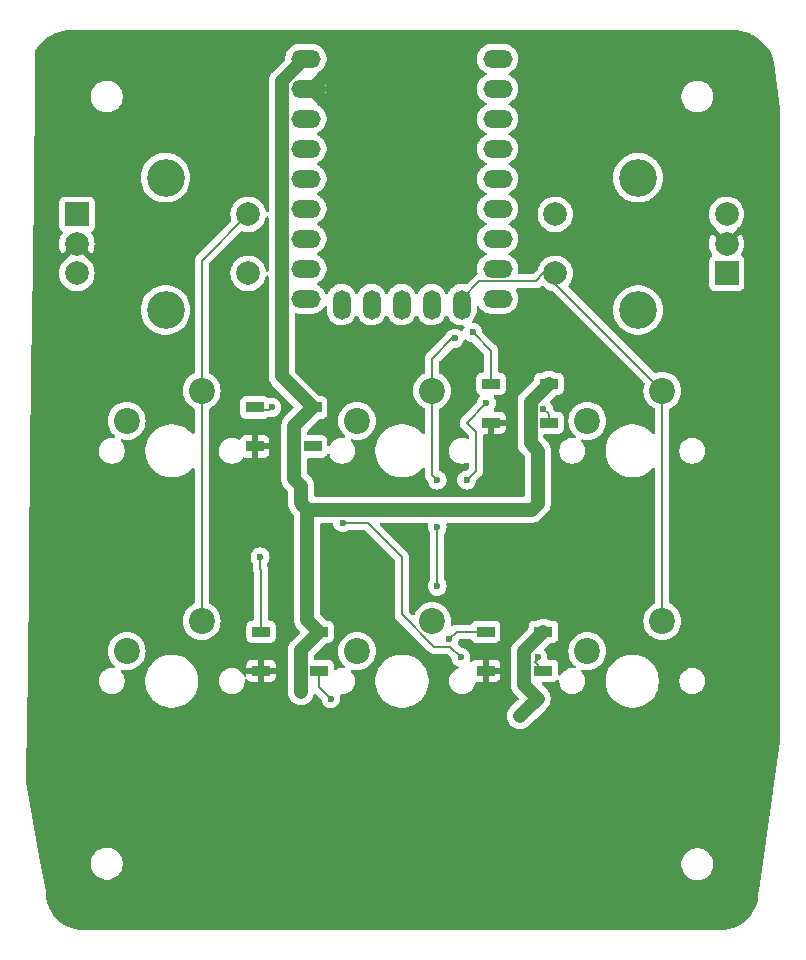
<source format=gbr>
%TF.GenerationSoftware,KiCad,Pcbnew,8.0.5*%
%TF.CreationDate,2025-01-14T19:01:26+01:00*%
%TF.ProjectId,rp_2040_pad_pre,72705f32-3034-4305-9f70-61645f707265,rev?*%
%TF.SameCoordinates,Original*%
%TF.FileFunction,Copper,L2,Bot*%
%TF.FilePolarity,Positive*%
%FSLAX46Y46*%
G04 Gerber Fmt 4.6, Leading zero omitted, Abs format (unit mm)*
G04 Created by KiCad (PCBNEW 8.0.5) date 2025-01-14 19:01:26*
%MOMM*%
%LPD*%
G01*
G04 APERTURE LIST*
%TA.AperFunction,ComponentPad*%
%ADD10C,2.000000*%
%TD*%
%TA.AperFunction,ComponentPad*%
%ADD11C,3.200000*%
%TD*%
%TA.AperFunction,ComponentPad*%
%ADD12R,2.000000X2.000000*%
%TD*%
%TA.AperFunction,ComponentPad*%
%ADD13C,2.200000*%
%TD*%
%TA.AperFunction,SMDPad,CuDef*%
%ADD14R,1.500000X0.900000*%
%TD*%
%TA.AperFunction,ComponentPad*%
%ADD15O,2.500000X1.500000*%
%TD*%
%TA.AperFunction,ComponentPad*%
%ADD16O,1.500000X2.500000*%
%TD*%
%TA.AperFunction,ViaPad*%
%ADD17C,0.600000*%
%TD*%
%TA.AperFunction,Conductor*%
%ADD18C,1.200000*%
%TD*%
%TA.AperFunction,Conductor*%
%ADD19C,0.200000*%
%TD*%
G04 APERTURE END LIST*
D10*
%TO.P,SW8,S2,S2*%
%TO.N,COL_C*%
X162975000Y-84975000D03*
%TO.P,SW8,S1,S1*%
%TO.N,Net-(D12-A)*%
X162975000Y-79975000D03*
D11*
%TO.P,SW8,MP*%
%TO.N,N/C*%
X169975000Y-76875000D03*
X169975000Y-88075000D03*
D10*
%TO.P,SW8,C,C*%
%TO.N,GND*%
X177475000Y-82475000D03*
%TO.P,SW8,B,B*%
%TO.N,ENC_SB2*%
X177475000Y-79975000D03*
D12*
%TO.P,SW8,A,A*%
%TO.N,ENC_SA2*%
X177475000Y-84975000D03*
%TD*%
D13*
%TO.P,SW7,2,2*%
%TO.N,Net-(D10-A)*%
X165690000Y-116960000D03*
%TO.P,SW7,1,1*%
%TO.N,COL_C*%
X172040000Y-114420000D03*
%TD*%
%TO.P,SW6,2,2*%
%TO.N,Net-(D9-A)*%
X165690000Y-97460000D03*
%TO.P,SW6,1,1*%
%TO.N,COL_C*%
X172040000Y-94920000D03*
%TD*%
%TO.P,SW5,2,2*%
%TO.N,Net-(D6-A)*%
X146190000Y-116960000D03*
%TO.P,SW5,1,1*%
%TO.N,COL_B*%
X152540000Y-114420000D03*
%TD*%
%TO.P,SW4,2,2*%
%TO.N,Net-(D5-A)*%
X146190000Y-97460000D03*
%TO.P,SW4,1,1*%
%TO.N,COL_B*%
X152540000Y-94920000D03*
%TD*%
D10*
%TO.P,SW3,S2,S2*%
%TO.N,COL_A*%
X136975000Y-79975000D03*
%TO.P,SW3,S1,S1*%
%TO.N,Net-(D7-A)*%
X136975000Y-84975000D03*
D11*
%TO.P,SW3,MP*%
%TO.N,N/C*%
X129975000Y-88075000D03*
X129975000Y-76875000D03*
D10*
%TO.P,SW3,C,C*%
%TO.N,GND*%
X122475000Y-82475000D03*
%TO.P,SW3,B,B*%
%TO.N,ENC_SB*%
X122475000Y-84975000D03*
D12*
%TO.P,SW3,A,A*%
%TO.N,ENC_SA*%
X122475000Y-79975000D03*
%TD*%
D13*
%TO.P,SW2,2,2*%
%TO.N,Net-(D4-A)*%
X126690000Y-116960000D03*
%TO.P,SW2,1,1*%
%TO.N,COL_A*%
X133040000Y-114420000D03*
%TD*%
%TO.P,SW1,2,2*%
%TO.N,Net-(D3-A)*%
X126690000Y-97460000D03*
%TO.P,SW1,1,1*%
%TO.N,COL_A*%
X133040000Y-94920000D03*
%TD*%
D14*
%TO.P,D11,1,VDD*%
%TO.N,VBUS*%
X161975000Y-115325000D03*
%TO.P,D11,2,DOUT*%
%TO.N,LEDS*%
X161975000Y-118625000D03*
%TO.P,D11,3,VSS*%
%TO.N,GND*%
X157075000Y-118625000D03*
%TO.P,D11,4,DIN*%
%TO.N,Net-(D11-DIN)*%
X157075000Y-115325000D03*
%TD*%
%TO.P,D8,1,VDD*%
%TO.N,VBUS*%
X142975000Y-115325000D03*
%TO.P,D8,2,DOUT*%
%TO.N,Net-(D11-DIN)*%
X142975000Y-118625000D03*
%TO.P,D8,3,VSS*%
%TO.N,GND*%
X138075000Y-118625000D03*
%TO.P,D8,4,DIN*%
%TO.N,Net-(D2-DOUT)*%
X138075000Y-115325000D03*
%TD*%
%TO.P,D2,1,VDD*%
%TO.N,VBUS*%
X162425000Y-94325000D03*
%TO.P,D2,2,DOUT*%
%TO.N,Net-(D2-DOUT)*%
X162425000Y-97625000D03*
%TO.P,D2,3,VSS*%
%TO.N,GND*%
X157525000Y-97625000D03*
%TO.P,D2,4,DIN*%
%TO.N,LED*%
X157525000Y-94325000D03*
%TD*%
%TO.P,D1,4,DIN*%
%TO.N,LEDS*%
X137525000Y-96325000D03*
%TO.P,D1,3,VSS*%
%TO.N,GND*%
X137525000Y-99625000D03*
%TO.P,D1,2,DOUT*%
%TO.N,unconnected-(D1-DOUT-Pad2)*%
X142425000Y-99625000D03*
%TO.P,D1,1,VDD*%
%TO.N,VBUS*%
X142425000Y-96325000D03*
%TD*%
D15*
%TO.P,U1,23,5V*%
%TO.N,VBUS*%
X141855000Y-66815000D03*
%TO.P,U1,22,GND*%
%TO.N,GND*%
X141855000Y-69355000D03*
%TO.P,U1,21,3V3*%
%TO.N,unconnected-(U1-3V3-Pad21)*%
X141855000Y-71895000D03*
%TO.P,U1,20,29*%
%TO.N,unconnected-(U1-29-Pad20)*%
X141855000Y-74435000D03*
%TO.P,U1,19,28*%
%TO.N,unconnected-(U1-28-Pad19)*%
X141855000Y-76975000D03*
%TO.P,U1,18,27*%
%TO.N,unconnected-(U1-27-Pad18)*%
X141855000Y-79515000D03*
%TO.P,U1,17,26*%
%TO.N,unconnected-(U1-26-Pad17)*%
X141855000Y-82055000D03*
%TO.P,U1,16,15*%
%TO.N,unconnected-(U1-15-Pad16)*%
X141855000Y-84595000D03*
%TO.P,U1,15,14*%
%TO.N,unconnected-(U1-14-Pad15)*%
X141855000Y-87135000D03*
D16*
%TO.P,U1,14,13*%
%TO.N,unconnected-(U1-13-Pad14)*%
X144895000Y-87635000D03*
%TO.P,U1,13,12*%
%TO.N,unconnected-(U1-12-Pad13)*%
X147435000Y-87635000D03*
%TO.P,U1,12,11*%
%TO.N,unconnected-(U1-11-Pad12)*%
X149975000Y-87635000D03*
%TO.P,U1,11,10*%
%TO.N,LED*%
X152515000Y-87635000D03*
%TO.P,U1,10,9*%
%TO.N,COL_C*%
X155055000Y-87635000D03*
D15*
%TO.P,U1,9,8*%
%TO.N,COL_B*%
X158095000Y-87135000D03*
%TO.P,U1,8,7*%
%TO.N,COL_A*%
X158095000Y-84595000D03*
%TO.P,U1,7,6*%
%TO.N,ROW_C*%
X158095000Y-82055000D03*
%TO.P,U1,6,5*%
%TO.N,ROW_B*%
X158095000Y-79515000D03*
%TO.P,U1,5,4*%
%TO.N,ROW_A*%
X158095000Y-76975000D03*
%TO.P,U1,4,3*%
%TO.N,ENC_SB2*%
X158095000Y-74435000D03*
%TO.P,U1,3,2*%
%TO.N,ENC_SA2*%
X158095000Y-71895000D03*
%TO.P,U1,2,1*%
%TO.N,ENC_SB*%
X158095000Y-69355000D03*
%TO.P,U1,1,0*%
%TO.N,ENC_SA*%
X158095000Y-66815000D03*
%TD*%
D17*
%TO.N,GND*%
X157475000Y-120975000D03*
X157475000Y-101475000D03*
X137475000Y-121475000D03*
X137975000Y-104475000D03*
%TO.N,COL_B*%
X154475000Y-90475000D03*
X152975000Y-102475000D03*
X152975000Y-106475000D03*
X152975000Y-111475000D03*
%TO.N,LEDS*%
X138975000Y-96325000D03*
X144975000Y-106075000D03*
X154975000Y-117475000D03*
X161475000Y-117475000D03*
%TO.N,VBUS*%
X160975000Y-121475000D03*
X159975000Y-122475000D03*
X160475000Y-121975000D03*
X161475000Y-120975000D03*
X141475000Y-120475000D03*
X141475000Y-119475000D03*
X141475000Y-118475000D03*
X141475000Y-116975000D03*
%TO.N,Net-(D2-DOUT)*%
X157140000Y-95975000D03*
X161975000Y-96475000D03*
%TO.N,VBUS*%
X160975000Y-104975000D03*
X161475000Y-103975000D03*
X161475000Y-102475000D03*
X161475000Y-101475000D03*
X161475000Y-99975000D03*
X141450000Y-102975000D03*
X141450000Y-103975000D03*
X141975000Y-104975000D03*
%TO.N,Net-(D2-DOUT)*%
X137975000Y-108975000D03*
X155475000Y-102475000D03*
%TO.N,Net-(D11-DIN)*%
X143975000Y-120975000D03*
X153975000Y-115975000D03*
%TO.N,LED*%
X155975000Y-89975000D03*
%TD*%
D18*
%TO.N,GND*%
X143735000Y-67975000D02*
X142355000Y-69355000D01*
X143735000Y-67975000D02*
X143975000Y-67975000D01*
X143975000Y-70975000D02*
X142355000Y-69355000D01*
D19*
X157075000Y-120575000D02*
X157075000Y-118625000D01*
X157475000Y-120975000D02*
X157075000Y-120575000D01*
X157475000Y-101475000D02*
X157475000Y-100475000D01*
X157475000Y-100475000D02*
X157525000Y-100425000D01*
X157525000Y-100425000D02*
X157525000Y-97625000D01*
X138075000Y-120875000D02*
X138075000Y-118625000D01*
X137475000Y-121475000D02*
X138075000Y-120875000D01*
X137525000Y-104025000D02*
X137525000Y-99625000D01*
X137975000Y-104475000D02*
X137525000Y-104025000D01*
%TO.N,Net-(D2-DOUT)*%
X156280000Y-101670000D02*
X155475000Y-102475000D01*
X156280000Y-98445000D02*
X156280000Y-101670000D01*
X155475000Y-97640000D02*
X156280000Y-98445000D01*
X157140000Y-95975000D02*
X155475000Y-97640000D01*
%TO.N,LED*%
X157525000Y-91525000D02*
X155975000Y-89975000D01*
X157525000Y-94325000D02*
X157525000Y-91525000D01*
%TO.N,COL_B*%
X154255000Y-90475000D02*
X154475000Y-90475000D01*
X152540000Y-92190000D02*
X154255000Y-90475000D01*
X152540000Y-92190000D02*
X152540000Y-94920000D01*
X152540000Y-102040000D02*
X152540000Y-94920000D01*
X152975000Y-102475000D02*
X152540000Y-102040000D01*
X152975000Y-111475000D02*
X152975000Y-106475000D01*
%TO.N,LEDS*%
X138975000Y-96325000D02*
X138775000Y-96525000D01*
X138775000Y-96525000D02*
X137525000Y-96525000D01*
X147075000Y-106075000D02*
X144975000Y-106075000D01*
X149975000Y-108975000D02*
X147075000Y-106075000D01*
X161475000Y-117625000D02*
X161475000Y-117475000D01*
X161225000Y-117875000D02*
X161475000Y-117625000D01*
D18*
%TO.N,VBUS*%
X160975000Y-121475000D02*
X160475000Y-121975000D01*
X160475000Y-121975000D02*
X159975000Y-122475000D01*
X161475000Y-120975000D02*
X160975000Y-121475000D01*
X160325000Y-119825000D02*
X161475000Y-120975000D01*
X160325000Y-116975000D02*
X160325000Y-119825000D01*
X161975000Y-115325000D02*
X160325000Y-116975000D01*
D19*
%TO.N,LEDS*%
X154075000Y-116575000D02*
X154975000Y-117475000D01*
X152715101Y-116575000D02*
X154075000Y-116575000D01*
X149975000Y-113834899D02*
X152715101Y-116575000D01*
X149975000Y-108975000D02*
X149975000Y-113834899D01*
D18*
%TO.N,VBUS*%
X141425000Y-116875000D02*
X141425000Y-120425000D01*
X142975000Y-115325000D02*
X141425000Y-116875000D01*
X141975000Y-114325000D02*
X142975000Y-115325000D01*
X141975000Y-104975000D02*
X141975000Y-114325000D01*
D19*
%TO.N,Net-(D2-DOUT)*%
X162425000Y-96925000D02*
X161975000Y-96475000D01*
X162425000Y-97625000D02*
X162425000Y-96925000D01*
D18*
%TO.N,VBUS*%
X160875000Y-95875000D02*
X162425000Y-94325000D01*
X160875000Y-99375000D02*
X160875000Y-95875000D01*
X161475000Y-99975000D02*
X160875000Y-99375000D01*
X161475000Y-103975000D02*
X161475000Y-102475000D01*
X161475000Y-102475000D02*
X161475000Y-101475000D01*
X161475000Y-101475000D02*
X161475000Y-99975000D01*
X161475000Y-104475000D02*
X161475000Y-103975000D01*
X160975000Y-104975000D02*
X161475000Y-104475000D01*
X141975000Y-104975000D02*
X160975000Y-104975000D01*
X141450000Y-102975000D02*
X140875000Y-102400000D01*
X141450000Y-102975000D02*
X141450000Y-103975000D01*
X140875000Y-102400000D02*
X140875000Y-97875000D01*
X140875000Y-97875000D02*
X142425000Y-96325000D01*
X141450000Y-103975000D02*
X141450000Y-104450000D01*
X141450000Y-104450000D02*
X141975000Y-104975000D01*
D19*
%TO.N,Net-(D2-DOUT)*%
X138075000Y-110075000D02*
X138075000Y-115325000D01*
X137975000Y-109975000D02*
X138075000Y-110075000D01*
X137975000Y-108975000D02*
X137975000Y-109975000D01*
%TO.N,Net-(D11-DIN)*%
X142975000Y-119975000D02*
X142975000Y-118625000D01*
X143975000Y-120975000D02*
X142975000Y-119975000D01*
X154625000Y-115325000D02*
X153975000Y-115975000D01*
X157075000Y-115325000D02*
X154625000Y-115325000D01*
%TO.N,LEDS*%
X161225000Y-117875000D02*
X161975000Y-118625000D01*
%TO.N,COL_C*%
X156545000Y-85645000D02*
X155055000Y-87135000D01*
X161975000Y-84975000D02*
X161305000Y-85645000D01*
X162975000Y-84975000D02*
X161975000Y-84975000D01*
X161305000Y-85645000D02*
X156545000Y-85645000D01*
X162975000Y-85855000D02*
X162975000Y-84975000D01*
X172040000Y-94920000D02*
X162975000Y-85855000D01*
X172040000Y-114420000D02*
X172040000Y-94920000D01*
%TO.N,COL_A*%
X133040000Y-83910000D02*
X136975000Y-79975000D01*
X133040000Y-94920000D02*
X133040000Y-83910000D01*
X133040000Y-114420000D02*
X133040000Y-94920000D01*
D18*
%TO.N,VBUS*%
X141702969Y-66815000D02*
X142355000Y-66815000D01*
X139805000Y-68712969D02*
X141702969Y-66815000D01*
X139805000Y-93705000D02*
X139805000Y-68712969D01*
X142425000Y-96325000D02*
X139805000Y-93705000D01*
%TD*%
%TA.AperFunction,Conductor*%
%TO.N,GND*%
G36*
X141889075Y-69162007D02*
G01*
X141855000Y-69289174D01*
X141855000Y-69420826D01*
X141889075Y-69547993D01*
X141921988Y-69605000D01*
X141729000Y-69605000D01*
X141661961Y-69585315D01*
X141616206Y-69532511D01*
X141605000Y-69481000D01*
X141605000Y-69229000D01*
X141624685Y-69161961D01*
X141677489Y-69116206D01*
X141729000Y-69105000D01*
X141921988Y-69105000D01*
X141889075Y-69162007D01*
G37*
%TD.AperFunction*%
%TA.AperFunction,Conductor*%
G36*
X178002933Y-64377534D02*
G01*
X178336700Y-64393349D01*
X178348352Y-64394456D01*
X178676237Y-64441348D01*
X178687728Y-64443551D01*
X179009691Y-64521234D01*
X179020957Y-64524523D01*
X179334126Y-64632301D01*
X179345024Y-64636639D01*
X179646595Y-64773545D01*
X179657037Y-64778895D01*
X179727633Y-64819396D01*
X179944303Y-64943700D01*
X179954197Y-64950017D01*
X180224598Y-65141251D01*
X180233850Y-65148475D01*
X180484953Y-65364417D01*
X180493475Y-65372477D01*
X180723039Y-65611204D01*
X180730761Y-65620035D01*
X180759413Y-65656116D01*
X180936722Y-65879398D01*
X180943579Y-65888927D01*
X181124083Y-66166591D01*
X181130008Y-66176724D01*
X181283453Y-66470222D01*
X181288393Y-66480871D01*
X181413396Y-66787562D01*
X181417307Y-66798629D01*
X181504849Y-67089511D01*
X181509208Y-67110324D01*
X181990424Y-71080352D01*
X181999099Y-71151916D01*
X182000000Y-71166837D01*
X182000000Y-124532130D01*
X181998762Y-124549610D01*
X180184035Y-137294117D01*
X180181049Y-137308726D01*
X180173734Y-137336027D01*
X180173734Y-137357682D01*
X180172496Y-137375160D01*
X180169443Y-137396603D01*
X180171342Y-137412304D01*
X180172069Y-137433683D01*
X180156686Y-137727177D01*
X180155329Y-137740086D01*
X180105394Y-138055349D01*
X180102696Y-138068044D01*
X180020076Y-138376377D01*
X180016065Y-138388721D01*
X179901670Y-138686727D01*
X179896390Y-138698584D01*
X179751481Y-138982980D01*
X179744992Y-138994221D01*
X179571135Y-139261935D01*
X179563506Y-139272435D01*
X179362628Y-139520498D01*
X179353943Y-139530144D01*
X179128228Y-139755856D01*
X179118583Y-139764540D01*
X178870515Y-139965422D01*
X178860014Y-139973051D01*
X178592315Y-140146895D01*
X178581075Y-140153385D01*
X178296655Y-140298304D01*
X178284797Y-140303583D01*
X177986802Y-140417972D01*
X177974459Y-140421983D01*
X177666128Y-140504600D01*
X177653431Y-140507298D01*
X177338164Y-140557230D01*
X177325257Y-140558587D01*
X177002784Y-140575488D01*
X176996294Y-140575658D01*
X123003246Y-140575658D01*
X122996756Y-140575488D01*
X122674739Y-140558611D01*
X122661831Y-140557254D01*
X122346562Y-140507321D01*
X122333867Y-140504623D01*
X122333781Y-140504600D01*
X122222879Y-140474884D01*
X122025537Y-140422007D01*
X122013192Y-140417996D01*
X121715184Y-140303601D01*
X121703328Y-140298322D01*
X121418917Y-140153409D01*
X121407676Y-140146919D01*
X121291989Y-140071791D01*
X121139965Y-139973065D01*
X121129476Y-139965446D01*
X120881400Y-139764558D01*
X120871755Y-139755874D01*
X120646039Y-139530160D01*
X120637354Y-139520514D01*
X120637341Y-139520498D01*
X120436470Y-139272445D01*
X120428844Y-139261948D01*
X120254991Y-138994239D01*
X120248502Y-138983000D01*
X120103584Y-138698587D01*
X120098304Y-138686729D01*
X120098303Y-138686727D01*
X119983911Y-138388728D01*
X119979900Y-138376384D01*
X119975175Y-138358751D01*
X119897277Y-138068039D01*
X119894584Y-138055368D01*
X119844644Y-137740070D01*
X119843290Y-137727194D01*
X119827433Y-137424647D01*
X119827743Y-137407265D01*
X119830123Y-137380337D01*
X119828131Y-137368981D01*
X119826266Y-137347556D01*
X119826266Y-137336030D01*
X119826266Y-137336029D01*
X119816336Y-137298973D01*
X119813978Y-137288316D01*
X119385094Y-134843713D01*
X123649500Y-134843713D01*
X123649500Y-135056286D01*
X123682753Y-135266239D01*
X123748444Y-135468414D01*
X123844951Y-135657820D01*
X123969890Y-135829786D01*
X124120213Y-135980109D01*
X124292179Y-136105048D01*
X124292181Y-136105049D01*
X124292184Y-136105051D01*
X124481588Y-136201557D01*
X124683757Y-136267246D01*
X124893713Y-136300500D01*
X124893714Y-136300500D01*
X125106286Y-136300500D01*
X125106287Y-136300500D01*
X125316243Y-136267246D01*
X125518412Y-136201557D01*
X125707816Y-136105051D01*
X125810966Y-136030109D01*
X125879786Y-135980109D01*
X125879788Y-135980106D01*
X125879792Y-135980104D01*
X126030104Y-135829792D01*
X126030106Y-135829788D01*
X126030109Y-135829786D01*
X126155048Y-135657820D01*
X126155047Y-135657820D01*
X126155051Y-135657816D01*
X126251557Y-135468412D01*
X126317246Y-135266243D01*
X126350500Y-135056287D01*
X126350500Y-134893713D01*
X173649500Y-134893713D01*
X173649500Y-135106286D01*
X173682753Y-135316239D01*
X173748444Y-135518414D01*
X173844951Y-135707820D01*
X173969890Y-135879786D01*
X174120213Y-136030109D01*
X174292179Y-136155048D01*
X174292181Y-136155049D01*
X174292184Y-136155051D01*
X174481588Y-136251557D01*
X174683757Y-136317246D01*
X174893713Y-136350500D01*
X174893714Y-136350500D01*
X175106286Y-136350500D01*
X175106287Y-136350500D01*
X175316243Y-136317246D01*
X175518412Y-136251557D01*
X175707816Y-136155051D01*
X175776640Y-136105048D01*
X175879786Y-136030109D01*
X175879788Y-136030106D01*
X175879792Y-136030104D01*
X176030104Y-135879792D01*
X176030106Y-135879788D01*
X176030109Y-135879786D01*
X176155048Y-135707820D01*
X176155047Y-135707820D01*
X176155051Y-135707816D01*
X176251557Y-135518412D01*
X176317246Y-135316243D01*
X176350500Y-135106287D01*
X176350500Y-134893713D01*
X176317246Y-134683757D01*
X176251557Y-134481588D01*
X176155051Y-134292184D01*
X176155049Y-134292181D01*
X176155048Y-134292179D01*
X176030109Y-134120213D01*
X175879786Y-133969890D01*
X175707820Y-133844951D01*
X175518414Y-133748444D01*
X175518413Y-133748443D01*
X175518412Y-133748443D01*
X175316243Y-133682754D01*
X175316241Y-133682753D01*
X175316240Y-133682753D01*
X175154957Y-133657208D01*
X175106287Y-133649500D01*
X174893713Y-133649500D01*
X174845042Y-133657208D01*
X174683760Y-133682753D01*
X174481585Y-133748444D01*
X174292179Y-133844951D01*
X174120213Y-133969890D01*
X173969890Y-134120213D01*
X173844951Y-134292179D01*
X173748444Y-134481585D01*
X173682753Y-134683760D01*
X173649500Y-134893713D01*
X126350500Y-134893713D01*
X126350500Y-134843713D01*
X126317246Y-134633757D01*
X126251557Y-134431588D01*
X126155051Y-134242184D01*
X126155049Y-134242181D01*
X126155048Y-134242179D01*
X126030109Y-134070213D01*
X125879786Y-133919890D01*
X125707820Y-133794951D01*
X125518414Y-133698444D01*
X125518413Y-133698443D01*
X125518412Y-133698443D01*
X125316243Y-133632754D01*
X125316241Y-133632753D01*
X125316240Y-133632753D01*
X125154957Y-133607208D01*
X125106287Y-133599500D01*
X124893713Y-133599500D01*
X124845042Y-133607208D01*
X124683760Y-133632753D01*
X124481585Y-133698444D01*
X124292179Y-133794951D01*
X124120213Y-133919890D01*
X123969890Y-134070213D01*
X123844951Y-134242179D01*
X123748444Y-134431585D01*
X123682753Y-134633760D01*
X123649500Y-134843713D01*
X119385094Y-134843713D01*
X118187130Y-128015414D01*
X118185277Y-127992492D01*
X118254464Y-122388389D01*
X158874500Y-122388389D01*
X158874500Y-122561611D01*
X158901598Y-122732701D01*
X158955127Y-122897445D01*
X159033768Y-123051788D01*
X159135586Y-123191928D01*
X159258072Y-123314414D01*
X159398212Y-123416232D01*
X159552555Y-123494873D01*
X159717299Y-123548402D01*
X159888389Y-123575500D01*
X159888390Y-123575500D01*
X160061610Y-123575500D01*
X160061611Y-123575500D01*
X160232701Y-123548402D01*
X160397445Y-123494873D01*
X160551788Y-123416232D01*
X160691928Y-123314414D01*
X161314414Y-122691928D01*
X161814414Y-122191928D01*
X162184859Y-121821481D01*
X162184866Y-121821476D01*
X162191926Y-121814416D01*
X162191928Y-121814415D01*
X162314415Y-121691928D01*
X162314417Y-121691924D01*
X162314420Y-121691922D01*
X162416229Y-121551792D01*
X162416228Y-121551792D01*
X162416232Y-121551788D01*
X162494873Y-121397446D01*
X162548403Y-121232701D01*
X162564661Y-121130047D01*
X162575500Y-121061615D01*
X162575500Y-120888384D01*
X162548404Y-120717304D01*
X162548403Y-120717302D01*
X162548403Y-120717299D01*
X162508000Y-120592956D01*
X162494873Y-120552554D01*
X162494873Y-120552553D01*
X162416231Y-120398211D01*
X162358087Y-120318182D01*
X162347169Y-120303154D01*
X162314418Y-120258075D01*
X161843523Y-119787180D01*
X161810038Y-119725857D01*
X161815022Y-119656165D01*
X161856894Y-119600232D01*
X161922358Y-119575815D01*
X161931204Y-119575499D01*
X162772871Y-119575499D01*
X162772872Y-119575499D01*
X162832483Y-119569091D01*
X162967331Y-119518796D01*
X163082546Y-119432546D01*
X163096235Y-119414259D01*
X163152166Y-119372390D01*
X163221857Y-119367406D01*
X163283181Y-119400890D01*
X163316666Y-119462213D01*
X163319500Y-119488572D01*
X163319500Y-119586611D01*
X163346598Y-119757701D01*
X163400127Y-119922445D01*
X163478768Y-120076788D01*
X163580586Y-120216928D01*
X163703072Y-120339414D01*
X163843212Y-120441232D01*
X163997555Y-120519873D01*
X164162299Y-120573402D01*
X164333389Y-120600500D01*
X164333390Y-120600500D01*
X164506610Y-120600500D01*
X164506611Y-120600500D01*
X164677701Y-120573402D01*
X164842445Y-120519873D01*
X164996788Y-120441232D01*
X165136928Y-120339414D01*
X165259414Y-120216928D01*
X165361232Y-120076788D01*
X165439873Y-119922445D01*
X165493402Y-119757701D01*
X165520500Y-119586611D01*
X165520500Y-119413389D01*
X165510854Y-119352486D01*
X167249500Y-119352486D01*
X167249500Y-119647513D01*
X167281571Y-119891113D01*
X167288007Y-119939993D01*
X167362212Y-120216930D01*
X167364361Y-120224951D01*
X167364364Y-120224961D01*
X167477254Y-120497500D01*
X167477258Y-120497510D01*
X167624761Y-120752993D01*
X167804352Y-120987040D01*
X167804358Y-120987047D01*
X168012952Y-121195641D01*
X168012959Y-121195647D01*
X168247006Y-121375238D01*
X168502489Y-121522741D01*
X168502490Y-121522741D01*
X168502493Y-121522743D01*
X168775048Y-121635639D01*
X169060007Y-121711993D01*
X169352494Y-121750500D01*
X169352501Y-121750500D01*
X169647499Y-121750500D01*
X169647506Y-121750500D01*
X169939993Y-121711993D01*
X170224952Y-121635639D01*
X170497507Y-121522743D01*
X170752994Y-121375238D01*
X170987042Y-121195646D01*
X171195646Y-120987042D01*
X171375238Y-120752994D01*
X171522743Y-120497507D01*
X171635639Y-120224952D01*
X171711993Y-119939993D01*
X171750500Y-119647506D01*
X171750500Y-119413389D01*
X173479500Y-119413389D01*
X173479500Y-119586611D01*
X173506598Y-119757701D01*
X173560127Y-119922445D01*
X173638768Y-120076788D01*
X173740586Y-120216928D01*
X173863072Y-120339414D01*
X174003212Y-120441232D01*
X174157555Y-120519873D01*
X174322299Y-120573402D01*
X174493389Y-120600500D01*
X174493390Y-120600500D01*
X174666610Y-120600500D01*
X174666611Y-120600500D01*
X174837701Y-120573402D01*
X175002445Y-120519873D01*
X175156788Y-120441232D01*
X175296928Y-120339414D01*
X175419414Y-120216928D01*
X175521232Y-120076788D01*
X175599873Y-119922445D01*
X175653402Y-119757701D01*
X175680500Y-119586611D01*
X175680500Y-119413389D01*
X175653402Y-119242299D01*
X175599873Y-119077555D01*
X175521232Y-118923212D01*
X175419414Y-118783072D01*
X175296928Y-118660586D01*
X175156788Y-118558768D01*
X175002445Y-118480127D01*
X174837701Y-118426598D01*
X174837699Y-118426597D01*
X174837698Y-118426597D01*
X174694246Y-118403877D01*
X174666611Y-118399500D01*
X174493389Y-118399500D01*
X174465754Y-118403877D01*
X174322302Y-118426597D01*
X174157552Y-118480128D01*
X174003211Y-118558768D01*
X173923256Y-118616859D01*
X173863072Y-118660586D01*
X173863070Y-118660588D01*
X173863069Y-118660588D01*
X173740588Y-118783069D01*
X173740588Y-118783070D01*
X173740586Y-118783072D01*
X173696859Y-118843256D01*
X173638768Y-118923211D01*
X173560128Y-119077552D01*
X173506597Y-119242302D01*
X173481480Y-119400890D01*
X173479500Y-119413389D01*
X171750500Y-119413389D01*
X171750500Y-119352494D01*
X171711993Y-119060007D01*
X171635639Y-118775048D01*
X171522743Y-118502493D01*
X171509829Y-118480126D01*
X171375238Y-118247006D01*
X171195647Y-118012959D01*
X171195641Y-118012952D01*
X170987047Y-117804358D01*
X170987040Y-117804352D01*
X170752993Y-117624761D01*
X170497510Y-117477258D01*
X170497500Y-117477254D01*
X170224961Y-117364364D01*
X170224954Y-117364362D01*
X170224952Y-117364361D01*
X169939993Y-117288007D01*
X169891113Y-117281571D01*
X169647513Y-117249500D01*
X169647506Y-117249500D01*
X169352494Y-117249500D01*
X169352486Y-117249500D01*
X169074085Y-117286153D01*
X169060007Y-117288007D01*
X168775048Y-117364361D01*
X168775038Y-117364364D01*
X168502499Y-117477254D01*
X168502489Y-117477258D01*
X168247006Y-117624761D01*
X168012959Y-117804352D01*
X168012952Y-117804358D01*
X167804358Y-118012952D01*
X167804352Y-118012959D01*
X167624761Y-118247006D01*
X167477258Y-118502489D01*
X167477254Y-118502499D01*
X167364364Y-118775038D01*
X167364361Y-118775048D01*
X167288227Y-119059188D01*
X167288008Y-119060004D01*
X167288006Y-119060015D01*
X167249500Y-119352486D01*
X165510854Y-119352486D01*
X165493402Y-119242299D01*
X165439873Y-119077555D01*
X165361232Y-118923212D01*
X165259414Y-118783072D01*
X165201232Y-118724890D01*
X165167747Y-118663567D01*
X165172731Y-118593875D01*
X165214603Y-118537942D01*
X165280067Y-118513525D01*
X165317856Y-118516634D01*
X165438852Y-118545683D01*
X165690000Y-118565449D01*
X165941148Y-118545683D01*
X166186111Y-118486873D01*
X166418859Y-118390466D01*
X166633659Y-118258836D01*
X166825224Y-118095224D01*
X166988836Y-117903659D01*
X167120466Y-117688859D01*
X167216873Y-117456111D01*
X167275683Y-117211148D01*
X167295449Y-116960000D01*
X167275683Y-116708852D01*
X167216873Y-116463889D01*
X167189669Y-116398212D01*
X167120466Y-116231140D01*
X166988839Y-116016346D01*
X166988838Y-116016343D01*
X166874510Y-115882483D01*
X166825224Y-115824776D01*
X166698571Y-115716604D01*
X166633656Y-115661161D01*
X166633653Y-115661160D01*
X166418859Y-115529533D01*
X166186110Y-115433126D01*
X165941151Y-115374317D01*
X165690000Y-115354551D01*
X165438848Y-115374317D01*
X165193889Y-115433126D01*
X164961140Y-115529533D01*
X164746346Y-115661160D01*
X164746343Y-115661161D01*
X164554776Y-115824776D01*
X164391161Y-116016343D01*
X164391160Y-116016346D01*
X164259533Y-116231140D01*
X164163126Y-116463889D01*
X164104317Y-116708848D01*
X164084551Y-116960000D01*
X164104317Y-117211151D01*
X164163126Y-117456110D01*
X164259533Y-117688859D01*
X164391160Y-117903653D01*
X164391161Y-117903656D01*
X164416143Y-117932906D01*
X164554776Y-118095224D01*
X164668783Y-118192595D01*
X164706976Y-118251102D01*
X164707474Y-118320970D01*
X164670121Y-118380016D01*
X164606774Y-118409494D01*
X164568854Y-118409358D01*
X164506611Y-118399500D01*
X164333389Y-118399500D01*
X164305754Y-118403877D01*
X164162302Y-118426597D01*
X163997552Y-118480128D01*
X163843211Y-118558768D01*
X163763256Y-118616859D01*
X163703072Y-118660586D01*
X163703070Y-118660588D01*
X163703069Y-118660588D01*
X163580588Y-118783069D01*
X163580588Y-118783070D01*
X163580586Y-118783072D01*
X163536859Y-118843256D01*
X163478768Y-118923211D01*
X163459983Y-118960078D01*
X163412007Y-119010873D01*
X163344186Y-119027667D01*
X163278052Y-119005128D01*
X163234601Y-118950412D01*
X163225499Y-118903784D01*
X163225499Y-118127128D01*
X163219091Y-118067517D01*
X163216165Y-118059673D01*
X163168797Y-117932671D01*
X163168793Y-117932664D01*
X163082547Y-117817455D01*
X163082544Y-117817452D01*
X162967335Y-117731206D01*
X162967328Y-117731202D01*
X162832482Y-117680908D01*
X162832483Y-117680908D01*
X162772883Y-117674501D01*
X162772881Y-117674500D01*
X162772873Y-117674500D01*
X162772865Y-117674500D01*
X162396843Y-117674500D01*
X162329804Y-117654815D01*
X162284049Y-117602011D01*
X162273623Y-117536617D01*
X162280565Y-117475003D01*
X162280565Y-117474996D01*
X162260369Y-117295750D01*
X162260368Y-117295745D01*
X162230766Y-117211148D01*
X162200789Y-117125478D01*
X162104816Y-116972738D01*
X162081890Y-116949812D01*
X162048405Y-116888489D01*
X162053389Y-116818797D01*
X162081886Y-116774455D01*
X162544523Y-116311817D01*
X162605846Y-116278333D01*
X162632204Y-116275499D01*
X162772871Y-116275499D01*
X162772872Y-116275499D01*
X162832483Y-116269091D01*
X162967331Y-116218796D01*
X163082546Y-116132546D01*
X163168796Y-116017331D01*
X163219091Y-115882483D01*
X163225500Y-115822873D01*
X163225499Y-114827128D01*
X163219091Y-114767517D01*
X163211605Y-114747447D01*
X163168797Y-114632671D01*
X163168793Y-114632664D01*
X163082547Y-114517455D01*
X163082544Y-114517452D01*
X162967335Y-114431206D01*
X162967328Y-114431202D01*
X162832482Y-114380908D01*
X162832483Y-114380908D01*
X162772883Y-114374501D01*
X162772881Y-114374500D01*
X162772873Y-114374500D01*
X162772865Y-114374500D01*
X162563367Y-114374500D01*
X162507072Y-114360985D01*
X162397447Y-114305128D01*
X162397446Y-114305127D01*
X162397445Y-114305127D01*
X162232701Y-114251598D01*
X162232699Y-114251597D01*
X162232697Y-114251597D01*
X162061615Y-114224500D01*
X162061610Y-114224500D01*
X161888389Y-114224500D01*
X161831359Y-114233532D01*
X161717297Y-114251598D01*
X161717294Y-114251598D01*
X161552555Y-114305126D01*
X161552554Y-114305126D01*
X161442923Y-114360985D01*
X161386630Y-114374500D01*
X161177130Y-114374500D01*
X161177123Y-114374501D01*
X161117516Y-114380908D01*
X160982671Y-114431202D01*
X160982664Y-114431206D01*
X160867455Y-114517452D01*
X160867452Y-114517455D01*
X160781206Y-114632664D01*
X160781202Y-114632671D01*
X160730908Y-114767517D01*
X160726425Y-114809218D01*
X160724501Y-114827123D01*
X160724500Y-114827135D01*
X160724500Y-114967795D01*
X160704815Y-115034834D01*
X160688181Y-115055476D01*
X159608072Y-116135586D01*
X159485588Y-116258069D01*
X159485588Y-116258070D01*
X159485586Y-116258072D01*
X159446537Y-116311818D01*
X159383768Y-116398211D01*
X159305128Y-116552552D01*
X159251597Y-116717302D01*
X159242546Y-116774450D01*
X159224500Y-116888389D01*
X159224500Y-119738389D01*
X159224500Y-119911611D01*
X159251598Y-120082701D01*
X159305127Y-120247445D01*
X159383768Y-120401788D01*
X159485586Y-120541928D01*
X159485588Y-120541930D01*
X159830975Y-120887318D01*
X159864460Y-120948641D01*
X159859476Y-121018333D01*
X159830976Y-121062679D01*
X159758072Y-121135585D01*
X159135588Y-121758069D01*
X159135588Y-121758070D01*
X159135586Y-121758072D01*
X159119244Y-121780565D01*
X159033768Y-121898211D01*
X158955128Y-122052552D01*
X158901597Y-122217302D01*
X158874500Y-122388389D01*
X118254464Y-122388389D01*
X118291192Y-119413389D01*
X124319500Y-119413389D01*
X124319500Y-119586611D01*
X124346598Y-119757701D01*
X124400127Y-119922445D01*
X124478768Y-120076788D01*
X124580586Y-120216928D01*
X124703072Y-120339414D01*
X124843212Y-120441232D01*
X124997555Y-120519873D01*
X125162299Y-120573402D01*
X125333389Y-120600500D01*
X125333390Y-120600500D01*
X125506610Y-120600500D01*
X125506611Y-120600500D01*
X125677701Y-120573402D01*
X125842445Y-120519873D01*
X125996788Y-120441232D01*
X126136928Y-120339414D01*
X126259414Y-120216928D01*
X126361232Y-120076788D01*
X126439873Y-119922445D01*
X126493402Y-119757701D01*
X126520500Y-119586611D01*
X126520500Y-119413389D01*
X126510854Y-119352486D01*
X128249500Y-119352486D01*
X128249500Y-119647513D01*
X128281571Y-119891113D01*
X128288007Y-119939993D01*
X128362212Y-120216930D01*
X128364361Y-120224951D01*
X128364364Y-120224961D01*
X128477254Y-120497500D01*
X128477258Y-120497510D01*
X128624761Y-120752993D01*
X128804352Y-120987040D01*
X128804358Y-120987047D01*
X129012952Y-121195641D01*
X129012959Y-121195647D01*
X129247006Y-121375238D01*
X129502489Y-121522741D01*
X129502490Y-121522741D01*
X129502493Y-121522743D01*
X129775048Y-121635639D01*
X130060007Y-121711993D01*
X130352494Y-121750500D01*
X130352501Y-121750500D01*
X130647499Y-121750500D01*
X130647506Y-121750500D01*
X130939993Y-121711993D01*
X131224952Y-121635639D01*
X131497507Y-121522743D01*
X131752994Y-121375238D01*
X131987042Y-121195646D01*
X132195646Y-120987042D01*
X132375238Y-120752994D01*
X132522743Y-120497507D01*
X132635639Y-120224952D01*
X132711993Y-119939993D01*
X132750500Y-119647506D01*
X132750500Y-119413389D01*
X134479500Y-119413389D01*
X134479500Y-119586611D01*
X134506598Y-119757701D01*
X134560127Y-119922445D01*
X134638768Y-120076788D01*
X134740586Y-120216928D01*
X134863072Y-120339414D01*
X135003212Y-120441232D01*
X135157555Y-120519873D01*
X135322299Y-120573402D01*
X135493389Y-120600500D01*
X135493390Y-120600500D01*
X135666610Y-120600500D01*
X135666611Y-120600500D01*
X135837701Y-120573402D01*
X136002445Y-120519873D01*
X136156788Y-120441232D01*
X136296928Y-120339414D01*
X136419414Y-120216928D01*
X136521232Y-120076788D01*
X136599873Y-119922445D01*
X136653402Y-119757701D01*
X136680500Y-119586611D01*
X136680500Y-119420948D01*
X136700185Y-119353909D01*
X136752989Y-119308154D01*
X136822147Y-119298210D01*
X136885703Y-119327235D01*
X136903766Y-119346637D01*
X136967809Y-119432187D01*
X136967812Y-119432190D01*
X137082906Y-119518350D01*
X137082913Y-119518354D01*
X137217620Y-119568596D01*
X137217627Y-119568598D01*
X137277155Y-119574999D01*
X137277172Y-119575000D01*
X137825000Y-119575000D01*
X138325000Y-119575000D01*
X138872828Y-119575000D01*
X138872844Y-119574999D01*
X138932372Y-119568598D01*
X138932379Y-119568596D01*
X139067086Y-119518354D01*
X139067093Y-119518350D01*
X139182187Y-119432190D01*
X139182190Y-119432187D01*
X139268350Y-119317093D01*
X139268354Y-119317086D01*
X139318596Y-119182379D01*
X139318598Y-119182372D01*
X139324999Y-119122844D01*
X139325000Y-119122827D01*
X139325000Y-118875000D01*
X138325000Y-118875000D01*
X138325000Y-119575000D01*
X137825000Y-119575000D01*
X137825000Y-118875000D01*
X136825000Y-118875000D01*
X136825000Y-119002893D01*
X136805315Y-119069932D01*
X136752511Y-119115687D01*
X136683353Y-119125631D01*
X136619797Y-119096606D01*
X136590515Y-119059188D01*
X136521231Y-118923211D01*
X136419414Y-118783072D01*
X136296928Y-118660586D01*
X136156788Y-118558768D01*
X136002445Y-118480127D01*
X135837701Y-118426598D01*
X135837699Y-118426597D01*
X135837698Y-118426597D01*
X135694246Y-118403877D01*
X135666611Y-118399500D01*
X135493389Y-118399500D01*
X135465754Y-118403877D01*
X135322302Y-118426597D01*
X135157552Y-118480128D01*
X135003211Y-118558768D01*
X134923256Y-118616859D01*
X134863072Y-118660586D01*
X134863070Y-118660588D01*
X134863069Y-118660588D01*
X134740588Y-118783069D01*
X134740588Y-118783070D01*
X134740586Y-118783072D01*
X134696859Y-118843256D01*
X134638768Y-118923211D01*
X134560128Y-119077552D01*
X134506597Y-119242302D01*
X134481480Y-119400890D01*
X134479500Y-119413389D01*
X132750500Y-119413389D01*
X132750500Y-119352494D01*
X132711993Y-119060007D01*
X132635639Y-118775048D01*
X132522743Y-118502493D01*
X132509829Y-118480126D01*
X132375238Y-118247006D01*
X132283273Y-118127155D01*
X136825000Y-118127155D01*
X136825000Y-118375000D01*
X137825000Y-118375000D01*
X138325000Y-118375000D01*
X139325000Y-118375000D01*
X139325000Y-118127172D01*
X139324999Y-118127155D01*
X139318598Y-118067627D01*
X139318596Y-118067620D01*
X139268354Y-117932913D01*
X139268350Y-117932906D01*
X139182190Y-117817812D01*
X139182187Y-117817809D01*
X139067093Y-117731649D01*
X139067086Y-117731645D01*
X138932379Y-117681403D01*
X138932372Y-117681401D01*
X138872844Y-117675000D01*
X138325000Y-117675000D01*
X138325000Y-118375000D01*
X137825000Y-118375000D01*
X137825000Y-117675000D01*
X137277155Y-117675000D01*
X137217627Y-117681401D01*
X137217620Y-117681403D01*
X137082913Y-117731645D01*
X137082906Y-117731649D01*
X136967812Y-117817809D01*
X136967809Y-117817812D01*
X136881649Y-117932906D01*
X136881645Y-117932913D01*
X136831403Y-118067620D01*
X136831401Y-118067627D01*
X136825000Y-118127155D01*
X132283273Y-118127155D01*
X132195647Y-118012959D01*
X132195641Y-118012952D01*
X131987047Y-117804358D01*
X131987040Y-117804352D01*
X131752993Y-117624761D01*
X131497510Y-117477258D01*
X131497500Y-117477254D01*
X131224961Y-117364364D01*
X131224954Y-117364362D01*
X131224952Y-117364361D01*
X130939993Y-117288007D01*
X130891113Y-117281571D01*
X130647513Y-117249500D01*
X130647506Y-117249500D01*
X130352494Y-117249500D01*
X130352486Y-117249500D01*
X130074085Y-117286153D01*
X130060007Y-117288007D01*
X129775048Y-117364361D01*
X129775038Y-117364364D01*
X129502499Y-117477254D01*
X129502489Y-117477258D01*
X129247006Y-117624761D01*
X129012959Y-117804352D01*
X129012952Y-117804358D01*
X128804358Y-118012952D01*
X128804352Y-118012959D01*
X128624761Y-118247006D01*
X128477258Y-118502489D01*
X128477254Y-118502499D01*
X128364364Y-118775038D01*
X128364361Y-118775048D01*
X128288227Y-119059188D01*
X128288008Y-119060004D01*
X128288006Y-119060015D01*
X128249500Y-119352486D01*
X126510854Y-119352486D01*
X126493402Y-119242299D01*
X126439873Y-119077555D01*
X126361232Y-118923212D01*
X126259414Y-118783072D01*
X126201232Y-118724890D01*
X126167747Y-118663567D01*
X126172731Y-118593875D01*
X126214603Y-118537942D01*
X126280067Y-118513525D01*
X126317856Y-118516634D01*
X126438852Y-118545683D01*
X126690000Y-118565449D01*
X126941148Y-118545683D01*
X127186111Y-118486873D01*
X127418859Y-118390466D01*
X127633659Y-118258836D01*
X127825224Y-118095224D01*
X127988836Y-117903659D01*
X128120466Y-117688859D01*
X128216873Y-117456111D01*
X128275683Y-117211148D01*
X128295449Y-116960000D01*
X128275683Y-116708852D01*
X128216873Y-116463889D01*
X128189669Y-116398212D01*
X128120466Y-116231140D01*
X127988839Y-116016346D01*
X127988838Y-116016343D01*
X127874510Y-115882483D01*
X127825224Y-115824776D01*
X127698571Y-115716604D01*
X127633656Y-115661161D01*
X127633653Y-115661160D01*
X127418859Y-115529533D01*
X127186110Y-115433126D01*
X126941151Y-115374317D01*
X126690000Y-115354551D01*
X126438848Y-115374317D01*
X126193889Y-115433126D01*
X125961140Y-115529533D01*
X125746346Y-115661160D01*
X125746343Y-115661161D01*
X125554776Y-115824776D01*
X125391161Y-116016343D01*
X125391160Y-116016346D01*
X125259533Y-116231140D01*
X125163126Y-116463889D01*
X125104317Y-116708848D01*
X125084551Y-116960000D01*
X125104317Y-117211151D01*
X125163126Y-117456110D01*
X125259533Y-117688859D01*
X125391160Y-117903653D01*
X125391161Y-117903656D01*
X125416143Y-117932906D01*
X125554776Y-118095224D01*
X125668783Y-118192595D01*
X125706976Y-118251102D01*
X125707474Y-118320970D01*
X125670121Y-118380016D01*
X125606774Y-118409494D01*
X125568854Y-118409358D01*
X125506611Y-118399500D01*
X125333389Y-118399500D01*
X125305754Y-118403877D01*
X125162302Y-118426597D01*
X124997552Y-118480128D01*
X124843211Y-118558768D01*
X124763256Y-118616859D01*
X124703072Y-118660586D01*
X124703070Y-118660588D01*
X124703069Y-118660588D01*
X124580588Y-118783069D01*
X124580588Y-118783070D01*
X124580586Y-118783072D01*
X124536859Y-118843256D01*
X124478768Y-118923211D01*
X124400128Y-119077552D01*
X124346597Y-119242302D01*
X124321480Y-119400890D01*
X124319500Y-119413389D01*
X118291192Y-119413389D01*
X118531933Y-99913389D01*
X124319500Y-99913389D01*
X124319500Y-100086611D01*
X124324426Y-100117712D01*
X124343848Y-100240343D01*
X124346598Y-100257701D01*
X124365974Y-100317335D01*
X124400128Y-100422447D01*
X124430575Y-100482204D01*
X124478768Y-100576788D01*
X124580586Y-100716928D01*
X124703072Y-100839414D01*
X124843212Y-100941232D01*
X124997555Y-101019873D01*
X125162299Y-101073402D01*
X125333389Y-101100500D01*
X125333390Y-101100500D01*
X125506610Y-101100500D01*
X125506611Y-101100500D01*
X125677701Y-101073402D01*
X125842445Y-101019873D01*
X125996788Y-100941232D01*
X126136928Y-100839414D01*
X126259414Y-100716928D01*
X126361232Y-100576788D01*
X126439873Y-100422445D01*
X126493402Y-100257701D01*
X126520500Y-100086611D01*
X126520500Y-99913389D01*
X126510854Y-99852486D01*
X128249500Y-99852486D01*
X128249500Y-100147513D01*
X128281571Y-100391113D01*
X128288007Y-100439993D01*
X128362212Y-100716930D01*
X128364361Y-100724951D01*
X128364364Y-100724961D01*
X128477254Y-100997500D01*
X128477258Y-100997510D01*
X128624761Y-101252993D01*
X128804352Y-101487040D01*
X128804358Y-101487047D01*
X129012952Y-101695641D01*
X129012959Y-101695647D01*
X129247006Y-101875238D01*
X129502489Y-102022741D01*
X129502490Y-102022741D01*
X129502493Y-102022743D01*
X129713296Y-102110060D01*
X129735015Y-102119057D01*
X129775048Y-102135639D01*
X130060007Y-102211993D01*
X130352494Y-102250500D01*
X130352501Y-102250500D01*
X130647499Y-102250500D01*
X130647506Y-102250500D01*
X130939993Y-102211993D01*
X131224952Y-102135639D01*
X131497507Y-102022743D01*
X131752994Y-101875238D01*
X131987042Y-101695646D01*
X132195646Y-101487042D01*
X132217124Y-101459052D01*
X132273552Y-101417849D01*
X132343298Y-101413694D01*
X132404218Y-101447906D01*
X132436971Y-101509624D01*
X132439500Y-101534538D01*
X132439500Y-112853511D01*
X132419815Y-112920550D01*
X132367011Y-112966305D01*
X132362953Y-112968072D01*
X132311140Y-112989533D01*
X132096346Y-113121160D01*
X132096343Y-113121161D01*
X131904776Y-113284776D01*
X131741161Y-113476343D01*
X131741160Y-113476346D01*
X131609533Y-113691140D01*
X131513126Y-113923889D01*
X131454317Y-114168848D01*
X131434551Y-114420000D01*
X131454317Y-114671151D01*
X131513126Y-114916110D01*
X131609533Y-115148859D01*
X131741160Y-115363653D01*
X131741161Y-115363656D01*
X131783033Y-115412681D01*
X131904776Y-115555224D01*
X132028811Y-115661160D01*
X132096343Y-115718838D01*
X132096346Y-115718839D01*
X132311140Y-115850466D01*
X132492290Y-115925500D01*
X132543889Y-115946873D01*
X132788852Y-116005683D01*
X133040000Y-116025449D01*
X133291148Y-116005683D01*
X133536111Y-115946873D01*
X133768859Y-115850466D01*
X133983659Y-115718836D01*
X134175224Y-115555224D01*
X134338836Y-115363659D01*
X134470466Y-115148859D01*
X134566873Y-114916111D01*
X134588234Y-114827135D01*
X136824500Y-114827135D01*
X136824500Y-115822870D01*
X136824501Y-115822876D01*
X136830908Y-115882483D01*
X136881202Y-116017328D01*
X136881206Y-116017335D01*
X136967452Y-116132544D01*
X136967455Y-116132547D01*
X137082664Y-116218793D01*
X137082671Y-116218797D01*
X137217517Y-116269091D01*
X137217516Y-116269091D01*
X137224444Y-116269835D01*
X137277127Y-116275500D01*
X138872872Y-116275499D01*
X138932483Y-116269091D01*
X139067331Y-116218796D01*
X139182546Y-116132546D01*
X139268796Y-116017331D01*
X139319091Y-115882483D01*
X139325500Y-115822873D01*
X139325499Y-114827128D01*
X139319091Y-114767517D01*
X139311605Y-114747447D01*
X139268797Y-114632671D01*
X139268793Y-114632664D01*
X139182547Y-114517455D01*
X139182544Y-114517452D01*
X139067335Y-114431206D01*
X139067328Y-114431202D01*
X138932482Y-114380908D01*
X138932483Y-114380908D01*
X138872883Y-114374501D01*
X138872881Y-114374500D01*
X138872873Y-114374500D01*
X138872865Y-114374500D01*
X138799500Y-114374500D01*
X138732461Y-114354815D01*
X138686706Y-114302011D01*
X138675500Y-114250500D01*
X138675500Y-109995945D01*
X138675500Y-109995943D01*
X138634577Y-109843216D01*
X138592112Y-109769663D01*
X138575500Y-109707664D01*
X138575500Y-109557412D01*
X138595185Y-109490373D01*
X138602555Y-109480097D01*
X138604810Y-109477267D01*
X138604816Y-109477262D01*
X138700789Y-109324522D01*
X138760368Y-109154255D01*
X138780565Y-108975000D01*
X138771657Y-108895943D01*
X138760369Y-108795750D01*
X138760368Y-108795745D01*
X138700788Y-108625476D01*
X138615756Y-108490149D01*
X138604816Y-108472738D01*
X138477262Y-108345184D01*
X138324523Y-108249211D01*
X138154254Y-108189631D01*
X138154249Y-108189630D01*
X137975004Y-108169435D01*
X137974996Y-108169435D01*
X137795750Y-108189630D01*
X137795745Y-108189631D01*
X137625476Y-108249211D01*
X137472737Y-108345184D01*
X137345184Y-108472737D01*
X137249211Y-108625476D01*
X137189631Y-108795745D01*
X137189630Y-108795750D01*
X137169435Y-108974996D01*
X137169435Y-108975003D01*
X137189630Y-109154249D01*
X137189631Y-109154254D01*
X137249211Y-109324523D01*
X137345185Y-109477263D01*
X137347445Y-109480097D01*
X137348334Y-109482275D01*
X137348889Y-109483158D01*
X137348734Y-109483255D01*
X137373855Y-109544783D01*
X137374500Y-109557412D01*
X137374500Y-109888330D01*
X137374499Y-109888348D01*
X137374499Y-110054054D01*
X137374498Y-110054054D01*
X137415423Y-110206785D01*
X137444358Y-110256900D01*
X137444359Y-110256903D01*
X137457887Y-110280334D01*
X137474500Y-110342334D01*
X137474500Y-114250500D01*
X137454815Y-114317539D01*
X137402011Y-114363294D01*
X137350502Y-114374500D01*
X137277130Y-114374500D01*
X137277123Y-114374501D01*
X137217516Y-114380908D01*
X137082671Y-114431202D01*
X137082664Y-114431206D01*
X136967455Y-114517452D01*
X136967452Y-114517455D01*
X136881206Y-114632664D01*
X136881202Y-114632671D01*
X136830908Y-114767517D01*
X136826425Y-114809218D01*
X136824501Y-114827123D01*
X136824500Y-114827135D01*
X134588234Y-114827135D01*
X134625683Y-114671148D01*
X134645449Y-114420000D01*
X134625683Y-114168852D01*
X134566873Y-113923889D01*
X134533846Y-113844154D01*
X134470466Y-113691140D01*
X134338839Y-113476346D01*
X134338838Y-113476343D01*
X134301875Y-113433066D01*
X134175224Y-113284776D01*
X134048571Y-113176604D01*
X133983656Y-113121161D01*
X133983653Y-113121160D01*
X133768858Y-112989533D01*
X133768859Y-112989533D01*
X133717047Y-112968072D01*
X133662643Y-112924230D01*
X133640579Y-112857936D01*
X133640500Y-112853511D01*
X133640500Y-99913389D01*
X134479500Y-99913389D01*
X134479500Y-100086611D01*
X134484426Y-100117712D01*
X134503848Y-100240343D01*
X134506598Y-100257701D01*
X134525974Y-100317335D01*
X134560128Y-100422447D01*
X134590575Y-100482204D01*
X134638768Y-100576788D01*
X134740586Y-100716928D01*
X134863072Y-100839414D01*
X135003212Y-100941232D01*
X135157555Y-101019873D01*
X135322299Y-101073402D01*
X135493389Y-101100500D01*
X135493390Y-101100500D01*
X135666610Y-101100500D01*
X135666611Y-101100500D01*
X135837701Y-101073402D01*
X136002445Y-101019873D01*
X136156788Y-100941232D01*
X136296928Y-100839414D01*
X136419414Y-100716928D01*
X136501748Y-100603604D01*
X136557078Y-100560939D01*
X136626691Y-100554960D01*
X136645403Y-100560310D01*
X136667621Y-100568597D01*
X136727155Y-100574999D01*
X136727172Y-100575000D01*
X137275000Y-100575000D01*
X137775000Y-100575000D01*
X138322828Y-100575000D01*
X138322844Y-100574999D01*
X138382372Y-100568598D01*
X138382379Y-100568596D01*
X138517086Y-100518354D01*
X138517093Y-100518350D01*
X138632187Y-100432190D01*
X138632190Y-100432187D01*
X138718350Y-100317093D01*
X138718354Y-100317086D01*
X138768596Y-100182379D01*
X138768598Y-100182372D01*
X138774999Y-100122844D01*
X138775000Y-100122827D01*
X138775000Y-99875000D01*
X137775000Y-99875000D01*
X137775000Y-100575000D01*
X137275000Y-100575000D01*
X137275000Y-99375000D01*
X137775000Y-99375000D01*
X138775000Y-99375000D01*
X138775000Y-99127172D01*
X138774999Y-99127155D01*
X138768598Y-99067627D01*
X138768596Y-99067620D01*
X138718354Y-98932913D01*
X138718350Y-98932906D01*
X138632190Y-98817812D01*
X138632187Y-98817809D01*
X138517093Y-98731649D01*
X138517086Y-98731645D01*
X138382379Y-98681403D01*
X138382372Y-98681401D01*
X138322844Y-98675000D01*
X137775000Y-98675000D01*
X137775000Y-99375000D01*
X137275000Y-99375000D01*
X137275000Y-98675000D01*
X136727155Y-98675000D01*
X136667627Y-98681401D01*
X136667620Y-98681403D01*
X136532913Y-98731645D01*
X136532906Y-98731649D01*
X136417812Y-98817809D01*
X136417809Y-98817812D01*
X136331649Y-98932906D01*
X136331645Y-98932913D01*
X136312867Y-98983261D01*
X136270996Y-99039195D01*
X136205531Y-99063612D01*
X136140390Y-99050413D01*
X136074096Y-99016635D01*
X136002445Y-98980127D01*
X135837701Y-98926598D01*
X135837699Y-98926597D01*
X135837698Y-98926597D01*
X135706271Y-98905781D01*
X135666611Y-98899500D01*
X135493389Y-98899500D01*
X135453728Y-98905781D01*
X135322302Y-98926597D01*
X135157552Y-98980128D01*
X135003211Y-99058768D01*
X134923256Y-99116859D01*
X134863072Y-99160586D01*
X134863070Y-99160588D01*
X134863069Y-99160588D01*
X134740588Y-99283069D01*
X134740588Y-99283070D01*
X134740586Y-99283072D01*
X134736723Y-99288389D01*
X134638768Y-99423211D01*
X134560128Y-99577552D01*
X134506597Y-99742302D01*
X134497863Y-99797447D01*
X134479500Y-99913389D01*
X133640500Y-99913389D01*
X133640500Y-96486487D01*
X133660185Y-96419448D01*
X133712989Y-96373693D01*
X133717002Y-96371945D01*
X133768859Y-96350466D01*
X133983659Y-96218836D01*
X134175224Y-96055224D01*
X134338836Y-95863659D01*
X134361218Y-95827135D01*
X136274500Y-95827135D01*
X136274500Y-96822870D01*
X136274501Y-96822876D01*
X136280908Y-96882483D01*
X136331202Y-97017328D01*
X136331206Y-97017335D01*
X136417452Y-97132544D01*
X136417455Y-97132547D01*
X136532664Y-97218793D01*
X136532671Y-97218797D01*
X136667517Y-97269091D01*
X136667516Y-97269091D01*
X136674444Y-97269835D01*
X136727127Y-97275500D01*
X138322872Y-97275499D01*
X138382483Y-97269091D01*
X138517331Y-97218796D01*
X138598448Y-97158072D01*
X138608920Y-97150233D01*
X138674385Y-97125816D01*
X138683231Y-97125500D01*
X138688331Y-97125500D01*
X138688347Y-97125501D01*
X138695943Y-97125501D01*
X138854062Y-97125501D01*
X138862121Y-97124440D01*
X138862184Y-97124925D01*
X138899869Y-97122099D01*
X138975000Y-97130565D01*
X138975003Y-97130565D01*
X139154249Y-97110369D01*
X139154252Y-97110368D01*
X139154255Y-97110368D01*
X139324522Y-97050789D01*
X139477262Y-96954816D01*
X139604816Y-96827262D01*
X139700789Y-96674522D01*
X139760368Y-96504255D01*
X139762869Y-96482059D01*
X139780565Y-96325003D01*
X139780565Y-96324996D01*
X139760369Y-96145750D01*
X139760368Y-96145745D01*
X139719704Y-96029534D01*
X139700789Y-95975478D01*
X139699067Y-95972738D01*
X139630528Y-95863659D01*
X139604816Y-95822738D01*
X139477262Y-95695184D01*
X139324523Y-95599211D01*
X139154254Y-95539631D01*
X139154249Y-95539630D01*
X138975004Y-95519435D01*
X138974996Y-95519435D01*
X138795746Y-95539631D01*
X138795745Y-95539631D01*
X138764818Y-95550453D01*
X138695039Y-95554014D01*
X138636184Y-95521092D01*
X138632544Y-95517452D01*
X138517335Y-95431206D01*
X138517328Y-95431202D01*
X138382482Y-95380908D01*
X138382483Y-95380908D01*
X138322883Y-95374501D01*
X138322881Y-95374500D01*
X138322873Y-95374500D01*
X138322864Y-95374500D01*
X136727129Y-95374500D01*
X136727123Y-95374501D01*
X136667516Y-95380908D01*
X136532671Y-95431202D01*
X136532664Y-95431206D01*
X136417455Y-95517452D01*
X136417452Y-95517455D01*
X136331206Y-95632664D01*
X136331202Y-95632671D01*
X136280908Y-95767517D01*
X136274972Y-95822737D01*
X136274501Y-95827123D01*
X136274500Y-95827135D01*
X134361218Y-95827135D01*
X134470466Y-95648859D01*
X134566873Y-95416111D01*
X134625683Y-95171148D01*
X134645449Y-94920000D01*
X134625683Y-94668852D01*
X134566873Y-94423889D01*
X134508013Y-94281788D01*
X134470466Y-94191140D01*
X134338839Y-93976346D01*
X134338838Y-93976343D01*
X134301875Y-93933066D01*
X134175224Y-93784776D01*
X133997124Y-93632664D01*
X133983656Y-93621161D01*
X133983653Y-93621160D01*
X133768858Y-93489533D01*
X133768859Y-93489533D01*
X133717047Y-93468072D01*
X133662643Y-93424230D01*
X133640579Y-93357936D01*
X133640500Y-93353511D01*
X133640500Y-84210096D01*
X133660185Y-84143057D01*
X133676814Y-84122420D01*
X136371452Y-81427781D01*
X136432773Y-81394298D01*
X136499392Y-81398182D01*
X136559436Y-81418796D01*
X136605385Y-81434571D01*
X136850665Y-81475500D01*
X137099335Y-81475500D01*
X137344614Y-81434571D01*
X137579810Y-81353828D01*
X137798509Y-81235474D01*
X137994744Y-81082738D01*
X138163164Y-80899785D01*
X138299173Y-80691607D01*
X138399063Y-80463881D01*
X138460108Y-80222821D01*
X138460107Y-80222821D01*
X138460294Y-80222087D01*
X138495834Y-80161931D01*
X138558254Y-80130539D01*
X138627738Y-80137877D01*
X138682223Y-80181616D01*
X138704412Y-80247868D01*
X138704500Y-80252527D01*
X138704500Y-84697472D01*
X138684815Y-84764511D01*
X138632011Y-84810266D01*
X138562853Y-84820210D01*
X138499297Y-84791185D01*
X138461523Y-84732407D01*
X138460294Y-84727912D01*
X138399063Y-84486118D01*
X138299173Y-84258393D01*
X138163166Y-84050217D01*
X138141557Y-84026744D01*
X137994744Y-83867262D01*
X137798509Y-83714526D01*
X137798507Y-83714525D01*
X137798506Y-83714524D01*
X137579811Y-83596172D01*
X137579802Y-83596169D01*
X137344616Y-83515429D01*
X137099335Y-83474500D01*
X136850665Y-83474500D01*
X136605383Y-83515429D01*
X136370197Y-83596169D01*
X136370188Y-83596172D01*
X136151493Y-83714524D01*
X135955257Y-83867261D01*
X135786833Y-84050217D01*
X135650826Y-84258393D01*
X135550936Y-84486118D01*
X135489892Y-84727175D01*
X135489890Y-84727187D01*
X135469357Y-84974994D01*
X135469357Y-84975005D01*
X135489890Y-85222812D01*
X135489892Y-85222824D01*
X135550936Y-85463881D01*
X135650826Y-85691606D01*
X135786833Y-85899782D01*
X135786836Y-85899785D01*
X135955256Y-86082738D01*
X136151491Y-86235474D01*
X136370190Y-86353828D01*
X136605386Y-86434571D01*
X136850665Y-86475500D01*
X137099335Y-86475500D01*
X137344614Y-86434571D01*
X137579810Y-86353828D01*
X137798509Y-86235474D01*
X137994744Y-86082738D01*
X138163164Y-85899785D01*
X138299173Y-85691607D01*
X138399063Y-85463881D01*
X138460108Y-85222821D01*
X138460107Y-85222821D01*
X138460294Y-85222087D01*
X138495834Y-85161931D01*
X138558254Y-85130539D01*
X138627738Y-85137877D01*
X138682223Y-85181616D01*
X138704412Y-85247868D01*
X138704500Y-85252527D01*
X138704500Y-93618389D01*
X138704500Y-93791611D01*
X138731598Y-93962701D01*
X138785127Y-94127445D01*
X138863768Y-94281788D01*
X138965586Y-94421928D01*
X138965588Y-94421930D01*
X140780977Y-96237319D01*
X140814462Y-96298642D01*
X140809478Y-96368334D01*
X140780977Y-96412681D01*
X140035588Y-97158069D01*
X140035588Y-97158070D01*
X140035586Y-97158072D01*
X139998695Y-97208848D01*
X139933768Y-97298211D01*
X139855128Y-97452552D01*
X139801597Y-97617302D01*
X139785481Y-97719057D01*
X139774500Y-97788389D01*
X139774500Y-102313389D01*
X139774500Y-102486611D01*
X139777083Y-102502918D01*
X139784944Y-102552555D01*
X139801598Y-102657701D01*
X139855127Y-102822445D01*
X139933768Y-102976788D01*
X140035586Y-103116928D01*
X140035588Y-103116930D01*
X140313181Y-103394523D01*
X140346666Y-103455846D01*
X140349500Y-103482204D01*
X140349500Y-103888389D01*
X140349500Y-104363389D01*
X140349500Y-104536611D01*
X140376598Y-104707701D01*
X140430127Y-104872445D01*
X140508768Y-105026788D01*
X140610586Y-105166928D01*
X140610588Y-105166930D01*
X140838181Y-105394523D01*
X140871666Y-105455846D01*
X140874500Y-105482204D01*
X140874500Y-114411610D01*
X140891263Y-114517452D01*
X140901598Y-114582701D01*
X140955127Y-114747445D01*
X141033768Y-114901788D01*
X141135586Y-115041928D01*
X141135588Y-115041930D01*
X141330977Y-115237319D01*
X141364462Y-115298642D01*
X141359478Y-115368334D01*
X141330977Y-115412681D01*
X140585588Y-116158069D01*
X140585588Y-116158070D01*
X140585586Y-116158072D01*
X140541859Y-116218256D01*
X140483768Y-116298211D01*
X140405128Y-116452552D01*
X140351597Y-116617302D01*
X140324500Y-116788389D01*
X140324500Y-120511610D01*
X140344050Y-120635049D01*
X140351598Y-120682701D01*
X140405127Y-120847445D01*
X140483768Y-121001788D01*
X140585586Y-121141928D01*
X140708072Y-121264414D01*
X140848212Y-121366232D01*
X141002555Y-121444873D01*
X141167299Y-121498402D01*
X141338389Y-121525500D01*
X141338390Y-121525500D01*
X141511610Y-121525500D01*
X141511611Y-121525500D01*
X141682701Y-121498402D01*
X141847445Y-121444873D01*
X142001788Y-121366232D01*
X142141928Y-121264414D01*
X142264414Y-121141928D01*
X142366232Y-121001788D01*
X142444873Y-120847445D01*
X142498402Y-120682701D01*
X142506144Y-120633813D01*
X142536072Y-120570683D01*
X142595383Y-120533751D01*
X142665246Y-120534747D01*
X142716298Y-120565533D01*
X143144298Y-120993533D01*
X143177783Y-121054856D01*
X143179837Y-121067330D01*
X143189630Y-121154249D01*
X143249210Y-121324521D01*
X143275419Y-121366232D01*
X143345184Y-121477262D01*
X143472738Y-121604816D01*
X143563080Y-121661582D01*
X143611375Y-121691928D01*
X143625478Y-121700789D01*
X143767541Y-121750499D01*
X143795745Y-121760368D01*
X143795750Y-121760369D01*
X143974996Y-121780565D01*
X143975000Y-121780565D01*
X143975004Y-121780565D01*
X144154249Y-121760369D01*
X144154252Y-121760368D01*
X144154255Y-121760368D01*
X144324522Y-121700789D01*
X144477262Y-121604816D01*
X144604816Y-121477262D01*
X144700789Y-121324522D01*
X144760368Y-121154255D01*
X144761757Y-121141928D01*
X144780565Y-120975003D01*
X144780565Y-120974996D01*
X144760369Y-120795750D01*
X144760366Y-120795737D01*
X144749770Y-120765455D01*
X144746208Y-120695676D01*
X144780936Y-120635049D01*
X144842930Y-120602821D01*
X144866811Y-120600500D01*
X145006610Y-120600500D01*
X145006611Y-120600500D01*
X145177701Y-120573402D01*
X145342445Y-120519873D01*
X145496788Y-120441232D01*
X145636928Y-120339414D01*
X145759414Y-120216928D01*
X145861232Y-120076788D01*
X145939873Y-119922445D01*
X145993402Y-119757701D01*
X146020500Y-119586611D01*
X146020500Y-119413389D01*
X146010854Y-119352486D01*
X147749500Y-119352486D01*
X147749500Y-119647513D01*
X147781571Y-119891113D01*
X147788007Y-119939993D01*
X147862212Y-120216930D01*
X147864361Y-120224951D01*
X147864364Y-120224961D01*
X147977254Y-120497500D01*
X147977258Y-120497510D01*
X148124761Y-120752993D01*
X148304352Y-120987040D01*
X148304358Y-120987047D01*
X148512952Y-121195641D01*
X148512959Y-121195647D01*
X148747006Y-121375238D01*
X149002489Y-121522741D01*
X149002490Y-121522741D01*
X149002493Y-121522743D01*
X149275048Y-121635639D01*
X149560007Y-121711993D01*
X149852494Y-121750500D01*
X149852501Y-121750500D01*
X150147499Y-121750500D01*
X150147506Y-121750500D01*
X150439993Y-121711993D01*
X150724952Y-121635639D01*
X150997507Y-121522743D01*
X151252994Y-121375238D01*
X151487042Y-121195646D01*
X151695646Y-120987042D01*
X151875238Y-120752994D01*
X152022743Y-120497507D01*
X152135639Y-120224952D01*
X152211993Y-119939993D01*
X152250500Y-119647506D01*
X152250500Y-119352494D01*
X152211993Y-119060007D01*
X152135639Y-118775048D01*
X152022743Y-118502493D01*
X152009829Y-118480126D01*
X151875238Y-118247006D01*
X151695647Y-118012959D01*
X151695641Y-118012952D01*
X151487047Y-117804358D01*
X151487040Y-117804352D01*
X151252993Y-117624761D01*
X150997510Y-117477258D01*
X150997500Y-117477254D01*
X150724961Y-117364364D01*
X150724954Y-117364362D01*
X150724952Y-117364361D01*
X150439993Y-117288007D01*
X150391113Y-117281571D01*
X150147513Y-117249500D01*
X150147506Y-117249500D01*
X149852494Y-117249500D01*
X149852486Y-117249500D01*
X149574085Y-117286153D01*
X149560007Y-117288007D01*
X149275048Y-117364361D01*
X149275038Y-117364364D01*
X149002499Y-117477254D01*
X149002489Y-117477258D01*
X148747006Y-117624761D01*
X148512959Y-117804352D01*
X148512952Y-117804358D01*
X148304358Y-118012952D01*
X148304352Y-118012959D01*
X148124761Y-118247006D01*
X147977258Y-118502489D01*
X147977254Y-118502499D01*
X147864364Y-118775038D01*
X147864361Y-118775048D01*
X147788227Y-119059188D01*
X147788008Y-119060004D01*
X147788006Y-119060015D01*
X147749500Y-119352486D01*
X146010854Y-119352486D01*
X145993402Y-119242299D01*
X145939873Y-119077555D01*
X145861232Y-118923212D01*
X145759414Y-118783072D01*
X145701232Y-118724890D01*
X145667747Y-118663567D01*
X145672731Y-118593875D01*
X145714603Y-118537942D01*
X145780067Y-118513525D01*
X145817856Y-118516634D01*
X145938852Y-118545683D01*
X146190000Y-118565449D01*
X146441148Y-118545683D01*
X146686111Y-118486873D01*
X146918859Y-118390466D01*
X147133659Y-118258836D01*
X147325224Y-118095224D01*
X147488836Y-117903659D01*
X147620466Y-117688859D01*
X147716873Y-117456111D01*
X147775683Y-117211148D01*
X147795449Y-116960000D01*
X147775683Y-116708852D01*
X147716873Y-116463889D01*
X147689669Y-116398212D01*
X147620466Y-116231140D01*
X147488839Y-116016346D01*
X147488838Y-116016343D01*
X147374510Y-115882483D01*
X147325224Y-115824776D01*
X147198571Y-115716604D01*
X147133656Y-115661161D01*
X147133653Y-115661160D01*
X146918859Y-115529533D01*
X146686110Y-115433126D01*
X146441151Y-115374317D01*
X146190000Y-115354551D01*
X145938848Y-115374317D01*
X145693889Y-115433126D01*
X145461140Y-115529533D01*
X145246346Y-115661160D01*
X145246343Y-115661161D01*
X145054776Y-115824776D01*
X144891161Y-116016343D01*
X144891160Y-116016346D01*
X144759533Y-116231140D01*
X144663126Y-116463889D01*
X144604317Y-116708848D01*
X144584551Y-116960000D01*
X144604317Y-117211151D01*
X144663126Y-117456110D01*
X144759533Y-117688859D01*
X144891160Y-117903653D01*
X144891161Y-117903656D01*
X144916143Y-117932906D01*
X145054776Y-118095224D01*
X145168783Y-118192595D01*
X145206976Y-118251102D01*
X145207474Y-118320970D01*
X145170121Y-118380016D01*
X145106774Y-118409494D01*
X145068854Y-118409358D01*
X145006611Y-118399500D01*
X144833389Y-118399500D01*
X144805754Y-118403877D01*
X144662302Y-118426597D01*
X144497549Y-118480129D01*
X144405793Y-118526881D01*
X144337124Y-118539777D01*
X144272384Y-118513500D01*
X144232127Y-118456394D01*
X144225499Y-118416396D01*
X144225499Y-118127129D01*
X144225498Y-118127123D01*
X144223100Y-118104816D01*
X144219091Y-118067517D01*
X144216165Y-118059673D01*
X144168797Y-117932671D01*
X144168793Y-117932664D01*
X144082547Y-117817455D01*
X144082544Y-117817452D01*
X143967335Y-117731206D01*
X143967328Y-117731202D01*
X143832482Y-117680908D01*
X143832483Y-117680908D01*
X143772883Y-117674501D01*
X143772881Y-117674500D01*
X143772873Y-117674500D01*
X143772865Y-117674500D01*
X142649500Y-117674500D01*
X142582461Y-117654815D01*
X142536706Y-117602011D01*
X142525500Y-117550500D01*
X142525500Y-117382203D01*
X142545185Y-117315164D01*
X142561814Y-117294526D01*
X143544523Y-116311817D01*
X143605846Y-116278333D01*
X143632204Y-116275499D01*
X143772871Y-116275499D01*
X143772872Y-116275499D01*
X143832483Y-116269091D01*
X143967331Y-116218796D01*
X144082546Y-116132546D01*
X144168796Y-116017331D01*
X144219091Y-115882483D01*
X144225500Y-115822873D01*
X144225499Y-114827128D01*
X144219091Y-114767517D01*
X144211605Y-114747447D01*
X144168797Y-114632671D01*
X144168793Y-114632664D01*
X144082547Y-114517455D01*
X144082544Y-114517452D01*
X143967335Y-114431206D01*
X143967328Y-114431202D01*
X143832482Y-114380908D01*
X143832483Y-114380908D01*
X143772883Y-114374501D01*
X143772881Y-114374500D01*
X143772873Y-114374500D01*
X143772865Y-114374500D01*
X143632204Y-114374500D01*
X143565165Y-114354815D01*
X143544523Y-114338181D01*
X143111819Y-113905477D01*
X143078334Y-113844154D01*
X143075500Y-113817796D01*
X143075500Y-106199500D01*
X143095185Y-106132461D01*
X143147989Y-106086706D01*
X143199500Y-106075500D01*
X144058678Y-106075500D01*
X144125717Y-106095185D01*
X144171472Y-106147989D01*
X144181898Y-106185617D01*
X144189630Y-106254249D01*
X144249210Y-106424521D01*
X144249211Y-106424522D01*
X144345184Y-106577262D01*
X144472738Y-106704816D01*
X144625478Y-106800789D01*
X144693306Y-106824523D01*
X144795745Y-106860368D01*
X144795750Y-106860369D01*
X144974996Y-106880565D01*
X144975000Y-106880565D01*
X144975004Y-106880565D01*
X145154249Y-106860369D01*
X145154252Y-106860368D01*
X145154255Y-106860368D01*
X145324522Y-106800789D01*
X145477262Y-106704816D01*
X145477267Y-106704810D01*
X145480097Y-106702555D01*
X145482275Y-106701665D01*
X145483158Y-106701111D01*
X145483255Y-106701265D01*
X145544783Y-106676145D01*
X145557412Y-106675500D01*
X146774903Y-106675500D01*
X146841942Y-106695185D01*
X146862584Y-106711819D01*
X149338181Y-109187416D01*
X149371666Y-109248739D01*
X149374500Y-109275097D01*
X149374500Y-113748229D01*
X149374499Y-113748247D01*
X149374499Y-113913953D01*
X149374498Y-113913953D01*
X149415423Y-114066684D01*
X149444358Y-114116799D01*
X149444359Y-114116803D01*
X149444360Y-114116803D01*
X149494479Y-114203613D01*
X149494481Y-114203616D01*
X149613349Y-114322484D01*
X149613355Y-114322489D01*
X152230240Y-116939374D01*
X152230250Y-116939385D01*
X152234580Y-116943715D01*
X152234581Y-116943716D01*
X152346385Y-117055520D01*
X152433196Y-117105639D01*
X152433198Y-117105641D01*
X152467553Y-117125476D01*
X152483316Y-117134577D01*
X152636044Y-117175501D01*
X152636047Y-117175501D01*
X152801754Y-117175501D01*
X152801770Y-117175500D01*
X153774903Y-117175500D01*
X153841942Y-117195185D01*
X153862584Y-117211819D01*
X154144298Y-117493533D01*
X154177783Y-117554856D01*
X154179837Y-117567330D01*
X154189630Y-117654249D01*
X154189631Y-117654254D01*
X154189632Y-117654255D01*
X154189828Y-117654815D01*
X154249210Y-117824521D01*
X154317313Y-117932906D01*
X154345184Y-117977262D01*
X154472738Y-118104816D01*
X154625478Y-118200789D01*
X154707933Y-118229641D01*
X154764709Y-118270363D01*
X154790457Y-118335315D01*
X154777001Y-118403877D01*
X154728614Y-118454280D01*
X154705299Y-118464613D01*
X154657554Y-118480126D01*
X154503211Y-118558768D01*
X154423256Y-118616859D01*
X154363072Y-118660586D01*
X154363070Y-118660588D01*
X154363069Y-118660588D01*
X154240588Y-118783069D01*
X154240588Y-118783070D01*
X154240586Y-118783072D01*
X154196859Y-118843256D01*
X154138768Y-118923211D01*
X154060128Y-119077552D01*
X154006597Y-119242302D01*
X153981480Y-119400890D01*
X153979500Y-119413389D01*
X153979500Y-119586611D01*
X154006598Y-119757701D01*
X154060127Y-119922445D01*
X154138768Y-120076788D01*
X154240586Y-120216928D01*
X154363072Y-120339414D01*
X154503212Y-120441232D01*
X154657555Y-120519873D01*
X154822299Y-120573402D01*
X154993389Y-120600500D01*
X154993390Y-120600500D01*
X155166610Y-120600500D01*
X155166611Y-120600500D01*
X155337701Y-120573402D01*
X155502445Y-120519873D01*
X155656788Y-120441232D01*
X155796928Y-120339414D01*
X155919414Y-120216928D01*
X156021232Y-120076788D01*
X156099873Y-119922445D01*
X156153402Y-119757701D01*
X156165772Y-119679602D01*
X156195701Y-119616467D01*
X156255013Y-119579536D01*
X156288245Y-119575000D01*
X156825000Y-119575000D01*
X157325000Y-119575000D01*
X157872828Y-119575000D01*
X157872844Y-119574999D01*
X157932372Y-119568598D01*
X157932379Y-119568596D01*
X158067086Y-119518354D01*
X158067093Y-119518350D01*
X158182187Y-119432190D01*
X158182190Y-119432187D01*
X158268350Y-119317093D01*
X158268354Y-119317086D01*
X158318596Y-119182379D01*
X158318598Y-119182372D01*
X158324999Y-119122844D01*
X158325000Y-119122827D01*
X158325000Y-118875000D01*
X157325000Y-118875000D01*
X157325000Y-119575000D01*
X156825000Y-119575000D01*
X156825000Y-118375000D01*
X157325000Y-118375000D01*
X158325000Y-118375000D01*
X158325000Y-118127172D01*
X158324999Y-118127155D01*
X158318598Y-118067627D01*
X158318596Y-118067620D01*
X158268354Y-117932913D01*
X158268350Y-117932906D01*
X158182190Y-117817812D01*
X158182187Y-117817809D01*
X158067093Y-117731649D01*
X158067086Y-117731645D01*
X157932379Y-117681403D01*
X157932372Y-117681401D01*
X157872844Y-117675000D01*
X157325000Y-117675000D01*
X157325000Y-118375000D01*
X156825000Y-118375000D01*
X156825000Y-117675000D01*
X156277155Y-117675000D01*
X156217627Y-117681401D01*
X156217620Y-117681403D01*
X156082913Y-117731645D01*
X156082906Y-117731649D01*
X155967812Y-117817809D01*
X155952729Y-117837958D01*
X155896795Y-117879828D01*
X155827103Y-117884812D01*
X155765780Y-117851326D01*
X155732296Y-117790002D01*
X155736422Y-117722691D01*
X155760366Y-117654262D01*
X155760369Y-117654249D01*
X155780565Y-117475003D01*
X155780565Y-117474996D01*
X155760369Y-117295750D01*
X155760368Y-117295745D01*
X155730766Y-117211148D01*
X155700789Y-117125478D01*
X155604816Y-116972738D01*
X155477262Y-116845184D01*
X155324521Y-116749210D01*
X155154249Y-116689630D01*
X155067330Y-116679837D01*
X155002916Y-116652770D01*
X154993533Y-116644298D01*
X154748875Y-116399640D01*
X154715390Y-116338317D01*
X154719514Y-116271006D01*
X154760368Y-116154255D01*
X154770161Y-116067330D01*
X154797226Y-116002920D01*
X154805701Y-115993533D01*
X154837418Y-115961817D01*
X154898742Y-115928333D01*
X154925098Y-115925500D01*
X155760859Y-115925500D01*
X155827898Y-115945185D01*
X155873653Y-115997989D01*
X155877030Y-116006140D01*
X155881204Y-116017331D01*
X155881205Y-116017332D01*
X155881206Y-116017335D01*
X155967452Y-116132544D01*
X155967455Y-116132547D01*
X156082664Y-116218793D01*
X156082671Y-116218797D01*
X156217517Y-116269091D01*
X156217516Y-116269091D01*
X156224444Y-116269835D01*
X156277127Y-116275500D01*
X157872872Y-116275499D01*
X157932483Y-116269091D01*
X158067331Y-116218796D01*
X158182546Y-116132546D01*
X158268796Y-116017331D01*
X158319091Y-115882483D01*
X158325500Y-115822873D01*
X158325499Y-114827128D01*
X158319091Y-114767517D01*
X158311605Y-114747447D01*
X158268797Y-114632671D01*
X158268793Y-114632664D01*
X158182547Y-114517455D01*
X158182544Y-114517452D01*
X158067335Y-114431206D01*
X158067328Y-114431202D01*
X157932482Y-114380908D01*
X157932483Y-114380908D01*
X157872883Y-114374501D01*
X157872881Y-114374500D01*
X157872873Y-114374500D01*
X157872864Y-114374500D01*
X156277129Y-114374500D01*
X156277123Y-114374501D01*
X156217516Y-114380908D01*
X156082671Y-114431202D01*
X156082664Y-114431206D01*
X155967455Y-114517452D01*
X155967452Y-114517455D01*
X155881206Y-114632664D01*
X155881204Y-114632668D01*
X155881204Y-114632669D01*
X155877039Y-114643834D01*
X155835171Y-114699766D01*
X155769707Y-114724184D01*
X155760859Y-114724500D01*
X154711669Y-114724500D01*
X154711653Y-114724499D01*
X154704057Y-114724499D01*
X154545943Y-114724499D01*
X154434741Y-114754296D01*
X154393214Y-114765423D01*
X154352871Y-114788716D01*
X154352869Y-114788717D01*
X154306307Y-114815599D01*
X154238407Y-114832070D01*
X154172380Y-114809218D01*
X154129190Y-114754296D01*
X154122549Y-114684743D01*
X154123735Y-114679261D01*
X154125683Y-114671148D01*
X154145449Y-114420000D01*
X154125683Y-114168852D01*
X154066873Y-113923889D01*
X154033846Y-113844154D01*
X153970466Y-113691140D01*
X153838839Y-113476346D01*
X153838838Y-113476343D01*
X153801875Y-113433066D01*
X153675224Y-113284776D01*
X153548571Y-113176604D01*
X153483656Y-113121161D01*
X153483653Y-113121160D01*
X153268859Y-112989533D01*
X153036110Y-112893126D01*
X152791151Y-112834317D01*
X152540000Y-112814551D01*
X152288848Y-112834317D01*
X152043889Y-112893126D01*
X151811140Y-112989533D01*
X151596346Y-113121160D01*
X151596343Y-113121161D01*
X151404776Y-113284776D01*
X151241161Y-113476343D01*
X151241160Y-113476346D01*
X151109533Y-113691140D01*
X151054883Y-113823077D01*
X151011041Y-113877481D01*
X150944747Y-113899545D01*
X150877048Y-113882265D01*
X150852641Y-113863305D01*
X150611819Y-113622483D01*
X150578334Y-113561160D01*
X150575500Y-113534802D01*
X150575500Y-108895945D01*
X150575500Y-108895943D01*
X150534577Y-108743216D01*
X150466602Y-108625478D01*
X150455524Y-108606290D01*
X150455521Y-108606286D01*
X150455520Y-108606284D01*
X150343716Y-108494480D01*
X150343715Y-108494479D01*
X150339385Y-108490149D01*
X150339374Y-108490139D01*
X148136416Y-106287181D01*
X148102931Y-106225858D01*
X148107915Y-106156166D01*
X148149787Y-106100233D01*
X148215251Y-106075816D01*
X148224097Y-106075500D01*
X152091937Y-106075500D01*
X152158976Y-106095185D01*
X152204731Y-106147989D01*
X152214675Y-106217147D01*
X152208978Y-106240455D01*
X152189633Y-106295737D01*
X152189630Y-106295750D01*
X152169435Y-106474996D01*
X152169435Y-106475003D01*
X152189630Y-106654249D01*
X152189631Y-106654254D01*
X152249211Y-106824523D01*
X152345185Y-106977263D01*
X152347445Y-106980097D01*
X152348334Y-106982275D01*
X152348889Y-106983158D01*
X152348734Y-106983255D01*
X152373855Y-107044783D01*
X152374500Y-107057412D01*
X152374500Y-110892587D01*
X152354815Y-110959626D01*
X152347450Y-110969896D01*
X152345186Y-110972734D01*
X152249211Y-111125476D01*
X152189631Y-111295745D01*
X152189630Y-111295750D01*
X152169435Y-111474996D01*
X152169435Y-111475003D01*
X152189630Y-111654249D01*
X152189631Y-111654254D01*
X152249211Y-111824523D01*
X152345184Y-111977262D01*
X152472738Y-112104816D01*
X152625478Y-112200789D01*
X152795745Y-112260368D01*
X152795750Y-112260369D01*
X152974996Y-112280565D01*
X152975000Y-112280565D01*
X152975004Y-112280565D01*
X153154249Y-112260369D01*
X153154252Y-112260368D01*
X153154255Y-112260368D01*
X153324522Y-112200789D01*
X153477262Y-112104816D01*
X153604816Y-111977262D01*
X153700789Y-111824522D01*
X153760368Y-111654255D01*
X153780565Y-111475000D01*
X153760368Y-111295745D01*
X153700789Y-111125478D01*
X153604816Y-110972738D01*
X153604814Y-110972736D01*
X153604813Y-110972734D01*
X153602550Y-110969896D01*
X153601659Y-110967715D01*
X153601111Y-110966842D01*
X153601264Y-110966745D01*
X153576144Y-110905209D01*
X153575500Y-110892587D01*
X153575500Y-107057412D01*
X153595185Y-106990373D01*
X153602555Y-106980097D01*
X153604810Y-106977267D01*
X153604816Y-106977262D01*
X153700789Y-106824522D01*
X153760368Y-106654255D01*
X153780565Y-106475000D01*
X153774877Y-106424521D01*
X153760369Y-106295750D01*
X153760366Y-106295737D01*
X153741022Y-106240455D01*
X153737460Y-106170676D01*
X153772188Y-106110049D01*
X153834182Y-106077821D01*
X153858063Y-106075500D01*
X161061610Y-106075500D01*
X161061611Y-106075500D01*
X161232701Y-106048402D01*
X161397445Y-105994873D01*
X161551788Y-105916232D01*
X161691928Y-105814414D01*
X162314414Y-105191928D01*
X162416232Y-105051788D01*
X162494873Y-104897445D01*
X162548402Y-104732701D01*
X162575500Y-104561611D01*
X162575500Y-104388389D01*
X162575500Y-103888389D01*
X162575500Y-102388389D01*
X162575500Y-101388389D01*
X162575500Y-99913389D01*
X163319500Y-99913389D01*
X163319500Y-100086611D01*
X163324426Y-100117712D01*
X163343848Y-100240343D01*
X163346598Y-100257701D01*
X163365974Y-100317335D01*
X163400128Y-100422447D01*
X163430575Y-100482204D01*
X163478768Y-100576788D01*
X163580586Y-100716928D01*
X163703072Y-100839414D01*
X163843212Y-100941232D01*
X163997555Y-101019873D01*
X164162299Y-101073402D01*
X164333389Y-101100500D01*
X164333390Y-101100500D01*
X164506610Y-101100500D01*
X164506611Y-101100500D01*
X164677701Y-101073402D01*
X164842445Y-101019873D01*
X164996788Y-100941232D01*
X165136928Y-100839414D01*
X165259414Y-100716928D01*
X165361232Y-100576788D01*
X165439873Y-100422445D01*
X165493402Y-100257701D01*
X165520500Y-100086611D01*
X165520500Y-99913389D01*
X165493402Y-99742299D01*
X165439873Y-99577555D01*
X165361232Y-99423212D01*
X165259414Y-99283072D01*
X165201232Y-99224890D01*
X165167747Y-99163567D01*
X165172731Y-99093875D01*
X165214603Y-99037942D01*
X165280067Y-99013525D01*
X165317856Y-99016634D01*
X165438852Y-99045683D01*
X165690000Y-99065449D01*
X165941148Y-99045683D01*
X166186111Y-98986873D01*
X166418859Y-98890466D01*
X166633659Y-98758836D01*
X166825224Y-98595224D01*
X166988836Y-98403659D01*
X167120466Y-98188859D01*
X167216873Y-97956111D01*
X167275683Y-97711148D01*
X167295449Y-97460000D01*
X167275683Y-97208852D01*
X167216873Y-96963889D01*
X167204042Y-96932913D01*
X167120466Y-96731140D01*
X166988839Y-96516346D01*
X166988838Y-96516343D01*
X166911493Y-96425784D01*
X166825224Y-96324776D01*
X166698571Y-96216604D01*
X166633656Y-96161161D01*
X166633653Y-96161160D01*
X166418859Y-96029533D01*
X166186110Y-95933126D01*
X165941151Y-95874317D01*
X165690000Y-95854551D01*
X165438848Y-95874317D01*
X165193889Y-95933126D01*
X164961140Y-96029533D01*
X164746346Y-96161160D01*
X164746343Y-96161161D01*
X164554776Y-96324776D01*
X164391161Y-96516343D01*
X164391160Y-96516346D01*
X164259533Y-96731140D01*
X164163126Y-96963889D01*
X164104317Y-97208848D01*
X164084551Y-97460000D01*
X164104317Y-97711151D01*
X164163126Y-97956110D01*
X164259533Y-98188859D01*
X164391160Y-98403653D01*
X164391161Y-98403656D01*
X164443948Y-98465461D01*
X164554776Y-98595224D01*
X164655679Y-98681403D01*
X164668783Y-98692595D01*
X164706976Y-98751102D01*
X164707474Y-98820970D01*
X164670121Y-98880016D01*
X164606774Y-98909494D01*
X164568854Y-98909358D01*
X164506611Y-98899500D01*
X164333389Y-98899500D01*
X164293728Y-98905781D01*
X164162302Y-98926597D01*
X163997552Y-98980128D01*
X163843211Y-99058768D01*
X163763256Y-99116859D01*
X163703072Y-99160586D01*
X163703070Y-99160588D01*
X163703069Y-99160588D01*
X163580588Y-99283069D01*
X163580588Y-99283070D01*
X163580586Y-99283072D01*
X163576723Y-99288389D01*
X163478768Y-99423211D01*
X163400128Y-99577552D01*
X163346597Y-99742302D01*
X163337863Y-99797447D01*
X163319500Y-99913389D01*
X162575500Y-99913389D01*
X162575500Y-99888389D01*
X162548402Y-99717299D01*
X162494873Y-99552555D01*
X162416232Y-99398212D01*
X162314414Y-99258072D01*
X162191928Y-99135586D01*
X162011819Y-98955477D01*
X161978334Y-98894154D01*
X161975500Y-98867796D01*
X161975500Y-98699499D01*
X161995185Y-98632460D01*
X162047989Y-98586705D01*
X162099500Y-98575499D01*
X163222871Y-98575499D01*
X163222872Y-98575499D01*
X163282483Y-98569091D01*
X163417331Y-98518796D01*
X163532546Y-98432546D01*
X163618796Y-98317331D01*
X163669091Y-98182483D01*
X163675500Y-98122873D01*
X163675499Y-97127128D01*
X163669091Y-97067517D01*
X163662851Y-97050788D01*
X163618797Y-96932671D01*
X163618793Y-96932664D01*
X163532547Y-96817455D01*
X163532544Y-96817452D01*
X163417335Y-96731206D01*
X163417328Y-96731202D01*
X163282482Y-96680908D01*
X163282483Y-96680908D01*
X163222883Y-96674501D01*
X163222881Y-96674500D01*
X163222873Y-96674500D01*
X163222865Y-96674500D01*
X163045363Y-96674500D01*
X162978324Y-96654815D01*
X162937975Y-96612499D01*
X162933539Y-96604816D01*
X162905520Y-96556284D01*
X162805699Y-96456463D01*
X162772215Y-96395140D01*
X162770161Y-96382664D01*
X162760369Y-96295747D01*
X162700789Y-96125478D01*
X162640503Y-96029534D01*
X162604816Y-95972738D01*
X162556890Y-95924812D01*
X162523405Y-95863489D01*
X162528389Y-95793797D01*
X162556888Y-95749452D01*
X162994523Y-95311818D01*
X163055846Y-95278333D01*
X163082204Y-95275499D01*
X163222871Y-95275499D01*
X163222872Y-95275499D01*
X163282483Y-95269091D01*
X163417331Y-95218796D01*
X163532546Y-95132546D01*
X163618796Y-95017331D01*
X163669091Y-94882483D01*
X163675500Y-94822873D01*
X163675499Y-93827128D01*
X163669091Y-93767517D01*
X163618796Y-93632669D01*
X163618795Y-93632668D01*
X163618793Y-93632664D01*
X163532547Y-93517455D01*
X163532544Y-93517452D01*
X163417335Y-93431206D01*
X163417328Y-93431202D01*
X163282482Y-93380908D01*
X163282483Y-93380908D01*
X163222883Y-93374501D01*
X163222881Y-93374500D01*
X163222873Y-93374500D01*
X163222865Y-93374500D01*
X163013368Y-93374500D01*
X162957073Y-93360985D01*
X162942404Y-93353511D01*
X162847445Y-93305127D01*
X162682701Y-93251598D01*
X162682699Y-93251597D01*
X162682698Y-93251597D01*
X162551271Y-93230781D01*
X162511611Y-93224500D01*
X162338389Y-93224500D01*
X162306192Y-93229599D01*
X162167301Y-93251597D01*
X162002555Y-93305126D01*
X161892924Y-93360985D01*
X161836631Y-93374500D01*
X161627130Y-93374500D01*
X161627123Y-93374501D01*
X161567516Y-93380908D01*
X161432671Y-93431202D01*
X161432664Y-93431206D01*
X161317455Y-93517452D01*
X161317452Y-93517455D01*
X161231206Y-93632664D01*
X161231202Y-93632671D01*
X161180908Y-93767517D01*
X161174501Y-93827116D01*
X161174501Y-93827123D01*
X161174500Y-93827135D01*
X161174500Y-93967795D01*
X161154815Y-94034834D01*
X161138181Y-94055476D01*
X160158072Y-95035586D01*
X160035588Y-95158069D01*
X160035588Y-95158070D01*
X160035586Y-95158072D01*
X160026086Y-95171148D01*
X159933768Y-95298211D01*
X159855128Y-95452552D01*
X159801597Y-95617302D01*
X159774500Y-95788389D01*
X159774500Y-99461610D01*
X159800504Y-99625799D01*
X159801598Y-99632701D01*
X159855127Y-99797445D01*
X159933768Y-99951788D01*
X160035586Y-100091928D01*
X160035588Y-100091930D01*
X160338181Y-100394523D01*
X160371666Y-100455846D01*
X160374500Y-100482204D01*
X160374500Y-103750500D01*
X160354815Y-103817539D01*
X160302011Y-103863294D01*
X160250500Y-103874500D01*
X142674500Y-103874500D01*
X142607461Y-103854815D01*
X142561706Y-103802011D01*
X142550500Y-103750500D01*
X142550500Y-102888389D01*
X142523402Y-102717299D01*
X142469873Y-102552555D01*
X142391232Y-102398212D01*
X142289414Y-102258072D01*
X142166928Y-102135586D01*
X142011819Y-101980477D01*
X141978334Y-101919154D01*
X141975500Y-101892796D01*
X141975500Y-100699499D01*
X141995185Y-100632460D01*
X142047989Y-100586705D01*
X142099500Y-100575499D01*
X143222871Y-100575499D01*
X143222872Y-100575499D01*
X143282483Y-100569091D01*
X143417331Y-100518796D01*
X143532546Y-100432546D01*
X143618796Y-100317331D01*
X143626649Y-100296275D01*
X143668519Y-100240343D01*
X143733983Y-100215925D01*
X143802256Y-100230776D01*
X143851662Y-100280180D01*
X143860759Y-100301285D01*
X143891055Y-100394523D01*
X143900128Y-100422447D01*
X143930575Y-100482204D01*
X143978768Y-100576788D01*
X144080586Y-100716928D01*
X144203072Y-100839414D01*
X144343212Y-100941232D01*
X144497555Y-101019873D01*
X144662299Y-101073402D01*
X144833389Y-101100500D01*
X144833390Y-101100500D01*
X145006610Y-101100500D01*
X145006611Y-101100500D01*
X145177701Y-101073402D01*
X145342445Y-101019873D01*
X145496788Y-100941232D01*
X145636928Y-100839414D01*
X145759414Y-100716928D01*
X145861232Y-100576788D01*
X145939873Y-100422445D01*
X145993402Y-100257701D01*
X146020500Y-100086611D01*
X146020500Y-99913389D01*
X145993402Y-99742299D01*
X145939873Y-99577555D01*
X145861232Y-99423212D01*
X145759414Y-99283072D01*
X145701232Y-99224890D01*
X145667747Y-99163567D01*
X145672731Y-99093875D01*
X145714603Y-99037942D01*
X145780067Y-99013525D01*
X145817856Y-99016634D01*
X145938852Y-99045683D01*
X146190000Y-99065449D01*
X146441148Y-99045683D01*
X146686111Y-98986873D01*
X146918859Y-98890466D01*
X147133659Y-98758836D01*
X147325224Y-98595224D01*
X147488836Y-98403659D01*
X147620466Y-98188859D01*
X147716873Y-97956111D01*
X147775683Y-97711148D01*
X147795449Y-97460000D01*
X147775683Y-97208852D01*
X147716873Y-96963889D01*
X147704042Y-96932913D01*
X147620466Y-96731140D01*
X147488839Y-96516346D01*
X147488838Y-96516343D01*
X147411493Y-96425784D01*
X147325224Y-96324776D01*
X147198571Y-96216604D01*
X147133656Y-96161161D01*
X147133653Y-96161160D01*
X146918859Y-96029533D01*
X146686110Y-95933126D01*
X146441151Y-95874317D01*
X146190000Y-95854551D01*
X145938848Y-95874317D01*
X145693889Y-95933126D01*
X145461140Y-96029533D01*
X145246346Y-96161160D01*
X145246343Y-96161161D01*
X145054776Y-96324776D01*
X144891161Y-96516343D01*
X144891160Y-96516346D01*
X144759533Y-96731140D01*
X144663126Y-96963889D01*
X144604317Y-97208848D01*
X144584551Y-97460000D01*
X144604317Y-97711151D01*
X144663126Y-97956110D01*
X144759533Y-98188859D01*
X144891160Y-98403653D01*
X144891161Y-98403656D01*
X144943948Y-98465461D01*
X145054776Y-98595224D01*
X145155679Y-98681403D01*
X145168783Y-98692595D01*
X145206976Y-98751102D01*
X145207474Y-98820970D01*
X145170121Y-98880016D01*
X145106774Y-98909494D01*
X145068854Y-98909358D01*
X145006611Y-98899500D01*
X144833389Y-98899500D01*
X144793728Y-98905781D01*
X144662302Y-98926597D01*
X144497552Y-98980128D01*
X144343211Y-99058768D01*
X144263256Y-99116859D01*
X144203072Y-99160586D01*
X144203070Y-99160588D01*
X144203069Y-99160588D01*
X144080588Y-99283069D01*
X144080588Y-99283070D01*
X144080586Y-99283072D01*
X144076723Y-99288389D01*
X143978768Y-99423211D01*
X143909984Y-99558208D01*
X143862009Y-99609004D01*
X143794188Y-99625799D01*
X143728053Y-99603262D01*
X143684602Y-99548546D01*
X143675499Y-99501913D01*
X143675499Y-99127129D01*
X143675498Y-99127123D01*
X143669091Y-99067516D01*
X143618797Y-98932671D01*
X143618793Y-98932664D01*
X143532547Y-98817455D01*
X143532544Y-98817452D01*
X143417335Y-98731206D01*
X143417328Y-98731202D01*
X143282482Y-98680908D01*
X143282483Y-98680908D01*
X143222883Y-98674501D01*
X143222881Y-98674500D01*
X143222873Y-98674500D01*
X143222865Y-98674500D01*
X142099500Y-98674500D01*
X142032461Y-98654815D01*
X141986706Y-98602011D01*
X141975500Y-98550500D01*
X141975500Y-98382203D01*
X141995185Y-98315164D01*
X142011814Y-98294526D01*
X142994523Y-97311817D01*
X143055846Y-97278333D01*
X143082204Y-97275499D01*
X143222871Y-97275499D01*
X143222872Y-97275499D01*
X143282483Y-97269091D01*
X143417331Y-97218796D01*
X143532546Y-97132546D01*
X143618796Y-97017331D01*
X143669091Y-96882483D01*
X143675500Y-96822873D01*
X143675499Y-95827128D01*
X143669091Y-95767517D01*
X143662352Y-95749450D01*
X143618797Y-95632671D01*
X143618793Y-95632664D01*
X143532547Y-95517455D01*
X143532544Y-95517452D01*
X143417335Y-95431206D01*
X143417328Y-95431202D01*
X143282482Y-95380908D01*
X143282483Y-95380908D01*
X143222883Y-95374501D01*
X143222881Y-95374500D01*
X143222873Y-95374500D01*
X143222865Y-95374500D01*
X143082204Y-95374500D01*
X143015165Y-95354815D01*
X142994523Y-95338181D01*
X140941819Y-93285477D01*
X140908334Y-93224154D01*
X140905500Y-93197796D01*
X140905500Y-88474387D01*
X140925185Y-88407348D01*
X140977989Y-88361593D01*
X141047147Y-88351649D01*
X141058460Y-88353816D01*
X141062160Y-88354704D01*
X141062174Y-88354709D01*
X141062187Y-88354711D01*
X141256578Y-88385500D01*
X141256583Y-88385500D01*
X142453422Y-88385500D01*
X142647826Y-88354709D01*
X142657244Y-88351649D01*
X142835025Y-88293884D01*
X143010405Y-88204524D01*
X143169646Y-88088828D01*
X143308828Y-87949646D01*
X143420182Y-87796380D01*
X143475512Y-87753716D01*
X143545126Y-87747737D01*
X143606921Y-87780343D01*
X143641278Y-87841182D01*
X143644500Y-87869267D01*
X143644500Y-88233422D01*
X143675290Y-88427826D01*
X143736117Y-88615029D01*
X143825475Y-88790403D01*
X143825476Y-88790405D01*
X143941172Y-88949646D01*
X144080354Y-89088828D01*
X144239595Y-89204524D01*
X144322455Y-89246743D01*
X144414970Y-89293882D01*
X144414972Y-89293882D01*
X144414975Y-89293884D01*
X144515317Y-89326487D01*
X144602173Y-89354709D01*
X144796578Y-89385500D01*
X144796583Y-89385500D01*
X144993422Y-89385500D01*
X145187826Y-89354709D01*
X145375025Y-89293884D01*
X145550405Y-89204524D01*
X145709646Y-89088828D01*
X145848828Y-88949646D01*
X145964524Y-88790405D01*
X146053884Y-88615025D01*
X146054515Y-88613787D01*
X146102489Y-88562990D01*
X146170310Y-88546195D01*
X146236445Y-88568732D01*
X146275485Y-88613787D01*
X146365474Y-88790403D01*
X146400234Y-88838246D01*
X146481172Y-88949646D01*
X146620354Y-89088828D01*
X146779595Y-89204524D01*
X146862455Y-89246743D01*
X146954970Y-89293882D01*
X146954972Y-89293882D01*
X146954975Y-89293884D01*
X147055317Y-89326487D01*
X147142173Y-89354709D01*
X147336578Y-89385500D01*
X147336583Y-89385500D01*
X147533422Y-89385500D01*
X147727826Y-89354709D01*
X147915025Y-89293884D01*
X148090405Y-89204524D01*
X148249646Y-89088828D01*
X148388828Y-88949646D01*
X148504524Y-88790405D01*
X148593884Y-88615025D01*
X148594515Y-88613787D01*
X148642489Y-88562990D01*
X148710310Y-88546195D01*
X148776445Y-88568732D01*
X148815485Y-88613787D01*
X148905474Y-88790403D01*
X148940234Y-88838246D01*
X149021172Y-88949646D01*
X149160354Y-89088828D01*
X149319595Y-89204524D01*
X149402455Y-89246743D01*
X149494970Y-89293882D01*
X149494972Y-89293882D01*
X149494975Y-89293884D01*
X149595317Y-89326487D01*
X149682173Y-89354709D01*
X149876578Y-89385500D01*
X149876583Y-89385500D01*
X150073422Y-89385500D01*
X150267826Y-89354709D01*
X150455025Y-89293884D01*
X150630405Y-89204524D01*
X150789646Y-89088828D01*
X150928828Y-88949646D01*
X151044524Y-88790405D01*
X151133884Y-88615025D01*
X151134515Y-88613787D01*
X151182489Y-88562990D01*
X151250310Y-88546195D01*
X151316445Y-88568732D01*
X151355485Y-88613787D01*
X151445474Y-88790403D01*
X151480234Y-88838246D01*
X151561172Y-88949646D01*
X151700354Y-89088828D01*
X151859595Y-89204524D01*
X151942455Y-89246743D01*
X152034970Y-89293882D01*
X152034972Y-89293882D01*
X152034975Y-89293884D01*
X152135317Y-89326487D01*
X152222173Y-89354709D01*
X152416578Y-89385500D01*
X152416583Y-89385500D01*
X152613422Y-89385500D01*
X152807826Y-89354709D01*
X152995025Y-89293884D01*
X153170405Y-89204524D01*
X153329646Y-89088828D01*
X153468828Y-88949646D01*
X153584524Y-88790405D01*
X153673884Y-88615025D01*
X153674515Y-88613787D01*
X153722489Y-88562990D01*
X153790310Y-88546195D01*
X153856445Y-88568732D01*
X153895485Y-88613787D01*
X153985474Y-88790403D01*
X154020234Y-88838246D01*
X154101172Y-88949646D01*
X154240354Y-89088828D01*
X154399595Y-89204524D01*
X154482455Y-89246743D01*
X154574970Y-89293882D01*
X154574972Y-89293882D01*
X154574975Y-89293884D01*
X154675317Y-89326487D01*
X154762173Y-89354709D01*
X154956578Y-89385500D01*
X154956583Y-89385500D01*
X155153416Y-89385500D01*
X155153417Y-89385500D01*
X155157607Y-89384836D01*
X155226900Y-89393785D01*
X155280356Y-89438777D01*
X155301001Y-89505527D01*
X155282282Y-89572842D01*
X155282009Y-89573279D01*
X155249211Y-89625477D01*
X155187332Y-89802318D01*
X155184648Y-89801378D01*
X155156738Y-89851200D01*
X155095055Y-89884018D01*
X155025422Y-89878278D01*
X154982332Y-89850254D01*
X154977262Y-89845184D01*
X154824523Y-89749211D01*
X154654254Y-89689631D01*
X154654249Y-89689630D01*
X154475004Y-89669435D01*
X154474996Y-89669435D01*
X154295750Y-89689630D01*
X154295745Y-89689631D01*
X154125476Y-89749211D01*
X153972737Y-89845184D01*
X153845182Y-89972739D01*
X153746371Y-90129996D01*
X153729059Y-90151704D01*
X152171286Y-91709478D01*
X152059481Y-91821282D01*
X152059477Y-91821287D01*
X152017662Y-91893715D01*
X152017662Y-91893716D01*
X151980423Y-91958214D01*
X151980423Y-91958215D01*
X151939499Y-92110943D01*
X151939499Y-92110945D01*
X151939499Y-92279046D01*
X151939500Y-92279059D01*
X151939500Y-93353511D01*
X151919815Y-93420550D01*
X151867011Y-93466305D01*
X151862953Y-93468072D01*
X151811140Y-93489533D01*
X151596346Y-93621160D01*
X151596343Y-93621161D01*
X151404776Y-93784776D01*
X151241161Y-93976343D01*
X151241160Y-93976346D01*
X151109533Y-94191140D01*
X151013126Y-94423889D01*
X150954317Y-94668848D01*
X150934551Y-94920000D01*
X150954317Y-95171151D01*
X151013126Y-95416110D01*
X151109533Y-95648859D01*
X151241160Y-95863653D01*
X151241161Y-95863656D01*
X151257398Y-95882667D01*
X151404776Y-96055224D01*
X151528811Y-96161160D01*
X151596343Y-96218838D01*
X151596346Y-96218839D01*
X151769577Y-96324996D01*
X151811141Y-96350466D01*
X151862953Y-96371927D01*
X151917355Y-96415765D01*
X151939421Y-96482059D01*
X151939500Y-96486487D01*
X151939500Y-98465461D01*
X151919815Y-98532500D01*
X151867011Y-98578255D01*
X151797853Y-98588199D01*
X151734297Y-98559174D01*
X151717125Y-98540949D01*
X151695644Y-98512955D01*
X151487047Y-98304358D01*
X151487040Y-98304352D01*
X151252993Y-98124761D01*
X150997510Y-97977258D01*
X150997500Y-97977254D01*
X150724961Y-97864364D01*
X150724954Y-97864362D01*
X150724952Y-97864361D01*
X150439993Y-97788007D01*
X150391113Y-97781571D01*
X150147513Y-97749500D01*
X150147506Y-97749500D01*
X149852494Y-97749500D01*
X149852486Y-97749500D01*
X149574085Y-97786153D01*
X149560007Y-97788007D01*
X149275048Y-97864361D01*
X149275038Y-97864364D01*
X149002499Y-97977254D01*
X149002489Y-97977258D01*
X148747006Y-98124761D01*
X148512959Y-98304352D01*
X148512952Y-98304358D01*
X148304358Y-98512952D01*
X148304352Y-98512959D01*
X148124761Y-98747006D01*
X147977258Y-99002489D01*
X147977254Y-99002499D01*
X147864364Y-99275038D01*
X147864361Y-99275048D01*
X147788008Y-99560004D01*
X147788006Y-99560015D01*
X147749500Y-99852486D01*
X147749500Y-100147513D01*
X147781571Y-100391113D01*
X147788007Y-100439993D01*
X147862212Y-100716930D01*
X147864361Y-100724951D01*
X147864364Y-100724961D01*
X147977254Y-100997500D01*
X147977258Y-100997510D01*
X148124761Y-101252993D01*
X148304352Y-101487040D01*
X148304358Y-101487047D01*
X148512952Y-101695641D01*
X148512959Y-101695647D01*
X148747006Y-101875238D01*
X149002489Y-102022741D01*
X149002490Y-102022741D01*
X149002493Y-102022743D01*
X149213296Y-102110060D01*
X149235015Y-102119057D01*
X149275048Y-102135639D01*
X149560007Y-102211993D01*
X149852494Y-102250500D01*
X149852501Y-102250500D01*
X150147499Y-102250500D01*
X150147506Y-102250500D01*
X150439993Y-102211993D01*
X150724952Y-102135639D01*
X150997507Y-102022743D01*
X151252994Y-101875238D01*
X151487042Y-101695646D01*
X151695646Y-101487042D01*
X151717124Y-101459052D01*
X151773552Y-101417849D01*
X151843298Y-101413694D01*
X151904218Y-101447906D01*
X151936971Y-101509624D01*
X151939500Y-101534538D01*
X151939500Y-101953330D01*
X151939499Y-101953348D01*
X151939499Y-102119054D01*
X151939498Y-102119054D01*
X151980423Y-102271786D01*
X151980424Y-102271787D01*
X152004443Y-102313389D01*
X152047744Y-102388389D01*
X152059481Y-102408717D01*
X152144298Y-102493534D01*
X152177783Y-102554857D01*
X152179837Y-102567331D01*
X152189630Y-102654249D01*
X152249210Y-102824521D01*
X152289341Y-102888389D01*
X152345184Y-102977262D01*
X152472738Y-103104816D01*
X152625478Y-103200789D01*
X152795745Y-103260368D01*
X152795750Y-103260369D01*
X152974996Y-103280565D01*
X152975000Y-103280565D01*
X152975004Y-103280565D01*
X153154249Y-103260369D01*
X153154252Y-103260368D01*
X153154255Y-103260368D01*
X153324522Y-103200789D01*
X153477262Y-103104816D01*
X153604816Y-102977262D01*
X153700789Y-102824522D01*
X153760368Y-102654255D01*
X153770162Y-102567331D01*
X153780565Y-102475003D01*
X153780565Y-102474996D01*
X153760369Y-102295750D01*
X153760368Y-102295745D01*
X153709552Y-102150521D01*
X153700789Y-102125478D01*
X153696754Y-102119057D01*
X153646270Y-102038712D01*
X153604816Y-101972738D01*
X153477262Y-101845184D01*
X153324521Y-101749210D01*
X153223546Y-101713878D01*
X153166770Y-101673156D01*
X153141022Y-101608204D01*
X153140500Y-101596836D01*
X153140500Y-96486487D01*
X153160185Y-96419448D01*
X153212989Y-96373693D01*
X153217002Y-96371945D01*
X153268859Y-96350466D01*
X153483659Y-96218836D01*
X153675224Y-96055224D01*
X153838836Y-95863659D01*
X153970466Y-95648859D01*
X154066873Y-95416111D01*
X154125683Y-95171148D01*
X154145449Y-94920000D01*
X154125683Y-94668852D01*
X154066873Y-94423889D01*
X154008013Y-94281788D01*
X153970466Y-94191140D01*
X153838839Y-93976346D01*
X153838838Y-93976343D01*
X153801875Y-93933066D01*
X153675224Y-93784776D01*
X153497124Y-93632664D01*
X153483656Y-93621161D01*
X153483653Y-93621160D01*
X153268858Y-93489533D01*
X153268859Y-93489533D01*
X153217047Y-93468072D01*
X153162643Y-93424230D01*
X153140579Y-93357936D01*
X153140500Y-93353511D01*
X153140500Y-92490096D01*
X153160185Y-92423057D01*
X153176814Y-92402419D01*
X154274301Y-91304932D01*
X154335622Y-91271449D01*
X154375864Y-91269395D01*
X154474998Y-91280565D01*
X154475000Y-91280565D01*
X154475004Y-91280565D01*
X154654249Y-91260369D01*
X154654252Y-91260368D01*
X154654255Y-91260368D01*
X154824522Y-91200789D01*
X154977262Y-91104816D01*
X155104816Y-90977262D01*
X155200789Y-90824522D01*
X155260368Y-90654255D01*
X155260368Y-90654254D01*
X155262668Y-90647682D01*
X155265370Y-90648627D01*
X155293176Y-90598882D01*
X155354827Y-90566005D01*
X155424466Y-90571678D01*
X155467667Y-90599745D01*
X155472738Y-90604816D01*
X155625478Y-90700789D01*
X155795745Y-90760368D01*
X155882669Y-90770161D01*
X155947080Y-90797226D01*
X155956465Y-90805700D01*
X156888181Y-91737416D01*
X156921666Y-91798739D01*
X156924500Y-91825097D01*
X156924500Y-93250500D01*
X156904815Y-93317539D01*
X156852011Y-93363294D01*
X156800502Y-93374500D01*
X156727130Y-93374500D01*
X156727123Y-93374501D01*
X156667516Y-93380908D01*
X156532671Y-93431202D01*
X156532664Y-93431206D01*
X156417455Y-93517452D01*
X156417452Y-93517455D01*
X156331206Y-93632664D01*
X156331202Y-93632671D01*
X156280908Y-93767517D01*
X156274501Y-93827116D01*
X156274501Y-93827123D01*
X156274500Y-93827135D01*
X156274500Y-94822870D01*
X156274501Y-94822876D01*
X156280908Y-94882483D01*
X156331202Y-95017328D01*
X156331206Y-95017335D01*
X156417452Y-95132544D01*
X156417455Y-95132547D01*
X156532664Y-95218793D01*
X156536998Y-95221160D01*
X156586402Y-95270567D01*
X156601252Y-95338841D01*
X156576833Y-95404304D01*
X156565250Y-95417672D01*
X156510183Y-95472739D01*
X156414210Y-95625478D01*
X156354630Y-95795750D01*
X156344837Y-95882667D01*
X156317770Y-95947081D01*
X156309298Y-95956464D01*
X155106284Y-97159481D01*
X154994483Y-97271281D01*
X154994481Y-97271284D01*
X154915423Y-97408214D01*
X154915423Y-97408215D01*
X154874499Y-97560943D01*
X154874499Y-97560945D01*
X154874499Y-97719054D01*
X154874498Y-97719054D01*
X154874499Y-97719057D01*
X154915423Y-97871785D01*
X154994481Y-98008716D01*
X154994483Y-98008718D01*
X155643181Y-98657416D01*
X155676666Y-98718739D01*
X155679500Y-98745097D01*
X155679500Y-98867990D01*
X155659815Y-98935029D01*
X155607011Y-98980784D01*
X155537853Y-98990728D01*
X155507338Y-98981065D01*
X155506954Y-98981994D01*
X155502452Y-98980129D01*
X155423694Y-98954539D01*
X155337701Y-98926598D01*
X155337699Y-98926597D01*
X155337698Y-98926597D01*
X155206271Y-98905781D01*
X155166611Y-98899500D01*
X154993389Y-98899500D01*
X154953728Y-98905781D01*
X154822302Y-98926597D01*
X154657552Y-98980128D01*
X154503211Y-99058768D01*
X154423256Y-99116859D01*
X154363072Y-99160586D01*
X154363070Y-99160588D01*
X154363069Y-99160588D01*
X154240588Y-99283069D01*
X154240588Y-99283070D01*
X154240586Y-99283072D01*
X154236723Y-99288389D01*
X154138768Y-99423211D01*
X154060128Y-99577552D01*
X154006597Y-99742302D01*
X153997863Y-99797447D01*
X153979500Y-99913389D01*
X153979500Y-100086611D01*
X153984426Y-100117712D01*
X154003848Y-100240343D01*
X154006598Y-100257701D01*
X154025974Y-100317335D01*
X154060128Y-100422447D01*
X154090575Y-100482204D01*
X154138768Y-100576788D01*
X154240586Y-100716928D01*
X154363072Y-100839414D01*
X154503212Y-100941232D01*
X154657555Y-101019873D01*
X154822299Y-101073402D01*
X154993389Y-101100500D01*
X154993390Y-101100500D01*
X155166610Y-101100500D01*
X155166611Y-101100500D01*
X155337701Y-101073402D01*
X155502445Y-101019873D01*
X155502448Y-101019870D01*
X155502452Y-101019870D01*
X155506954Y-101018006D01*
X155507746Y-101019920D01*
X155567873Y-101008628D01*
X155632614Y-101034904D01*
X155672871Y-101092010D01*
X155679500Y-101132009D01*
X155679500Y-101369902D01*
X155659815Y-101436941D01*
X155643181Y-101457583D01*
X155456465Y-101644298D01*
X155395142Y-101677783D01*
X155382668Y-101679837D01*
X155295750Y-101689630D01*
X155125478Y-101749210D01*
X154972737Y-101845184D01*
X154845184Y-101972737D01*
X154749211Y-102125476D01*
X154689631Y-102295745D01*
X154689630Y-102295750D01*
X154669435Y-102474996D01*
X154669435Y-102475003D01*
X154689630Y-102654249D01*
X154689631Y-102654254D01*
X154749211Y-102824523D01*
X154789341Y-102888389D01*
X154845184Y-102977262D01*
X154972738Y-103104816D01*
X155125478Y-103200789D01*
X155295745Y-103260368D01*
X155295750Y-103260369D01*
X155474996Y-103280565D01*
X155475000Y-103280565D01*
X155475004Y-103280565D01*
X155654249Y-103260369D01*
X155654252Y-103260368D01*
X155654255Y-103260368D01*
X155824522Y-103200789D01*
X155977262Y-103104816D01*
X156104816Y-102977262D01*
X156200789Y-102824522D01*
X156260368Y-102654255D01*
X156270161Y-102567329D01*
X156297226Y-102502918D01*
X156305690Y-102493543D01*
X156638506Y-102160728D01*
X156638511Y-102160724D01*
X156648714Y-102150520D01*
X156648716Y-102150520D01*
X156760520Y-102038716D01*
X156835105Y-101909530D01*
X156839577Y-101901785D01*
X156880501Y-101749057D01*
X156880501Y-101590943D01*
X156880501Y-101583348D01*
X156880500Y-101583330D01*
X156880500Y-98699000D01*
X156900185Y-98631961D01*
X156952989Y-98586206D01*
X157004500Y-98575000D01*
X157275000Y-98575000D01*
X157775000Y-98575000D01*
X158322828Y-98575000D01*
X158322844Y-98574999D01*
X158382372Y-98568598D01*
X158382379Y-98568596D01*
X158517086Y-98518354D01*
X158517093Y-98518350D01*
X158632187Y-98432190D01*
X158632190Y-98432187D01*
X158718350Y-98317093D01*
X158718354Y-98317086D01*
X158768596Y-98182379D01*
X158768598Y-98182372D01*
X158774999Y-98122844D01*
X158775000Y-98122827D01*
X158775000Y-97875000D01*
X157775000Y-97875000D01*
X157775000Y-98575000D01*
X157275000Y-98575000D01*
X157275000Y-97499000D01*
X157294685Y-97431961D01*
X157347489Y-97386206D01*
X157399000Y-97375000D01*
X158775000Y-97375000D01*
X158775000Y-97127172D01*
X158774999Y-97127155D01*
X158768598Y-97067627D01*
X158768596Y-97067620D01*
X158718354Y-96932913D01*
X158718350Y-96932906D01*
X158632190Y-96817812D01*
X158632187Y-96817809D01*
X158517093Y-96731649D01*
X158517086Y-96731645D01*
X158382379Y-96681403D01*
X158382372Y-96681401D01*
X158322844Y-96675000D01*
X157869614Y-96675000D01*
X157802575Y-96655315D01*
X157756820Y-96602511D01*
X157746876Y-96533353D01*
X157768045Y-96484373D01*
X157766111Y-96483158D01*
X157790414Y-96444480D01*
X157865789Y-96324522D01*
X157925368Y-96154255D01*
X157925369Y-96154249D01*
X157945565Y-95975003D01*
X157945565Y-95974996D01*
X157925369Y-95795750D01*
X157925368Y-95795745D01*
X157865788Y-95625476D01*
X157799158Y-95519435D01*
X157769816Y-95472738D01*
X157769815Y-95472737D01*
X157766111Y-95466842D01*
X157768402Y-95465401D01*
X157746655Y-95412107D01*
X157759421Y-95343413D01*
X157807299Y-95292527D01*
X157870012Y-95275499D01*
X158322871Y-95275499D01*
X158322872Y-95275499D01*
X158382483Y-95269091D01*
X158517331Y-95218796D01*
X158632546Y-95132546D01*
X158718796Y-95017331D01*
X158769091Y-94882483D01*
X158775500Y-94822873D01*
X158775499Y-93827128D01*
X158769091Y-93767517D01*
X158718796Y-93632669D01*
X158718795Y-93632668D01*
X158718793Y-93632664D01*
X158632547Y-93517455D01*
X158632544Y-93517452D01*
X158517335Y-93431206D01*
X158517328Y-93431202D01*
X158382482Y-93380908D01*
X158382483Y-93380908D01*
X158322883Y-93374501D01*
X158322881Y-93374500D01*
X158322873Y-93374500D01*
X158322865Y-93374500D01*
X158249500Y-93374500D01*
X158182461Y-93354815D01*
X158136706Y-93302011D01*
X158125500Y-93250500D01*
X158125500Y-91614059D01*
X158125501Y-91614046D01*
X158125501Y-91445945D01*
X158125501Y-91445943D01*
X158084577Y-91293215D01*
X158055639Y-91243095D01*
X158005520Y-91156284D01*
X157893716Y-91044480D01*
X157893715Y-91044479D01*
X157889385Y-91040149D01*
X157889374Y-91040139D01*
X156805700Y-89956465D01*
X156772215Y-89895142D01*
X156770163Y-89882686D01*
X156760368Y-89795745D01*
X156700789Y-89625478D01*
X156604816Y-89472738D01*
X156477262Y-89345184D01*
X156395619Y-89293884D01*
X156324523Y-89249211D01*
X156154254Y-89189631D01*
X156154250Y-89189630D01*
X156063739Y-89179432D01*
X155999325Y-89152365D01*
X155959770Y-89094770D01*
X155957633Y-89024933D01*
X155989942Y-88968531D01*
X156008828Y-88949646D01*
X156124524Y-88790405D01*
X156213884Y-88615025D01*
X156274709Y-88427826D01*
X156281413Y-88385500D01*
X156305500Y-88233422D01*
X156305500Y-87869267D01*
X156325185Y-87802228D01*
X156377989Y-87756473D01*
X156447147Y-87746529D01*
X156510703Y-87775554D01*
X156529817Y-87796380D01*
X156641172Y-87949646D01*
X156780354Y-88088828D01*
X156939595Y-88204524D01*
X156996301Y-88233417D01*
X157114970Y-88293882D01*
X157114972Y-88293882D01*
X157114975Y-88293884D01*
X157215317Y-88326487D01*
X157302173Y-88354709D01*
X157496578Y-88385500D01*
X157496583Y-88385500D01*
X158693422Y-88385500D01*
X158887826Y-88354709D01*
X158897244Y-88351649D01*
X159075025Y-88293884D01*
X159250405Y-88204524D01*
X159409646Y-88088828D01*
X159548828Y-87949646D01*
X159664524Y-87790405D01*
X159753884Y-87615025D01*
X159814709Y-87427826D01*
X159845500Y-87233422D01*
X159845500Y-87036577D01*
X159814709Y-86842173D01*
X159753882Y-86654970D01*
X159693412Y-86536292D01*
X159664524Y-86479595D01*
X159661547Y-86475498D01*
X159637490Y-86442385D01*
X159614010Y-86376579D01*
X159629835Y-86308525D01*
X159679941Y-86259830D01*
X159737808Y-86245500D01*
X161218331Y-86245500D01*
X161218347Y-86245501D01*
X161225943Y-86245501D01*
X161384054Y-86245501D01*
X161384057Y-86245501D01*
X161536785Y-86204577D01*
X161591566Y-86172949D01*
X161673716Y-86125520D01*
X161749435Y-86049800D01*
X161810754Y-86016318D01*
X161880446Y-86021302D01*
X161928340Y-86053499D01*
X161955256Y-86082738D01*
X162151491Y-86235474D01*
X162370190Y-86353828D01*
X162605386Y-86434571D01*
X162673758Y-86445979D01*
X162686171Y-86448051D01*
X162749057Y-86478501D01*
X162753444Y-86482679D01*
X170507707Y-94236942D01*
X170541192Y-94298265D01*
X170536208Y-94367957D01*
X170534588Y-94372073D01*
X170513127Y-94423886D01*
X170513127Y-94423887D01*
X170454317Y-94668848D01*
X170434551Y-94920000D01*
X170454317Y-95171151D01*
X170513126Y-95416110D01*
X170609533Y-95648859D01*
X170741160Y-95863653D01*
X170741161Y-95863656D01*
X170757398Y-95882667D01*
X170904776Y-96055224D01*
X171028811Y-96161160D01*
X171096343Y-96218838D01*
X171096346Y-96218839D01*
X171269577Y-96324996D01*
X171311141Y-96350466D01*
X171362953Y-96371927D01*
X171417355Y-96415765D01*
X171439421Y-96482059D01*
X171439500Y-96486487D01*
X171439500Y-98465461D01*
X171419815Y-98532500D01*
X171367011Y-98578255D01*
X171297853Y-98588199D01*
X171234297Y-98559174D01*
X171217125Y-98540949D01*
X171195644Y-98512955D01*
X170987047Y-98304358D01*
X170987040Y-98304352D01*
X170752993Y-98124761D01*
X170497510Y-97977258D01*
X170497500Y-97977254D01*
X170224961Y-97864364D01*
X170224954Y-97864362D01*
X170224952Y-97864361D01*
X169939993Y-97788007D01*
X169891113Y-97781571D01*
X169647513Y-97749500D01*
X169647506Y-97749500D01*
X169352494Y-97749500D01*
X169352486Y-97749500D01*
X169074085Y-97786153D01*
X169060007Y-97788007D01*
X168775048Y-97864361D01*
X168775038Y-97864364D01*
X168502499Y-97977254D01*
X168502489Y-97977258D01*
X168247006Y-98124761D01*
X168012959Y-98304352D01*
X168012952Y-98304358D01*
X167804358Y-98512952D01*
X167804352Y-98512959D01*
X167624761Y-98747006D01*
X167477258Y-99002489D01*
X167477254Y-99002499D01*
X167364364Y-99275038D01*
X167364361Y-99275048D01*
X167288008Y-99560004D01*
X167288006Y-99560015D01*
X167249500Y-99852486D01*
X167249500Y-100147513D01*
X167281571Y-100391113D01*
X167288007Y-100439993D01*
X167362212Y-100716930D01*
X167364361Y-100724951D01*
X167364364Y-100724961D01*
X167477254Y-100997500D01*
X167477258Y-100997510D01*
X167624761Y-101252993D01*
X167804352Y-101487040D01*
X167804358Y-101487047D01*
X168012952Y-101695641D01*
X168012959Y-101695647D01*
X168247006Y-101875238D01*
X168502489Y-102022741D01*
X168502490Y-102022741D01*
X168502493Y-102022743D01*
X168713296Y-102110060D01*
X168735015Y-102119057D01*
X168775048Y-102135639D01*
X169060007Y-102211993D01*
X169352494Y-102250500D01*
X169352501Y-102250500D01*
X169647499Y-102250500D01*
X169647506Y-102250500D01*
X169939993Y-102211993D01*
X170224952Y-102135639D01*
X170497507Y-102022743D01*
X170752994Y-101875238D01*
X170987042Y-101695646D01*
X171195646Y-101487042D01*
X171217124Y-101459052D01*
X171273552Y-101417849D01*
X171343298Y-101413694D01*
X171404218Y-101447906D01*
X171436971Y-101509624D01*
X171439500Y-101534538D01*
X171439500Y-112853511D01*
X171419815Y-112920550D01*
X171367011Y-112966305D01*
X171362953Y-112968072D01*
X171311140Y-112989533D01*
X171096346Y-113121160D01*
X171096343Y-113121161D01*
X170904776Y-113284776D01*
X170741161Y-113476343D01*
X170741160Y-113476346D01*
X170609533Y-113691140D01*
X170513126Y-113923889D01*
X170454317Y-114168848D01*
X170434551Y-114420000D01*
X170454317Y-114671151D01*
X170513126Y-114916110D01*
X170609533Y-115148859D01*
X170741160Y-115363653D01*
X170741161Y-115363656D01*
X170783033Y-115412681D01*
X170904776Y-115555224D01*
X171028811Y-115661160D01*
X171096343Y-115718838D01*
X171096346Y-115718839D01*
X171311140Y-115850466D01*
X171492290Y-115925500D01*
X171543889Y-115946873D01*
X171788852Y-116005683D01*
X172040000Y-116025449D01*
X172291148Y-116005683D01*
X172536111Y-115946873D01*
X172768859Y-115850466D01*
X172983659Y-115718836D01*
X173175224Y-115555224D01*
X173338836Y-115363659D01*
X173470466Y-115148859D01*
X173566873Y-114916111D01*
X173625683Y-114671148D01*
X173645449Y-114420000D01*
X173625683Y-114168852D01*
X173566873Y-113923889D01*
X173533846Y-113844154D01*
X173470466Y-113691140D01*
X173338839Y-113476346D01*
X173338838Y-113476343D01*
X173301875Y-113433066D01*
X173175224Y-113284776D01*
X173048571Y-113176604D01*
X172983656Y-113121161D01*
X172983653Y-113121160D01*
X172768858Y-112989533D01*
X172768859Y-112989533D01*
X172717047Y-112968072D01*
X172662643Y-112924230D01*
X172640579Y-112857936D01*
X172640500Y-112853511D01*
X172640500Y-99913389D01*
X173479500Y-99913389D01*
X173479500Y-100086611D01*
X173484426Y-100117712D01*
X173503848Y-100240343D01*
X173506598Y-100257701D01*
X173525974Y-100317335D01*
X173560128Y-100422447D01*
X173590575Y-100482204D01*
X173638768Y-100576788D01*
X173740586Y-100716928D01*
X173863072Y-100839414D01*
X174003212Y-100941232D01*
X174157555Y-101019873D01*
X174322299Y-101073402D01*
X174493389Y-101100500D01*
X174493390Y-101100500D01*
X174666610Y-101100500D01*
X174666611Y-101100500D01*
X174837701Y-101073402D01*
X175002445Y-101019873D01*
X175156788Y-100941232D01*
X175296928Y-100839414D01*
X175419414Y-100716928D01*
X175521232Y-100576788D01*
X175599873Y-100422445D01*
X175653402Y-100257701D01*
X175680500Y-100086611D01*
X175680500Y-99913389D01*
X175653402Y-99742299D01*
X175599873Y-99577555D01*
X175521232Y-99423212D01*
X175419414Y-99283072D01*
X175296928Y-99160586D01*
X175156788Y-99058768D01*
X175002445Y-98980127D01*
X174837701Y-98926598D01*
X174837699Y-98926597D01*
X174837698Y-98926597D01*
X174706271Y-98905781D01*
X174666611Y-98899500D01*
X174493389Y-98899500D01*
X174453728Y-98905781D01*
X174322302Y-98926597D01*
X174157552Y-98980128D01*
X174003211Y-99058768D01*
X173923256Y-99116859D01*
X173863072Y-99160586D01*
X173863070Y-99160588D01*
X173863069Y-99160588D01*
X173740588Y-99283069D01*
X173740588Y-99283070D01*
X173740586Y-99283072D01*
X173736723Y-99288389D01*
X173638768Y-99423211D01*
X173560128Y-99577552D01*
X173506597Y-99742302D01*
X173497863Y-99797447D01*
X173479500Y-99913389D01*
X172640500Y-99913389D01*
X172640500Y-96486487D01*
X172660185Y-96419448D01*
X172712989Y-96373693D01*
X172717002Y-96371945D01*
X172768859Y-96350466D01*
X172983659Y-96218836D01*
X173175224Y-96055224D01*
X173338836Y-95863659D01*
X173470466Y-95648859D01*
X173566873Y-95416111D01*
X173625683Y-95171148D01*
X173645449Y-94920000D01*
X173625683Y-94668852D01*
X173566873Y-94423889D01*
X173508013Y-94281788D01*
X173470466Y-94191140D01*
X173338839Y-93976346D01*
X173338838Y-93976343D01*
X173301875Y-93933066D01*
X173175224Y-93784776D01*
X172997124Y-93632664D01*
X172983656Y-93621161D01*
X172983653Y-93621160D01*
X172768859Y-93489533D01*
X172536110Y-93393126D01*
X172291151Y-93334317D01*
X172040000Y-93314551D01*
X171788848Y-93334317D01*
X171543887Y-93393127D01*
X171543886Y-93393127D01*
X171492073Y-93414588D01*
X171422604Y-93422055D01*
X171360125Y-93390779D01*
X171356942Y-93387707D01*
X166044235Y-88075000D01*
X167869592Y-88075000D01*
X167889201Y-88361680D01*
X167947666Y-88643034D01*
X167947667Y-88643037D01*
X168043894Y-88913793D01*
X168043893Y-88913793D01*
X168176098Y-89168935D01*
X168341812Y-89403700D01*
X168406289Y-89472737D01*
X168537947Y-89613708D01*
X168760853Y-89795055D01*
X168925438Y-89895142D01*
X169006382Y-89944365D01*
X169193237Y-90025526D01*
X169269942Y-90058844D01*
X169546642Y-90136371D01*
X169796920Y-90170771D01*
X169831321Y-90175500D01*
X169831322Y-90175500D01*
X170118679Y-90175500D01*
X170149370Y-90171281D01*
X170403358Y-90136371D01*
X170680058Y-90058844D01*
X170873087Y-89975000D01*
X170943617Y-89944365D01*
X170943620Y-89944363D01*
X170943625Y-89944361D01*
X171189147Y-89795055D01*
X171412053Y-89613708D01*
X171608189Y-89403698D01*
X171773901Y-89168936D01*
X171906104Y-88913797D01*
X172002334Y-88643032D01*
X172060798Y-88361686D01*
X172080408Y-88075000D01*
X172060798Y-87788314D01*
X172002334Y-87506968D01*
X171906105Y-87236206D01*
X171906106Y-87236206D01*
X171773901Y-86981064D01*
X171608187Y-86746299D01*
X171522891Y-86654970D01*
X171412053Y-86536292D01*
X171189147Y-86354945D01*
X171189146Y-86354944D01*
X170943617Y-86205634D01*
X170680063Y-86091158D01*
X170680061Y-86091157D01*
X170680058Y-86091156D01*
X170532466Y-86049803D01*
X170403364Y-86013630D01*
X170403359Y-86013629D01*
X170403358Y-86013629D01*
X170261018Y-85994064D01*
X170118679Y-85974500D01*
X170118678Y-85974500D01*
X169831322Y-85974500D01*
X169831321Y-85974500D01*
X169546642Y-86013629D01*
X169546635Y-86013630D01*
X169361603Y-86065474D01*
X169269942Y-86091156D01*
X169269939Y-86091156D01*
X169269936Y-86091158D01*
X169269935Y-86091158D01*
X169006382Y-86205634D01*
X168760853Y-86354944D01*
X168537950Y-86536289D01*
X168341812Y-86746299D01*
X168176098Y-86981064D01*
X168043894Y-87236206D01*
X167947667Y-87506962D01*
X167947666Y-87506965D01*
X167889201Y-87788319D01*
X167869592Y-88075000D01*
X166044235Y-88075000D01*
X164106304Y-86137069D01*
X164072819Y-86075746D01*
X164077803Y-86006054D01*
X164102754Y-85965406D01*
X164163164Y-85899785D01*
X164299173Y-85691607D01*
X164399063Y-85463881D01*
X164460108Y-85222821D01*
X164460169Y-85222087D01*
X164480643Y-84975005D01*
X164480643Y-84974994D01*
X164460109Y-84727187D01*
X164460107Y-84727175D01*
X164399063Y-84486118D01*
X164299173Y-84258393D01*
X164163166Y-84050217D01*
X164141557Y-84026744D01*
X163994744Y-83867262D01*
X163798509Y-83714526D01*
X163798507Y-83714525D01*
X163798506Y-83714524D01*
X163579811Y-83596172D01*
X163579802Y-83596169D01*
X163344616Y-83515429D01*
X163099335Y-83474500D01*
X162850665Y-83474500D01*
X162605383Y-83515429D01*
X162370197Y-83596169D01*
X162370188Y-83596172D01*
X162151493Y-83714524D01*
X161955257Y-83867261D01*
X161786833Y-84050217D01*
X161650826Y-84258393D01*
X161550939Y-84486112D01*
X161550936Y-84486120D01*
X161537713Y-84538336D01*
X161505193Y-84595570D01*
X161494485Y-84606278D01*
X161494480Y-84606284D01*
X161494478Y-84606286D01*
X161280555Y-84820210D01*
X161092584Y-85008181D01*
X161031261Y-85041666D01*
X161004903Y-85044500D01*
X159934388Y-85044500D01*
X159867349Y-85024815D01*
X159821594Y-84972011D01*
X159811650Y-84902853D01*
X159813814Y-84891553D01*
X159814704Y-84887840D01*
X159814709Y-84887826D01*
X159840037Y-84727912D01*
X159845500Y-84693422D01*
X159845500Y-84496577D01*
X159814709Y-84302173D01*
X159784791Y-84210096D01*
X159753884Y-84114975D01*
X159753882Y-84114972D01*
X159753882Y-84114970D01*
X159694822Y-83999059D01*
X159664524Y-83939595D01*
X159548828Y-83780354D01*
X159409646Y-83641172D01*
X159330025Y-83583324D01*
X159250403Y-83525474D01*
X159073787Y-83435485D01*
X159022990Y-83387511D01*
X159006195Y-83319690D01*
X159028732Y-83253555D01*
X159073787Y-83214515D01*
X159250403Y-83124525D01*
X159250402Y-83124525D01*
X159250405Y-83124524D01*
X159409646Y-83008828D01*
X159548828Y-82869646D01*
X159664524Y-82710405D01*
X159753884Y-82535025D01*
X159814709Y-82347826D01*
X159833803Y-82227270D01*
X159845500Y-82153422D01*
X159845500Y-81956577D01*
X159814709Y-81762173D01*
X159753882Y-81574970D01*
X159699934Y-81469091D01*
X159664524Y-81399595D01*
X159548828Y-81240354D01*
X159409646Y-81101172D01*
X159301891Y-81022883D01*
X159250403Y-80985474D01*
X159073787Y-80895485D01*
X159022990Y-80847511D01*
X159006195Y-80779690D01*
X159028732Y-80713555D01*
X159073787Y-80674515D01*
X159250403Y-80584525D01*
X159250402Y-80584525D01*
X159250405Y-80584524D01*
X159409646Y-80468828D01*
X159548828Y-80329646D01*
X159664524Y-80170405D01*
X159753884Y-79995025D01*
X159760393Y-79974994D01*
X161469357Y-79974994D01*
X161469357Y-79975005D01*
X161489890Y-80222812D01*
X161489892Y-80222824D01*
X161550936Y-80463881D01*
X161650826Y-80691606D01*
X161786833Y-80899782D01*
X161786836Y-80899785D01*
X161955256Y-81082738D01*
X162151491Y-81235474D01*
X162370190Y-81353828D01*
X162605386Y-81434571D01*
X162850665Y-81475500D01*
X163099335Y-81475500D01*
X163344614Y-81434571D01*
X163579810Y-81353828D01*
X163798509Y-81235474D01*
X163994744Y-81082738D01*
X164163164Y-80899785D01*
X164299173Y-80691607D01*
X164399063Y-80463881D01*
X164460108Y-80222821D01*
X164460169Y-80222087D01*
X164480643Y-79975005D01*
X164480643Y-79974994D01*
X175969357Y-79974994D01*
X175969357Y-79975005D01*
X175989890Y-80222812D01*
X175989892Y-80222824D01*
X176050936Y-80463881D01*
X176150826Y-80691606D01*
X176286833Y-80899782D01*
X176286836Y-80899785D01*
X176455256Y-81082738D01*
X176455259Y-81082740D01*
X176455262Y-81082743D01*
X176556374Y-81161442D01*
X176597187Y-81218152D01*
X176601300Y-81247748D01*
X177345590Y-81992037D01*
X177282007Y-82009075D01*
X177167993Y-82074901D01*
X177074901Y-82167993D01*
X177009075Y-82282007D01*
X176992037Y-82345590D01*
X176251564Y-81605116D01*
X176151267Y-81758632D01*
X176051412Y-81986282D01*
X175990387Y-82227261D01*
X175990385Y-82227270D01*
X175969859Y-82474994D01*
X175969859Y-82475005D01*
X175990385Y-82722729D01*
X175990387Y-82722738D01*
X176051412Y-82963717D01*
X176151267Y-83191367D01*
X176263484Y-83363129D01*
X176283672Y-83430018D01*
X176264491Y-83497204D01*
X176233987Y-83530216D01*
X176117452Y-83617455D01*
X176031206Y-83732664D01*
X176031202Y-83732671D01*
X175980908Y-83867517D01*
X175974501Y-83927116D01*
X175974501Y-83927123D01*
X175974500Y-83927135D01*
X175974500Y-86022870D01*
X175974501Y-86022876D01*
X175980908Y-86082483D01*
X176031202Y-86217328D01*
X176031206Y-86217335D01*
X176117452Y-86332544D01*
X176117455Y-86332547D01*
X176232664Y-86418793D01*
X176232671Y-86418797D01*
X176367517Y-86469091D01*
X176367516Y-86469091D01*
X176374444Y-86469835D01*
X176427127Y-86475500D01*
X178522872Y-86475499D01*
X178582483Y-86469091D01*
X178717331Y-86418796D01*
X178832546Y-86332546D01*
X178918796Y-86217331D01*
X178969091Y-86082483D01*
X178975500Y-86022873D01*
X178975499Y-83927128D01*
X178969091Y-83867517D01*
X178968995Y-83867260D01*
X178918797Y-83732671D01*
X178918793Y-83732664D01*
X178832547Y-83617456D01*
X178832548Y-83617456D01*
X178832546Y-83617454D01*
X178717331Y-83531204D01*
X178717329Y-83531203D01*
X178716012Y-83530217D01*
X178674141Y-83474283D01*
X178669157Y-83404591D01*
X178686515Y-83363128D01*
X178798731Y-83191369D01*
X178898587Y-82963717D01*
X178959612Y-82722738D01*
X178959614Y-82722729D01*
X178980141Y-82475005D01*
X178980141Y-82474994D01*
X178959614Y-82227270D01*
X178959612Y-82227261D01*
X178898587Y-81986282D01*
X178798731Y-81758630D01*
X178698434Y-81605116D01*
X177957962Y-82345588D01*
X177940925Y-82282007D01*
X177875099Y-82167993D01*
X177782007Y-82074901D01*
X177667993Y-82009075D01*
X177604410Y-81992037D01*
X178350898Y-81245548D01*
X178361515Y-81198852D01*
X178393621Y-81161444D01*
X178494744Y-81082738D01*
X178663164Y-80899785D01*
X178799173Y-80691607D01*
X178899063Y-80463881D01*
X178960108Y-80222821D01*
X178960169Y-80222087D01*
X178980643Y-79975005D01*
X178980643Y-79974994D01*
X178960109Y-79727187D01*
X178960107Y-79727175D01*
X178899063Y-79486118D01*
X178799173Y-79258393D01*
X178663166Y-79050217D01*
X178558361Y-78936369D01*
X178494744Y-78867262D01*
X178298509Y-78714526D01*
X178298507Y-78714525D01*
X178298506Y-78714524D01*
X178079811Y-78596172D01*
X178079802Y-78596169D01*
X177844616Y-78515429D01*
X177599335Y-78474500D01*
X177350665Y-78474500D01*
X177105383Y-78515429D01*
X176870197Y-78596169D01*
X176870188Y-78596172D01*
X176651493Y-78714524D01*
X176455257Y-78867261D01*
X176286833Y-79050217D01*
X176150826Y-79258393D01*
X176050936Y-79486118D01*
X175989892Y-79727175D01*
X175989890Y-79727187D01*
X175969357Y-79974994D01*
X164480643Y-79974994D01*
X164460109Y-79727187D01*
X164460107Y-79727175D01*
X164399063Y-79486118D01*
X164299173Y-79258393D01*
X164163166Y-79050217D01*
X164058361Y-78936369D01*
X163994744Y-78867262D01*
X163798509Y-78714526D01*
X163798507Y-78714525D01*
X163798506Y-78714524D01*
X163579811Y-78596172D01*
X163579802Y-78596169D01*
X163344616Y-78515429D01*
X163099335Y-78474500D01*
X162850665Y-78474500D01*
X162605383Y-78515429D01*
X162370197Y-78596169D01*
X162370188Y-78596172D01*
X162151493Y-78714524D01*
X161955257Y-78867261D01*
X161786833Y-79050217D01*
X161650826Y-79258393D01*
X161550936Y-79486118D01*
X161489892Y-79727175D01*
X161489890Y-79727187D01*
X161469357Y-79974994D01*
X159760393Y-79974994D01*
X159814709Y-79807826D01*
X159817345Y-79791185D01*
X159845500Y-79613422D01*
X159845500Y-79416577D01*
X159814709Y-79222173D01*
X159758836Y-79050217D01*
X159753884Y-79034975D01*
X159753882Y-79034972D01*
X159753882Y-79034970D01*
X159698934Y-78927129D01*
X159664524Y-78859595D01*
X159548828Y-78700354D01*
X159409646Y-78561172D01*
X159299173Y-78480908D01*
X159250403Y-78445474D01*
X159073787Y-78355485D01*
X159022990Y-78307511D01*
X159006195Y-78239690D01*
X159028732Y-78173555D01*
X159073787Y-78134515D01*
X159250403Y-78044525D01*
X159250402Y-78044525D01*
X159250405Y-78044524D01*
X159409646Y-77928828D01*
X159548828Y-77789646D01*
X159664524Y-77630405D01*
X159753884Y-77455025D01*
X159814709Y-77267826D01*
X159831521Y-77161680D01*
X159845500Y-77073422D01*
X159845500Y-76876577D01*
X159845250Y-76875000D01*
X167869592Y-76875000D01*
X167889201Y-77161680D01*
X167947666Y-77443034D01*
X167947667Y-77443037D01*
X168043894Y-77713793D01*
X168043893Y-77713793D01*
X168176098Y-77968935D01*
X168341812Y-78203700D01*
X168398596Y-78264500D01*
X168537947Y-78413708D01*
X168760853Y-78595055D01*
X168987148Y-78732669D01*
X169006382Y-78744365D01*
X169193237Y-78825526D01*
X169269942Y-78858844D01*
X169546642Y-78936371D01*
X169796920Y-78970771D01*
X169831321Y-78975500D01*
X169831322Y-78975500D01*
X170118679Y-78975500D01*
X170149370Y-78971281D01*
X170403358Y-78936371D01*
X170680058Y-78858844D01*
X170793015Y-78809779D01*
X170943617Y-78744365D01*
X170943620Y-78744363D01*
X170943625Y-78744361D01*
X171189147Y-78595055D01*
X171412053Y-78413708D01*
X171608189Y-78203698D01*
X171773901Y-77968936D01*
X171906104Y-77713797D01*
X172002334Y-77443032D01*
X172060798Y-77161686D01*
X172080408Y-76875000D01*
X172060798Y-76588314D01*
X172002334Y-76306968D01*
X171906105Y-76036206D01*
X171906106Y-76036206D01*
X171773901Y-75781064D01*
X171608187Y-75546299D01*
X171461115Y-75388825D01*
X171412053Y-75336292D01*
X171189147Y-75154945D01*
X171189146Y-75154944D01*
X170943617Y-75005634D01*
X170680063Y-74891158D01*
X170680061Y-74891157D01*
X170680058Y-74891156D01*
X170550578Y-74854877D01*
X170403364Y-74813630D01*
X170403359Y-74813629D01*
X170403358Y-74813629D01*
X170261018Y-74794064D01*
X170118679Y-74774500D01*
X170118678Y-74774500D01*
X169831322Y-74774500D01*
X169831321Y-74774500D01*
X169546642Y-74813629D01*
X169546635Y-74813630D01*
X169338861Y-74871845D01*
X169269942Y-74891156D01*
X169269939Y-74891156D01*
X169269936Y-74891158D01*
X169269935Y-74891158D01*
X169006382Y-75005634D01*
X168760853Y-75154944D01*
X168537950Y-75336289D01*
X168341812Y-75546299D01*
X168176098Y-75781064D01*
X168043894Y-76036206D01*
X167947667Y-76306962D01*
X167947666Y-76306965D01*
X167889201Y-76588319D01*
X167869592Y-76875000D01*
X159845250Y-76875000D01*
X159814709Y-76682173D01*
X159753882Y-76494970D01*
X159664523Y-76319594D01*
X159655350Y-76306968D01*
X159548828Y-76160354D01*
X159409646Y-76021172D01*
X159330025Y-75963324D01*
X159250403Y-75905474D01*
X159073787Y-75815485D01*
X159022990Y-75767511D01*
X159006195Y-75699690D01*
X159028732Y-75633555D01*
X159073787Y-75594515D01*
X159250403Y-75504525D01*
X159250402Y-75504525D01*
X159250405Y-75504524D01*
X159409646Y-75388828D01*
X159548828Y-75249646D01*
X159664524Y-75090405D01*
X159753884Y-74915025D01*
X159814709Y-74727826D01*
X159845500Y-74533422D01*
X159845500Y-74336577D01*
X159814709Y-74142173D01*
X159753882Y-73954970D01*
X159664523Y-73779594D01*
X159548828Y-73620354D01*
X159409646Y-73481172D01*
X159330025Y-73423324D01*
X159250403Y-73365474D01*
X159073787Y-73275485D01*
X159022990Y-73227511D01*
X159006195Y-73159690D01*
X159028732Y-73093555D01*
X159073787Y-73054515D01*
X159250403Y-72964525D01*
X159250402Y-72964525D01*
X159250405Y-72964524D01*
X159409646Y-72848828D01*
X159548828Y-72709646D01*
X159664524Y-72550405D01*
X159753884Y-72375025D01*
X159814709Y-72187826D01*
X159845500Y-71993422D01*
X159845500Y-71796577D01*
X159814709Y-71602173D01*
X159753882Y-71414970D01*
X159704089Y-71317246D01*
X159664524Y-71239595D01*
X159548828Y-71080354D01*
X159409646Y-70941172D01*
X159325156Y-70879786D01*
X159250403Y-70825474D01*
X159073787Y-70735485D01*
X159022990Y-70687511D01*
X159006195Y-70619690D01*
X159028732Y-70553555D01*
X159073787Y-70514515D01*
X159250403Y-70424525D01*
X159250402Y-70424525D01*
X159250405Y-70424524D01*
X159409646Y-70308828D01*
X159548828Y-70169646D01*
X159664524Y-70010405D01*
X159723981Y-69893713D01*
X173649500Y-69893713D01*
X173649500Y-70106286D01*
X173681579Y-70308828D01*
X173682754Y-70316243D01*
X173747085Y-70514234D01*
X173748444Y-70518414D01*
X173844951Y-70707820D01*
X173969890Y-70879786D01*
X174120213Y-71030109D01*
X174292179Y-71155048D01*
X174292181Y-71155049D01*
X174292184Y-71155051D01*
X174481588Y-71251557D01*
X174683757Y-71317246D01*
X174893713Y-71350500D01*
X174893714Y-71350500D01*
X175106286Y-71350500D01*
X175106287Y-71350500D01*
X175316243Y-71317246D01*
X175518412Y-71251557D01*
X175707816Y-71155051D01*
X175729789Y-71139086D01*
X175879786Y-71030109D01*
X175879788Y-71030106D01*
X175879792Y-71030104D01*
X176030104Y-70879792D01*
X176030106Y-70879788D01*
X176030109Y-70879786D01*
X176155048Y-70707820D01*
X176155047Y-70707820D01*
X176155051Y-70707816D01*
X176251557Y-70518412D01*
X176317246Y-70316243D01*
X176350500Y-70106287D01*
X176350500Y-69893713D01*
X176317246Y-69683757D01*
X176251557Y-69481588D01*
X176155051Y-69292184D01*
X176155049Y-69292181D01*
X176155048Y-69292179D01*
X176030109Y-69120213D01*
X175879786Y-68969890D01*
X175707820Y-68844951D01*
X175518414Y-68748444D01*
X175518413Y-68748443D01*
X175518412Y-68748443D01*
X175316243Y-68682754D01*
X175316241Y-68682753D01*
X175316240Y-68682753D01*
X175154957Y-68657208D01*
X175106287Y-68649500D01*
X174893713Y-68649500D01*
X174845042Y-68657208D01*
X174683760Y-68682753D01*
X174481585Y-68748444D01*
X174292179Y-68844951D01*
X174120213Y-68969890D01*
X173969890Y-69120213D01*
X173844951Y-69292179D01*
X173748444Y-69481585D01*
X173682753Y-69683760D01*
X173649500Y-69893713D01*
X159723981Y-69893713D01*
X159753884Y-69835025D01*
X159814709Y-69647826D01*
X159832973Y-69532511D01*
X159845500Y-69453422D01*
X159845500Y-69256577D01*
X159814709Y-69062173D01*
X159758465Y-68889075D01*
X159753884Y-68874975D01*
X159753882Y-68874972D01*
X159753882Y-68874970D01*
X159706743Y-68782455D01*
X159664524Y-68699595D01*
X159548828Y-68540354D01*
X159409646Y-68401172D01*
X159330025Y-68343324D01*
X159250403Y-68285474D01*
X159073787Y-68195485D01*
X159022990Y-68147511D01*
X159006195Y-68079690D01*
X159028732Y-68013555D01*
X159073787Y-67974515D01*
X159250403Y-67884525D01*
X159250402Y-67884525D01*
X159250405Y-67884524D01*
X159409646Y-67768828D01*
X159548828Y-67629646D01*
X159664524Y-67470405D01*
X159753884Y-67295025D01*
X159814709Y-67107826D01*
X159831787Y-67000000D01*
X159845500Y-66913422D01*
X159845500Y-66716577D01*
X159814709Y-66522173D01*
X159753882Y-66334970D01*
X159706743Y-66242455D01*
X159664524Y-66159595D01*
X159548828Y-66000354D01*
X159409646Y-65861172D01*
X159250405Y-65745476D01*
X159075029Y-65656117D01*
X158887826Y-65595290D01*
X158693422Y-65564500D01*
X158693417Y-65564500D01*
X157496583Y-65564500D01*
X157496578Y-65564500D01*
X157302173Y-65595290D01*
X157114970Y-65656117D01*
X156939594Y-65745476D01*
X156848741Y-65811485D01*
X156780354Y-65861172D01*
X156780352Y-65861174D01*
X156780351Y-65861174D01*
X156641174Y-66000351D01*
X156641174Y-66000352D01*
X156641172Y-66000354D01*
X156625040Y-66022558D01*
X156525476Y-66159594D01*
X156436117Y-66334970D01*
X156375290Y-66522173D01*
X156344500Y-66716577D01*
X156344500Y-66913422D01*
X156375290Y-67107826D01*
X156436117Y-67295029D01*
X156525476Y-67470405D01*
X156641172Y-67629646D01*
X156780354Y-67768828D01*
X156939595Y-67884524D01*
X157062992Y-67947397D01*
X157116213Y-67974515D01*
X157167009Y-68022489D01*
X157183804Y-68090310D01*
X157161267Y-68156445D01*
X157116213Y-68195485D01*
X156939594Y-68285476D01*
X156848741Y-68351485D01*
X156780354Y-68401172D01*
X156780352Y-68401174D01*
X156780351Y-68401174D01*
X156641174Y-68540351D01*
X156641174Y-68540352D01*
X156641172Y-68540354D01*
X156640937Y-68540678D01*
X156525476Y-68699594D01*
X156436117Y-68874970D01*
X156375290Y-69062173D01*
X156344500Y-69256577D01*
X156344500Y-69453422D01*
X156375290Y-69647826D01*
X156436117Y-69835029D01*
X156525343Y-70010143D01*
X156525476Y-70010405D01*
X156641172Y-70169646D01*
X156780354Y-70308828D01*
X156939595Y-70424524D01*
X157062992Y-70487397D01*
X157116213Y-70514515D01*
X157167009Y-70562489D01*
X157183804Y-70630310D01*
X157161267Y-70696445D01*
X157116213Y-70735485D01*
X156939594Y-70825476D01*
X156864844Y-70879786D01*
X156780354Y-70941172D01*
X156780352Y-70941174D01*
X156780351Y-70941174D01*
X156641174Y-71080351D01*
X156641174Y-71080352D01*
X156641172Y-71080354D01*
X156591485Y-71148741D01*
X156525476Y-71239594D01*
X156436117Y-71414970D01*
X156375290Y-71602173D01*
X156344500Y-71796577D01*
X156344500Y-71993422D01*
X156375290Y-72187826D01*
X156436117Y-72375029D01*
X156525476Y-72550405D01*
X156641172Y-72709646D01*
X156780354Y-72848828D01*
X156939595Y-72964524D01*
X157062992Y-73027397D01*
X157116213Y-73054515D01*
X157167009Y-73102489D01*
X157183804Y-73170310D01*
X157161267Y-73236445D01*
X157116213Y-73275485D01*
X156939594Y-73365476D01*
X156848741Y-73431485D01*
X156780354Y-73481172D01*
X156780352Y-73481174D01*
X156780351Y-73481174D01*
X156641174Y-73620351D01*
X156641174Y-73620352D01*
X156641172Y-73620354D01*
X156591485Y-73688741D01*
X156525476Y-73779594D01*
X156436117Y-73954970D01*
X156375290Y-74142173D01*
X156344500Y-74336577D01*
X156344500Y-74533422D01*
X156375290Y-74727826D01*
X156436117Y-74915029D01*
X156525476Y-75090405D01*
X156641172Y-75249646D01*
X156780354Y-75388828D01*
X156939595Y-75504524D01*
X157062992Y-75567397D01*
X157116213Y-75594515D01*
X157167009Y-75642489D01*
X157183804Y-75710310D01*
X157161267Y-75776445D01*
X157116213Y-75815485D01*
X156939594Y-75905476D01*
X156848741Y-75971485D01*
X156780354Y-76021172D01*
X156780352Y-76021174D01*
X156780351Y-76021174D01*
X156641174Y-76160351D01*
X156641174Y-76160352D01*
X156641172Y-76160354D01*
X156591485Y-76228741D01*
X156525476Y-76319594D01*
X156436117Y-76494970D01*
X156375290Y-76682173D01*
X156344500Y-76876577D01*
X156344500Y-77073422D01*
X156375290Y-77267826D01*
X156436117Y-77455029D01*
X156525476Y-77630405D01*
X156641172Y-77789646D01*
X156780354Y-77928828D01*
X156939595Y-78044524D01*
X157062992Y-78107397D01*
X157116213Y-78134515D01*
X157167009Y-78182489D01*
X157183804Y-78250310D01*
X157161267Y-78316445D01*
X157116213Y-78355485D01*
X156939594Y-78445476D01*
X156848741Y-78511485D01*
X156780354Y-78561172D01*
X156780352Y-78561174D01*
X156780351Y-78561174D01*
X156641174Y-78700351D01*
X156641174Y-78700352D01*
X156641172Y-78700354D01*
X156617694Y-78732669D01*
X156525476Y-78859594D01*
X156436117Y-79034970D01*
X156375290Y-79222173D01*
X156344500Y-79416577D01*
X156344500Y-79613422D01*
X156375290Y-79807826D01*
X156436117Y-79995029D01*
X156505163Y-80130539D01*
X156525476Y-80170405D01*
X156641172Y-80329646D01*
X156780354Y-80468828D01*
X156939595Y-80584524D01*
X157062992Y-80647397D01*
X157116213Y-80674515D01*
X157167009Y-80722489D01*
X157183804Y-80790310D01*
X157161267Y-80856445D01*
X157116213Y-80895485D01*
X156939594Y-80985476D01*
X156888109Y-81022883D01*
X156780354Y-81101172D01*
X156780352Y-81101174D01*
X156780351Y-81101174D01*
X156641174Y-81240351D01*
X156641174Y-81240352D01*
X156641172Y-81240354D01*
X156635800Y-81247748D01*
X156525476Y-81399594D01*
X156436117Y-81574970D01*
X156375290Y-81762173D01*
X156344500Y-81956577D01*
X156344500Y-82153422D01*
X156375290Y-82347826D01*
X156436117Y-82535029D01*
X156503866Y-82667993D01*
X156525476Y-82710405D01*
X156641172Y-82869646D01*
X156780354Y-83008828D01*
X156939595Y-83124524D01*
X157062992Y-83187397D01*
X157116213Y-83214515D01*
X157167009Y-83262489D01*
X157183804Y-83330310D01*
X157161267Y-83396445D01*
X157116213Y-83435485D01*
X156939594Y-83525476D01*
X156848741Y-83591485D01*
X156780354Y-83641172D01*
X156780352Y-83641174D01*
X156780351Y-83641174D01*
X156641174Y-83780351D01*
X156641174Y-83780352D01*
X156641172Y-83780354D01*
X156635213Y-83788556D01*
X156525476Y-83939594D01*
X156436117Y-84114970D01*
X156375290Y-84302173D01*
X156344500Y-84496577D01*
X156344500Y-84693422D01*
X156375291Y-84887827D01*
X156389093Y-84930306D01*
X156391088Y-85000148D01*
X156355007Y-85059980D01*
X156318622Y-85083182D01*
X156313215Y-85085421D01*
X156263096Y-85114359D01*
X156263095Y-85114360D01*
X156235072Y-85130539D01*
X156176285Y-85164479D01*
X156176282Y-85164481D01*
X156064478Y-85276286D01*
X155459532Y-85881231D01*
X155398209Y-85914716D01*
X155352453Y-85916023D01*
X155153422Y-85884500D01*
X155153417Y-85884500D01*
X154956583Y-85884500D01*
X154956578Y-85884500D01*
X154762173Y-85915290D01*
X154574970Y-85976117D01*
X154399594Y-86065476D01*
X154316952Y-86125520D01*
X154240354Y-86181172D01*
X154240352Y-86181174D01*
X154240351Y-86181174D01*
X154101174Y-86320351D01*
X154101174Y-86320352D01*
X154101172Y-86320354D01*
X154076852Y-86353828D01*
X153985476Y-86479594D01*
X153895485Y-86656213D01*
X153847511Y-86707009D01*
X153779690Y-86723804D01*
X153713555Y-86701267D01*
X153674515Y-86656213D01*
X153584523Y-86479594D01*
X153583729Y-86478501D01*
X153468828Y-86320354D01*
X153329646Y-86181172D01*
X153170405Y-86065476D01*
X153139645Y-86049803D01*
X152995029Y-85976117D01*
X152807826Y-85915290D01*
X152613422Y-85884500D01*
X152613417Y-85884500D01*
X152416583Y-85884500D01*
X152416578Y-85884500D01*
X152222173Y-85915290D01*
X152034970Y-85976117D01*
X151859594Y-86065476D01*
X151776952Y-86125520D01*
X151700354Y-86181172D01*
X151700352Y-86181174D01*
X151700351Y-86181174D01*
X151561174Y-86320351D01*
X151561174Y-86320352D01*
X151561172Y-86320354D01*
X151536852Y-86353828D01*
X151445476Y-86479594D01*
X151355485Y-86656213D01*
X151307511Y-86707009D01*
X151239690Y-86723804D01*
X151173555Y-86701267D01*
X151134515Y-86656213D01*
X151044523Y-86479594D01*
X151043729Y-86478501D01*
X150928828Y-86320354D01*
X150789646Y-86181172D01*
X150630405Y-86065476D01*
X150599645Y-86049803D01*
X150455029Y-85976117D01*
X150267826Y-85915290D01*
X150073422Y-85884500D01*
X150073417Y-85884500D01*
X149876583Y-85884500D01*
X149876578Y-85884500D01*
X149682173Y-85915290D01*
X149494970Y-85976117D01*
X149319594Y-86065476D01*
X149236952Y-86125520D01*
X149160354Y-86181172D01*
X149160352Y-86181174D01*
X149160351Y-86181174D01*
X149021174Y-86320351D01*
X149021174Y-86320352D01*
X149021172Y-86320354D01*
X148996852Y-86353828D01*
X148905476Y-86479594D01*
X148815485Y-86656213D01*
X148767511Y-86707009D01*
X148699690Y-86723804D01*
X148633555Y-86701267D01*
X148594515Y-86656213D01*
X148504523Y-86479594D01*
X148503729Y-86478501D01*
X148388828Y-86320354D01*
X148249646Y-86181172D01*
X148090405Y-86065476D01*
X148059645Y-86049803D01*
X147915029Y-85976117D01*
X147727826Y-85915290D01*
X147533422Y-85884500D01*
X147533417Y-85884500D01*
X147336583Y-85884500D01*
X147336578Y-85884500D01*
X147142173Y-85915290D01*
X146954970Y-85976117D01*
X146779594Y-86065476D01*
X146696952Y-86125520D01*
X146620354Y-86181172D01*
X146620352Y-86181174D01*
X146620351Y-86181174D01*
X146481174Y-86320351D01*
X146481174Y-86320352D01*
X146481172Y-86320354D01*
X146456852Y-86353828D01*
X146365476Y-86479594D01*
X146275485Y-86656213D01*
X146227511Y-86707009D01*
X146159690Y-86723804D01*
X146093555Y-86701267D01*
X146054515Y-86656213D01*
X145964523Y-86479594D01*
X145963729Y-86478501D01*
X145848828Y-86320354D01*
X145709646Y-86181172D01*
X145550405Y-86065476D01*
X145519645Y-86049803D01*
X145375029Y-85976117D01*
X145187826Y-85915290D01*
X144993422Y-85884500D01*
X144993417Y-85884500D01*
X144796583Y-85884500D01*
X144796578Y-85884500D01*
X144602173Y-85915290D01*
X144414970Y-85976117D01*
X144239594Y-86065476D01*
X144156952Y-86125520D01*
X144080354Y-86181172D01*
X144080352Y-86181174D01*
X144080351Y-86181174D01*
X143941174Y-86320351D01*
X143941174Y-86320352D01*
X143941172Y-86320354D01*
X143916852Y-86353828D01*
X143825476Y-86479594D01*
X143735485Y-86656213D01*
X143687511Y-86707009D01*
X143619690Y-86723804D01*
X143553555Y-86701267D01*
X143514515Y-86656213D01*
X143424523Y-86479594D01*
X143423729Y-86478501D01*
X143308828Y-86320354D01*
X143169646Y-86181172D01*
X143045753Y-86091158D01*
X143010403Y-86065474D01*
X142833787Y-85975485D01*
X142782990Y-85927511D01*
X142766195Y-85859690D01*
X142788732Y-85793555D01*
X142833787Y-85754515D01*
X143010403Y-85664525D01*
X143010402Y-85664525D01*
X143010405Y-85664524D01*
X143169646Y-85548828D01*
X143308828Y-85409646D01*
X143424524Y-85250405D01*
X143513884Y-85075025D01*
X143574709Y-84887826D01*
X143586993Y-84810266D01*
X143605500Y-84693422D01*
X143605500Y-84496577D01*
X143574709Y-84302173D01*
X143544791Y-84210096D01*
X143513884Y-84114975D01*
X143513882Y-84114972D01*
X143513882Y-84114970D01*
X143454822Y-83999059D01*
X143424524Y-83939595D01*
X143308828Y-83780354D01*
X143169646Y-83641172D01*
X143090025Y-83583324D01*
X143010403Y-83525474D01*
X142833787Y-83435485D01*
X142782990Y-83387511D01*
X142766195Y-83319690D01*
X142788732Y-83253555D01*
X142833787Y-83214515D01*
X143010403Y-83124525D01*
X143010402Y-83124525D01*
X143010405Y-83124524D01*
X143169646Y-83008828D01*
X143308828Y-82869646D01*
X143424524Y-82710405D01*
X143513884Y-82535025D01*
X143574709Y-82347826D01*
X143593803Y-82227270D01*
X143605500Y-82153422D01*
X143605500Y-81956577D01*
X143574709Y-81762173D01*
X143513882Y-81574970D01*
X143459934Y-81469091D01*
X143424524Y-81399595D01*
X143308828Y-81240354D01*
X143169646Y-81101172D01*
X143061891Y-81022883D01*
X143010403Y-80985474D01*
X142833787Y-80895485D01*
X142782990Y-80847511D01*
X142766195Y-80779690D01*
X142788732Y-80713555D01*
X142833787Y-80674515D01*
X143010403Y-80584525D01*
X143010402Y-80584525D01*
X143010405Y-80584524D01*
X143169646Y-80468828D01*
X143308828Y-80329646D01*
X143424524Y-80170405D01*
X143513884Y-79995025D01*
X143574709Y-79807826D01*
X143577345Y-79791185D01*
X143605500Y-79613422D01*
X143605500Y-79416577D01*
X143574709Y-79222173D01*
X143518836Y-79050217D01*
X143513884Y-79034975D01*
X143513882Y-79034972D01*
X143513882Y-79034970D01*
X143458934Y-78927129D01*
X143424524Y-78859595D01*
X143308828Y-78700354D01*
X143169646Y-78561172D01*
X143059173Y-78480908D01*
X143010403Y-78445474D01*
X142833787Y-78355485D01*
X142782990Y-78307511D01*
X142766195Y-78239690D01*
X142788732Y-78173555D01*
X142833787Y-78134515D01*
X143010403Y-78044525D01*
X143010402Y-78044525D01*
X143010405Y-78044524D01*
X143169646Y-77928828D01*
X143308828Y-77789646D01*
X143424524Y-77630405D01*
X143513884Y-77455025D01*
X143574709Y-77267826D01*
X143591521Y-77161680D01*
X143605500Y-77073422D01*
X143605500Y-76876577D01*
X143574709Y-76682173D01*
X143513882Y-76494970D01*
X143424523Y-76319594D01*
X143415350Y-76306968D01*
X143308828Y-76160354D01*
X143169646Y-76021172D01*
X143090025Y-75963324D01*
X143010403Y-75905474D01*
X142833787Y-75815485D01*
X142782990Y-75767511D01*
X142766195Y-75699690D01*
X142788732Y-75633555D01*
X142833787Y-75594515D01*
X143010403Y-75504525D01*
X143010402Y-75504525D01*
X143010405Y-75504524D01*
X143169646Y-75388828D01*
X143308828Y-75249646D01*
X143424524Y-75090405D01*
X143513884Y-74915025D01*
X143574709Y-74727826D01*
X143605500Y-74533422D01*
X143605500Y-74336577D01*
X143574709Y-74142173D01*
X143513882Y-73954970D01*
X143424523Y-73779594D01*
X143308828Y-73620354D01*
X143169646Y-73481172D01*
X143090025Y-73423324D01*
X143010403Y-73365474D01*
X142833787Y-73275485D01*
X142782990Y-73227511D01*
X142766195Y-73159690D01*
X142788732Y-73093555D01*
X142833787Y-73054515D01*
X143010403Y-72964525D01*
X143010402Y-72964525D01*
X143010405Y-72964524D01*
X143169646Y-72848828D01*
X143308828Y-72709646D01*
X143424524Y-72550405D01*
X143513884Y-72375025D01*
X143574709Y-72187826D01*
X143605500Y-71993422D01*
X143605500Y-71796577D01*
X143574709Y-71602173D01*
X143513882Y-71414970D01*
X143464089Y-71317246D01*
X143424524Y-71239595D01*
X143308828Y-71080354D01*
X143169646Y-70941172D01*
X143010405Y-70825476D01*
X142835025Y-70736116D01*
X142835024Y-70736115D01*
X142833235Y-70735204D01*
X142782439Y-70687230D01*
X142765644Y-70619409D01*
X142788181Y-70553274D01*
X142833236Y-70514234D01*
X143010141Y-70424097D01*
X143169321Y-70308444D01*
X143308444Y-70169321D01*
X143424095Y-70010143D01*
X143513418Y-69834837D01*
X143574218Y-69647716D01*
X143580984Y-69605000D01*
X142788012Y-69605000D01*
X142820925Y-69547993D01*
X142855000Y-69420826D01*
X142855000Y-69289174D01*
X142820925Y-69162007D01*
X142788012Y-69105000D01*
X143580984Y-69105000D01*
X143574218Y-69062283D01*
X143513418Y-68875162D01*
X143424095Y-68699856D01*
X143308444Y-68540678D01*
X143169321Y-68401555D01*
X143010143Y-68285904D01*
X142833235Y-68195765D01*
X142782439Y-68147790D01*
X142765644Y-68079969D01*
X142788181Y-68013835D01*
X142833236Y-67974795D01*
X142835022Y-67973884D01*
X142835025Y-67973884D01*
X143010405Y-67884524D01*
X143169646Y-67768828D01*
X143308828Y-67629646D01*
X143424524Y-67470405D01*
X143513884Y-67295025D01*
X143574709Y-67107826D01*
X143591787Y-67000000D01*
X143605500Y-66913422D01*
X143605500Y-66716577D01*
X143574709Y-66522173D01*
X143513882Y-66334970D01*
X143466743Y-66242455D01*
X143424524Y-66159595D01*
X143308828Y-66000354D01*
X143169646Y-65861172D01*
X143010405Y-65745476D01*
X142835029Y-65656117D01*
X142647826Y-65595290D01*
X142453422Y-65564500D01*
X142453417Y-65564500D01*
X141256583Y-65564500D01*
X141256578Y-65564500D01*
X141062173Y-65595290D01*
X140874970Y-65656117D01*
X140699594Y-65745476D01*
X140608741Y-65811485D01*
X140540354Y-65861172D01*
X140540352Y-65861174D01*
X140540351Y-65861174D01*
X140401174Y-66000351D01*
X140401174Y-66000352D01*
X140401172Y-66000354D01*
X140385040Y-66022558D01*
X140285476Y-66159594D01*
X140196117Y-66334970D01*
X140135290Y-66522173D01*
X140104500Y-66716577D01*
X140104500Y-66805765D01*
X140084815Y-66872804D01*
X140068181Y-66893446D01*
X138965588Y-67996038D01*
X138965588Y-67996039D01*
X138965586Y-67996041D01*
X138937492Y-68034709D01*
X138863768Y-68136180D01*
X138785128Y-68290521D01*
X138731597Y-68455271D01*
X138704500Y-68626358D01*
X138704500Y-79697472D01*
X138684815Y-79764511D01*
X138632011Y-79810266D01*
X138562853Y-79820210D01*
X138499297Y-79791185D01*
X138461523Y-79732407D01*
X138460294Y-79727912D01*
X138399063Y-79486118D01*
X138299173Y-79258393D01*
X138163166Y-79050217D01*
X138058361Y-78936369D01*
X137994744Y-78867262D01*
X137798509Y-78714526D01*
X137798507Y-78714525D01*
X137798506Y-78714524D01*
X137579811Y-78596172D01*
X137579802Y-78596169D01*
X137344616Y-78515429D01*
X137099335Y-78474500D01*
X136850665Y-78474500D01*
X136605383Y-78515429D01*
X136370197Y-78596169D01*
X136370188Y-78596172D01*
X136151493Y-78714524D01*
X135955257Y-78867261D01*
X135786833Y-79050217D01*
X135650826Y-79258393D01*
X135550936Y-79486118D01*
X135489892Y-79727175D01*
X135489890Y-79727187D01*
X135469357Y-79974994D01*
X135469357Y-79975005D01*
X135489890Y-80222812D01*
X135489892Y-80222824D01*
X135551007Y-80464160D01*
X135548382Y-80533980D01*
X135518482Y-80582281D01*
X132671286Y-83429478D01*
X132559481Y-83541282D01*
X132559480Y-83541284D01*
X132528756Y-83594500D01*
X132480423Y-83678215D01*
X132439499Y-83830943D01*
X132439499Y-83830945D01*
X132439499Y-83999046D01*
X132439500Y-83999059D01*
X132439500Y-93353511D01*
X132419815Y-93420550D01*
X132367011Y-93466305D01*
X132362953Y-93468072D01*
X132311140Y-93489533D01*
X132096346Y-93621160D01*
X132096343Y-93621161D01*
X131904776Y-93784776D01*
X131741161Y-93976343D01*
X131741160Y-93976346D01*
X131609533Y-94191140D01*
X131513126Y-94423889D01*
X131454317Y-94668848D01*
X131434551Y-94920000D01*
X131454317Y-95171151D01*
X131513126Y-95416110D01*
X131609533Y-95648859D01*
X131741160Y-95863653D01*
X131741161Y-95863656D01*
X131757398Y-95882667D01*
X131904776Y-96055224D01*
X132028811Y-96161160D01*
X132096343Y-96218838D01*
X132096346Y-96218839D01*
X132269577Y-96324996D01*
X132311141Y-96350466D01*
X132362953Y-96371927D01*
X132417355Y-96415765D01*
X132439421Y-96482059D01*
X132439500Y-96486487D01*
X132439500Y-98465461D01*
X132419815Y-98532500D01*
X132367011Y-98578255D01*
X132297853Y-98588199D01*
X132234297Y-98559174D01*
X132217125Y-98540949D01*
X132195644Y-98512955D01*
X131987047Y-98304358D01*
X131987040Y-98304352D01*
X131752993Y-98124761D01*
X131497510Y-97977258D01*
X131497500Y-97977254D01*
X131224961Y-97864364D01*
X131224954Y-97864362D01*
X131224952Y-97864361D01*
X130939993Y-97788007D01*
X130891113Y-97781571D01*
X130647513Y-97749500D01*
X130647506Y-97749500D01*
X130352494Y-97749500D01*
X130352486Y-97749500D01*
X130074085Y-97786153D01*
X130060007Y-97788007D01*
X129775048Y-97864361D01*
X129775038Y-97864364D01*
X129502499Y-97977254D01*
X129502489Y-97977258D01*
X129247006Y-98124761D01*
X129012959Y-98304352D01*
X129012952Y-98304358D01*
X128804358Y-98512952D01*
X128804352Y-98512959D01*
X128624761Y-98747006D01*
X128477258Y-99002489D01*
X128477254Y-99002499D01*
X128364364Y-99275038D01*
X128364361Y-99275048D01*
X128288008Y-99560004D01*
X128288006Y-99560015D01*
X128249500Y-99852486D01*
X126510854Y-99852486D01*
X126493402Y-99742299D01*
X126439873Y-99577555D01*
X126361232Y-99423212D01*
X126259414Y-99283072D01*
X126201232Y-99224890D01*
X126167747Y-99163567D01*
X126172731Y-99093875D01*
X126214603Y-99037942D01*
X126280067Y-99013525D01*
X126317856Y-99016634D01*
X126438852Y-99045683D01*
X126690000Y-99065449D01*
X126941148Y-99045683D01*
X127186111Y-98986873D01*
X127418859Y-98890466D01*
X127633659Y-98758836D01*
X127825224Y-98595224D01*
X127988836Y-98403659D01*
X128120466Y-98188859D01*
X128216873Y-97956111D01*
X128275683Y-97711148D01*
X128295449Y-97460000D01*
X128275683Y-97208852D01*
X128216873Y-96963889D01*
X128204042Y-96932913D01*
X128120466Y-96731140D01*
X127988839Y-96516346D01*
X127988838Y-96516343D01*
X127911493Y-96425784D01*
X127825224Y-96324776D01*
X127698571Y-96216604D01*
X127633656Y-96161161D01*
X127633653Y-96161160D01*
X127418859Y-96029533D01*
X127186110Y-95933126D01*
X126941151Y-95874317D01*
X126690000Y-95854551D01*
X126438848Y-95874317D01*
X126193889Y-95933126D01*
X125961140Y-96029533D01*
X125746346Y-96161160D01*
X125746343Y-96161161D01*
X125554776Y-96324776D01*
X125391161Y-96516343D01*
X125391160Y-96516346D01*
X125259533Y-96731140D01*
X125163126Y-96963889D01*
X125104317Y-97208848D01*
X125084551Y-97460000D01*
X125104317Y-97711151D01*
X125163126Y-97956110D01*
X125259533Y-98188859D01*
X125391160Y-98403653D01*
X125391161Y-98403656D01*
X125443948Y-98465461D01*
X125554776Y-98595224D01*
X125655679Y-98681403D01*
X125668783Y-98692595D01*
X125706976Y-98751102D01*
X125707474Y-98820970D01*
X125670121Y-98880016D01*
X125606774Y-98909494D01*
X125568854Y-98909358D01*
X125506611Y-98899500D01*
X125333389Y-98899500D01*
X125293728Y-98905781D01*
X125162302Y-98926597D01*
X124997552Y-98980128D01*
X124843211Y-99058768D01*
X124763256Y-99116859D01*
X124703072Y-99160586D01*
X124703070Y-99160588D01*
X124703069Y-99160588D01*
X124580588Y-99283069D01*
X124580588Y-99283070D01*
X124580586Y-99283072D01*
X124576723Y-99288389D01*
X124478768Y-99423211D01*
X124400128Y-99577552D01*
X124346597Y-99742302D01*
X124337863Y-99797447D01*
X124319500Y-99913389D01*
X118531933Y-99913389D01*
X118678086Y-88075000D01*
X127869592Y-88075000D01*
X127889201Y-88361680D01*
X127947666Y-88643034D01*
X127947667Y-88643037D01*
X128043894Y-88913793D01*
X128043893Y-88913793D01*
X128176098Y-89168935D01*
X128341812Y-89403700D01*
X128406289Y-89472737D01*
X128537947Y-89613708D01*
X128760853Y-89795055D01*
X128925438Y-89895142D01*
X129006382Y-89944365D01*
X129193237Y-90025526D01*
X129269942Y-90058844D01*
X129546642Y-90136371D01*
X129796920Y-90170771D01*
X129831321Y-90175500D01*
X129831322Y-90175500D01*
X130118679Y-90175500D01*
X130149370Y-90171281D01*
X130403358Y-90136371D01*
X130680058Y-90058844D01*
X130873087Y-89975000D01*
X130943617Y-89944365D01*
X130943620Y-89944363D01*
X130943625Y-89944361D01*
X131189147Y-89795055D01*
X131412053Y-89613708D01*
X131608189Y-89403698D01*
X131773901Y-89168936D01*
X131906104Y-88913797D01*
X132002334Y-88643032D01*
X132060798Y-88361686D01*
X132080408Y-88075000D01*
X132060798Y-87788314D01*
X132002334Y-87506968D01*
X131906105Y-87236206D01*
X131906106Y-87236206D01*
X131773901Y-86981064D01*
X131608187Y-86746299D01*
X131522891Y-86654970D01*
X131412053Y-86536292D01*
X131189147Y-86354945D01*
X131189146Y-86354944D01*
X130943617Y-86205634D01*
X130680063Y-86091158D01*
X130680061Y-86091157D01*
X130680058Y-86091156D01*
X130532466Y-86049803D01*
X130403364Y-86013630D01*
X130403359Y-86013629D01*
X130403358Y-86013629D01*
X130261018Y-85994064D01*
X130118679Y-85974500D01*
X130118678Y-85974500D01*
X129831322Y-85974500D01*
X129831321Y-85974500D01*
X129546642Y-86013629D01*
X129546635Y-86013630D01*
X129361603Y-86065474D01*
X129269942Y-86091156D01*
X129269939Y-86091156D01*
X129269936Y-86091158D01*
X129269935Y-86091158D01*
X129006382Y-86205634D01*
X128760853Y-86354944D01*
X128537950Y-86536289D01*
X128341812Y-86746299D01*
X128176098Y-86981064D01*
X128043894Y-87236206D01*
X127947667Y-87506962D01*
X127947666Y-87506965D01*
X127889201Y-87788319D01*
X127869592Y-88075000D01*
X118678086Y-88075000D01*
X118716358Y-84974994D01*
X120969357Y-84974994D01*
X120969357Y-84975005D01*
X120989890Y-85222812D01*
X120989892Y-85222824D01*
X121050936Y-85463881D01*
X121150826Y-85691606D01*
X121286833Y-85899782D01*
X121286836Y-85899785D01*
X121455256Y-86082738D01*
X121651491Y-86235474D01*
X121870190Y-86353828D01*
X122105386Y-86434571D01*
X122350665Y-86475500D01*
X122599335Y-86475500D01*
X122844614Y-86434571D01*
X123079810Y-86353828D01*
X123298509Y-86235474D01*
X123494744Y-86082738D01*
X123663164Y-85899785D01*
X123799173Y-85691607D01*
X123899063Y-85463881D01*
X123960108Y-85222821D01*
X123960169Y-85222087D01*
X123980643Y-84975005D01*
X123980643Y-84974994D01*
X123960109Y-84727187D01*
X123960107Y-84727175D01*
X123899063Y-84486118D01*
X123799173Y-84258393D01*
X123663166Y-84050217D01*
X123642860Y-84028159D01*
X123494744Y-83867262D01*
X123393623Y-83788556D01*
X123352810Y-83731846D01*
X123348697Y-83702249D01*
X122604409Y-82957962D01*
X122667993Y-82940925D01*
X122782007Y-82875099D01*
X122875099Y-82782007D01*
X122940925Y-82667993D01*
X122957962Y-82604410D01*
X123698434Y-83344882D01*
X123798731Y-83191369D01*
X123898587Y-82963717D01*
X123959612Y-82722738D01*
X123959614Y-82722729D01*
X123980141Y-82475005D01*
X123980141Y-82474994D01*
X123959614Y-82227270D01*
X123959612Y-82227261D01*
X123898587Y-81986282D01*
X123798732Y-81758632D01*
X123686515Y-81586870D01*
X123666328Y-81519981D01*
X123685508Y-81452795D01*
X123716013Y-81419782D01*
X123717329Y-81418796D01*
X123717331Y-81418796D01*
X123832546Y-81332546D01*
X123918796Y-81217331D01*
X123969091Y-81082483D01*
X123975500Y-81022873D01*
X123975499Y-78927128D01*
X123969091Y-78867517D01*
X123966136Y-78859595D01*
X123918797Y-78732671D01*
X123918793Y-78732664D01*
X123832547Y-78617455D01*
X123832544Y-78617452D01*
X123717335Y-78531206D01*
X123717328Y-78531202D01*
X123582482Y-78480908D01*
X123582483Y-78480908D01*
X123522883Y-78474501D01*
X123522881Y-78474500D01*
X123522873Y-78474500D01*
X123522864Y-78474500D01*
X121427129Y-78474500D01*
X121427123Y-78474501D01*
X121367516Y-78480908D01*
X121232671Y-78531202D01*
X121232664Y-78531206D01*
X121117455Y-78617452D01*
X121117452Y-78617455D01*
X121031206Y-78732664D01*
X121031202Y-78732671D01*
X120980908Y-78867517D01*
X120974501Y-78927116D01*
X120974501Y-78927123D01*
X120974500Y-78927135D01*
X120974500Y-81022870D01*
X120974501Y-81022876D01*
X120980908Y-81082483D01*
X121031202Y-81217328D01*
X121031206Y-81217335D01*
X121117452Y-81332544D01*
X121117455Y-81332547D01*
X121233986Y-81419783D01*
X121275857Y-81475717D01*
X121280841Y-81545408D01*
X121263484Y-81586870D01*
X121151267Y-81758631D01*
X121051412Y-81986282D01*
X120990387Y-82227261D01*
X120990385Y-82227270D01*
X120969859Y-82474994D01*
X120969859Y-82475005D01*
X120990385Y-82722729D01*
X120990387Y-82722738D01*
X121051412Y-82963717D01*
X121151266Y-83191364D01*
X121251564Y-83344882D01*
X121992037Y-82604408D01*
X122009075Y-82667993D01*
X122074901Y-82782007D01*
X122167993Y-82875099D01*
X122282007Y-82940925D01*
X122345590Y-82957962D01*
X121599100Y-83704450D01*
X121588482Y-83751148D01*
X121556376Y-83788556D01*
X121455255Y-83867262D01*
X121286833Y-84050217D01*
X121150826Y-84258393D01*
X121050936Y-84486118D01*
X120989892Y-84727175D01*
X120989890Y-84727187D01*
X120969357Y-84974994D01*
X118716358Y-84974994D01*
X118816358Y-76875000D01*
X127869592Y-76875000D01*
X127889201Y-77161680D01*
X127947666Y-77443034D01*
X127947667Y-77443037D01*
X128043894Y-77713793D01*
X128043893Y-77713793D01*
X128176098Y-77968935D01*
X128341812Y-78203700D01*
X128398596Y-78264500D01*
X128537947Y-78413708D01*
X128760853Y-78595055D01*
X128987148Y-78732669D01*
X129006382Y-78744365D01*
X129193237Y-78825526D01*
X129269942Y-78858844D01*
X129546642Y-78936371D01*
X129796920Y-78970771D01*
X129831321Y-78975500D01*
X129831322Y-78975500D01*
X130118679Y-78975500D01*
X130149370Y-78971281D01*
X130403358Y-78936371D01*
X130680058Y-78858844D01*
X130793015Y-78809779D01*
X130943617Y-78744365D01*
X130943620Y-78744363D01*
X130943625Y-78744361D01*
X131189147Y-78595055D01*
X131412053Y-78413708D01*
X131608189Y-78203698D01*
X131773901Y-77968936D01*
X131906104Y-77713797D01*
X132002334Y-77443032D01*
X132060798Y-77161686D01*
X132080408Y-76875000D01*
X132060798Y-76588314D01*
X132002334Y-76306968D01*
X131906105Y-76036206D01*
X131906106Y-76036206D01*
X131773901Y-75781064D01*
X131608187Y-75546299D01*
X131461115Y-75388825D01*
X131412053Y-75336292D01*
X131189147Y-75154945D01*
X131189146Y-75154944D01*
X130943617Y-75005634D01*
X130680063Y-74891158D01*
X130680061Y-74891157D01*
X130680058Y-74891156D01*
X130550578Y-74854877D01*
X130403364Y-74813630D01*
X130403359Y-74813629D01*
X130403358Y-74813629D01*
X130261018Y-74794064D01*
X130118679Y-74774500D01*
X130118678Y-74774500D01*
X129831322Y-74774500D01*
X129831321Y-74774500D01*
X129546642Y-74813629D01*
X129546635Y-74813630D01*
X129338861Y-74871845D01*
X129269942Y-74891156D01*
X129269939Y-74891156D01*
X129269936Y-74891158D01*
X129269935Y-74891158D01*
X129006382Y-75005634D01*
X128760853Y-75154944D01*
X128537950Y-75336289D01*
X128341812Y-75546299D01*
X128176098Y-75781064D01*
X128043894Y-76036206D01*
X127947667Y-76306962D01*
X127947666Y-76306965D01*
X127889201Y-76588319D01*
X127869592Y-76875000D01*
X118816358Y-76875000D01*
X118902547Y-69893713D01*
X123649500Y-69893713D01*
X123649500Y-70106286D01*
X123681579Y-70308828D01*
X123682754Y-70316243D01*
X123747085Y-70514234D01*
X123748444Y-70518414D01*
X123844951Y-70707820D01*
X123969890Y-70879786D01*
X124120213Y-71030109D01*
X124292179Y-71155048D01*
X124292181Y-71155049D01*
X124292184Y-71155051D01*
X124481588Y-71251557D01*
X124683757Y-71317246D01*
X124893713Y-71350500D01*
X124893714Y-71350500D01*
X125106286Y-71350500D01*
X125106287Y-71350500D01*
X125316243Y-71317246D01*
X125518412Y-71251557D01*
X125707816Y-71155051D01*
X125729789Y-71139086D01*
X125879786Y-71030109D01*
X125879788Y-71030106D01*
X125879792Y-71030104D01*
X126030104Y-70879792D01*
X126030106Y-70879788D01*
X126030109Y-70879786D01*
X126155048Y-70707820D01*
X126155047Y-70707820D01*
X126155051Y-70707816D01*
X126251557Y-70518412D01*
X126317246Y-70316243D01*
X126350500Y-70106287D01*
X126350500Y-69893713D01*
X126317246Y-69683757D01*
X126251557Y-69481588D01*
X126155051Y-69292184D01*
X126155049Y-69292181D01*
X126155048Y-69292179D01*
X126030109Y-69120213D01*
X125879786Y-68969890D01*
X125707820Y-68844951D01*
X125518414Y-68748444D01*
X125518413Y-68748443D01*
X125518412Y-68748443D01*
X125316243Y-68682754D01*
X125316241Y-68682753D01*
X125316240Y-68682753D01*
X125154957Y-68657208D01*
X125106287Y-68649500D01*
X124893713Y-68649500D01*
X124845042Y-68657208D01*
X124683760Y-68682753D01*
X124481585Y-68748444D01*
X124292179Y-68844951D01*
X124120213Y-68969890D01*
X123969890Y-69120213D01*
X123844951Y-69292179D01*
X123748444Y-69481585D01*
X123682753Y-69683760D01*
X123649500Y-69893713D01*
X118902547Y-69893713D01*
X118938272Y-67000000D01*
X118949523Y-66088607D01*
X118969548Y-66022561D01*
X119056430Y-65888914D01*
X119063272Y-65879407D01*
X119269247Y-65620026D01*
X119276950Y-65611216D01*
X119506535Y-65372468D01*
X119515028Y-65364434D01*
X119766160Y-65148465D01*
X119775397Y-65141254D01*
X120045806Y-64950014D01*
X120055682Y-64943709D01*
X120342971Y-64778892D01*
X120353395Y-64773550D01*
X120654976Y-64636640D01*
X120665873Y-64632302D01*
X120979048Y-64524522D01*
X120990301Y-64521236D01*
X121312276Y-64443551D01*
X121323759Y-64441350D01*
X121651649Y-64394457D01*
X121663297Y-64393350D01*
X121960988Y-64379244D01*
X121997090Y-64377534D01*
X122002959Y-64377395D01*
X122065892Y-64377395D01*
X177934108Y-64377395D01*
X177997064Y-64377395D01*
X178002933Y-64377534D01*
G37*
%TD.AperFunction*%
%TD*%
M02*

</source>
